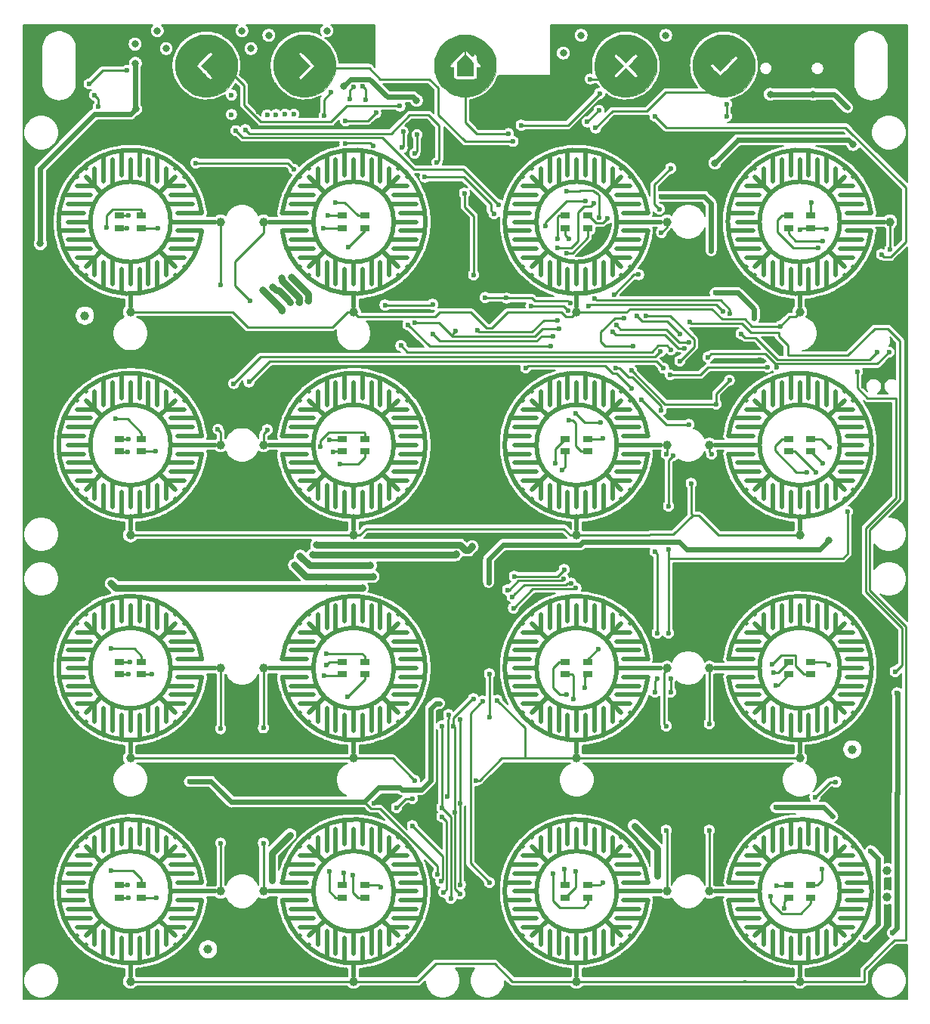
<source format=gbr>
G04 #@! TF.GenerationSoftware,KiCad,Pcbnew,(5.1.5)-3*
G04 #@! TF.CreationDate,2020-06-01T09:55:04+02:00*
G04 #@! TF.ProjectId,cz-badge-hardware,637a2d62-6164-4676-952d-686172647761,rev?*
G04 #@! TF.SameCoordinates,PX17d7840PY7735940*
G04 #@! TF.FileFunction,Copper,L1,Top*
G04 #@! TF.FilePolarity,Positive*
%FSLAX46Y46*%
G04 Gerber Fmt 4.6, Leading zero omitted, Abs format (unit mm)*
G04 Created by KiCad (PCBNEW (5.1.5)-3) date 2020-06-01 09:55:04*
%MOMM*%
%LPD*%
G04 APERTURE LIST*
%ADD10C,0.010000*%
%ADD11C,0.150000*%
%ADD12C,0.500000*%
%ADD13C,1.000000*%
%ADD14C,1.524000*%
%ADD15R,1.000000X0.800000*%
%ADD16C,0.800000*%
%ADD17C,0.600000*%
%ADD18C,0.250000*%
%ADD19C,0.600000*%
%ADD20C,0.800000*%
%ADD21C,0.200000*%
G04 APERTURE END LIST*
D10*
G36*
X79299392Y108457114D02*
G01*
X79526579Y108442704D01*
X79718462Y108412319D01*
X79911941Y108360749D01*
X80064637Y108310444D01*
X80652534Y108055199D01*
X81165183Y107720827D01*
X81601413Y107308502D01*
X81960051Y106819394D01*
X82239926Y106254676D01*
X82310445Y106064637D01*
X82379554Y105848734D01*
X82423905Y105659732D01*
X82448709Y105460732D01*
X82459175Y105214831D01*
X82460761Y105000000D01*
X82457115Y104700608D01*
X82442705Y104473421D01*
X82412320Y104281538D01*
X82360750Y104088059D01*
X82310445Y103935363D01*
X82055248Y103348738D01*
X81720350Y102835463D01*
X81308893Y102398689D01*
X80824017Y102041567D01*
X80268866Y101767249D01*
X80081147Y101698897D01*
X79699091Y101601177D01*
X79271873Y101541730D01*
X78844824Y101524325D01*
X78463273Y101552735D01*
X78416748Y101560460D01*
X77823793Y101720569D01*
X77278611Y101975369D01*
X76789393Y102317729D01*
X76364328Y102740516D01*
X76011608Y103236597D01*
X75739424Y103798839D01*
X75689556Y103935363D01*
X75620447Y104151265D01*
X75576096Y104340267D01*
X75551292Y104539267D01*
X75540826Y104785168D01*
X75539240Y105000000D01*
X75539285Y105003757D01*
X77470538Y105003757D01*
X77508216Y104932131D01*
X77609203Y104805870D01*
X77755430Y104643133D01*
X77928828Y104462078D01*
X78111328Y104280865D01*
X78284860Y104117651D01*
X78431357Y103990596D01*
X78532748Y103917858D01*
X78561363Y103907526D01*
X78621524Y103944735D01*
X78746662Y104049284D01*
X78925216Y104210555D01*
X79145626Y104417932D01*
X79396334Y104660798D01*
X79586635Y104849199D01*
X79848634Y105114246D01*
X80082646Y105357440D01*
X80278038Y105567197D01*
X80424174Y105731933D01*
X80510418Y105840065D01*
X80529463Y105876124D01*
X80482504Y106002478D01*
X80371031Y106082992D01*
X80314340Y106092473D01*
X80252360Y106055329D01*
X80126428Y105951443D01*
X79949023Y105792132D01*
X79732622Y105588713D01*
X79489704Y105352506D01*
X79397017Y105260477D01*
X78563720Y104428481D01*
X78166060Y104823488D01*
X77991569Y104989133D01*
X77838369Y105120598D01*
X77726752Y105201218D01*
X77685017Y105218494D01*
X77560144Y105171382D01*
X77480022Y105060094D01*
X77470538Y105003757D01*
X75539285Y105003757D01*
X75542886Y105299391D01*
X75557296Y105526578D01*
X75587681Y105718461D01*
X75639251Y105911940D01*
X75689556Y106064637D01*
X75944801Y106652533D01*
X76279173Y107165182D01*
X76691498Y107601412D01*
X77180606Y107960050D01*
X77745324Y108239925D01*
X77935363Y108310444D01*
X78151266Y108379553D01*
X78340268Y108423904D01*
X78539268Y108448708D01*
X78785169Y108459174D01*
X79000000Y108460760D01*
X79299392Y108457114D01*
G37*
X79299392Y108457114D02*
X79526579Y108442704D01*
X79718462Y108412319D01*
X79911941Y108360749D01*
X80064637Y108310444D01*
X80652534Y108055199D01*
X81165183Y107720827D01*
X81601413Y107308502D01*
X81960051Y106819394D01*
X82239926Y106254676D01*
X82310445Y106064637D01*
X82379554Y105848734D01*
X82423905Y105659732D01*
X82448709Y105460732D01*
X82459175Y105214831D01*
X82460761Y105000000D01*
X82457115Y104700608D01*
X82442705Y104473421D01*
X82412320Y104281538D01*
X82360750Y104088059D01*
X82310445Y103935363D01*
X82055248Y103348738D01*
X81720350Y102835463D01*
X81308893Y102398689D01*
X80824017Y102041567D01*
X80268866Y101767249D01*
X80081147Y101698897D01*
X79699091Y101601177D01*
X79271873Y101541730D01*
X78844824Y101524325D01*
X78463273Y101552735D01*
X78416748Y101560460D01*
X77823793Y101720569D01*
X77278611Y101975369D01*
X76789393Y102317729D01*
X76364328Y102740516D01*
X76011608Y103236597D01*
X75739424Y103798839D01*
X75689556Y103935363D01*
X75620447Y104151265D01*
X75576096Y104340267D01*
X75551292Y104539267D01*
X75540826Y104785168D01*
X75539240Y105000000D01*
X75539285Y105003757D01*
X77470538Y105003757D01*
X77508216Y104932131D01*
X77609203Y104805870D01*
X77755430Y104643133D01*
X77928828Y104462078D01*
X78111328Y104280865D01*
X78284860Y104117651D01*
X78431357Y103990596D01*
X78532748Y103917858D01*
X78561363Y103907526D01*
X78621524Y103944735D01*
X78746662Y104049284D01*
X78925216Y104210555D01*
X79145626Y104417932D01*
X79396334Y104660798D01*
X79586635Y104849199D01*
X79848634Y105114246D01*
X80082646Y105357440D01*
X80278038Y105567197D01*
X80424174Y105731933D01*
X80510418Y105840065D01*
X80529463Y105876124D01*
X80482504Y106002478D01*
X80371031Y106082992D01*
X80314340Y106092473D01*
X80252360Y106055329D01*
X80126428Y105951443D01*
X79949023Y105792132D01*
X79732622Y105588713D01*
X79489704Y105352506D01*
X79397017Y105260477D01*
X78563720Y104428481D01*
X78166060Y104823488D01*
X77991569Y104989133D01*
X77838369Y105120598D01*
X77726752Y105201218D01*
X77685017Y105218494D01*
X77560144Y105171382D01*
X77480022Y105060094D01*
X77470538Y105003757D01*
X75539285Y105003757D01*
X75542886Y105299391D01*
X75557296Y105526578D01*
X75587681Y105718461D01*
X75639251Y105911940D01*
X75689556Y106064637D01*
X75944801Y106652533D01*
X76279173Y107165182D01*
X76691498Y107601412D01*
X77180606Y107960050D01*
X77745324Y108239925D01*
X77935363Y108310444D01*
X78151266Y108379553D01*
X78340268Y108423904D01*
X78539268Y108448708D01*
X78785169Y108459174D01*
X79000000Y108460760D01*
X79299392Y108457114D01*
G36*
X68299392Y108457114D02*
G01*
X68526579Y108442704D01*
X68718462Y108412319D01*
X68911941Y108360749D01*
X69064637Y108310444D01*
X69652534Y108055199D01*
X70165183Y107720827D01*
X70601413Y107308502D01*
X70960051Y106819394D01*
X71239926Y106254676D01*
X71310445Y106064637D01*
X71379554Y105848734D01*
X71423905Y105659732D01*
X71448709Y105460732D01*
X71459175Y105214831D01*
X71460761Y105000000D01*
X71457115Y104700608D01*
X71442705Y104473421D01*
X71412320Y104281538D01*
X71360750Y104088059D01*
X71310445Y103935363D01*
X71055248Y103348738D01*
X70720350Y102835463D01*
X70308893Y102398689D01*
X69824017Y102041567D01*
X69268866Y101767249D01*
X69081147Y101698897D01*
X68699091Y101601177D01*
X68271873Y101541730D01*
X67844824Y101524325D01*
X67463273Y101552735D01*
X67416748Y101560460D01*
X66823793Y101720569D01*
X66278611Y101975369D01*
X65789393Y102317729D01*
X65364328Y102740516D01*
X65011608Y103236597D01*
X64739424Y103798839D01*
X64712528Y103872474D01*
X66698840Y103872474D01*
X66718302Y103799195D01*
X66754581Y103754580D01*
X66822420Y103706788D01*
X66900691Y103702937D01*
X67002836Y103751004D01*
X67142295Y103858967D01*
X67332511Y104034803D01*
X67493705Y104193222D01*
X68000000Y104697412D01*
X68506296Y104193222D01*
X68737704Y103967838D01*
X68909418Y103815631D01*
X69034878Y103728624D01*
X69127526Y103698839D01*
X69200805Y103718301D01*
X69245420Y103754580D01*
X69293212Y103822419D01*
X69297063Y103900690D01*
X69248996Y104002835D01*
X69141033Y104142294D01*
X68965197Y104332510D01*
X68806778Y104493704D01*
X68302588Y105000000D01*
X68806778Y105506295D01*
X69032162Y105737703D01*
X69184369Y105909417D01*
X69271376Y106034877D01*
X69301161Y106127526D01*
X69281699Y106200804D01*
X69245420Y106245419D01*
X69177581Y106293211D01*
X69099310Y106297062D01*
X68997165Y106248995D01*
X68857706Y106141032D01*
X68667490Y105965196D01*
X68506296Y105806777D01*
X68000000Y105302587D01*
X67493705Y105806777D01*
X67262297Y106032161D01*
X67090583Y106184368D01*
X66965123Y106271376D01*
X66872474Y106301160D01*
X66799196Y106281698D01*
X66754581Y106245419D01*
X66706789Y106177580D01*
X66702938Y106099309D01*
X66751005Y105997164D01*
X66858968Y105857705D01*
X67034804Y105667489D01*
X67193223Y105506295D01*
X67697413Y105000000D01*
X67193223Y104493704D01*
X66967839Y104262296D01*
X66815632Y104090582D01*
X66728624Y103965122D01*
X66698840Y103872474D01*
X64712528Y103872474D01*
X64689556Y103935363D01*
X64620447Y104151265D01*
X64576096Y104340267D01*
X64551292Y104539267D01*
X64540826Y104785168D01*
X64539240Y105000000D01*
X64542886Y105299391D01*
X64557296Y105526578D01*
X64587681Y105718461D01*
X64639251Y105911940D01*
X64689556Y106064637D01*
X64944801Y106652533D01*
X65279173Y107165182D01*
X65691498Y107601412D01*
X66180606Y107960050D01*
X66745324Y108239925D01*
X66935363Y108310444D01*
X67151266Y108379553D01*
X67340268Y108423904D01*
X67539268Y108448708D01*
X67785169Y108459174D01*
X68000000Y108460760D01*
X68299392Y108457114D01*
G37*
X68299392Y108457114D02*
X68526579Y108442704D01*
X68718462Y108412319D01*
X68911941Y108360749D01*
X69064637Y108310444D01*
X69652534Y108055199D01*
X70165183Y107720827D01*
X70601413Y107308502D01*
X70960051Y106819394D01*
X71239926Y106254676D01*
X71310445Y106064637D01*
X71379554Y105848734D01*
X71423905Y105659732D01*
X71448709Y105460732D01*
X71459175Y105214831D01*
X71460761Y105000000D01*
X71457115Y104700608D01*
X71442705Y104473421D01*
X71412320Y104281538D01*
X71360750Y104088059D01*
X71310445Y103935363D01*
X71055248Y103348738D01*
X70720350Y102835463D01*
X70308893Y102398689D01*
X69824017Y102041567D01*
X69268866Y101767249D01*
X69081147Y101698897D01*
X68699091Y101601177D01*
X68271873Y101541730D01*
X67844824Y101524325D01*
X67463273Y101552735D01*
X67416748Y101560460D01*
X66823793Y101720569D01*
X66278611Y101975369D01*
X65789393Y102317729D01*
X65364328Y102740516D01*
X65011608Y103236597D01*
X64739424Y103798839D01*
X64712528Y103872474D01*
X66698840Y103872474D01*
X66718302Y103799195D01*
X66754581Y103754580D01*
X66822420Y103706788D01*
X66900691Y103702937D01*
X67002836Y103751004D01*
X67142295Y103858967D01*
X67332511Y104034803D01*
X67493705Y104193222D01*
X68000000Y104697412D01*
X68506296Y104193222D01*
X68737704Y103967838D01*
X68909418Y103815631D01*
X69034878Y103728624D01*
X69127526Y103698839D01*
X69200805Y103718301D01*
X69245420Y103754580D01*
X69293212Y103822419D01*
X69297063Y103900690D01*
X69248996Y104002835D01*
X69141033Y104142294D01*
X68965197Y104332510D01*
X68806778Y104493704D01*
X68302588Y105000000D01*
X68806778Y105506295D01*
X69032162Y105737703D01*
X69184369Y105909417D01*
X69271376Y106034877D01*
X69301161Y106127526D01*
X69281699Y106200804D01*
X69245420Y106245419D01*
X69177581Y106293211D01*
X69099310Y106297062D01*
X68997165Y106248995D01*
X68857706Y106141032D01*
X68667490Y105965196D01*
X68506296Y105806777D01*
X68000000Y105302587D01*
X67493705Y105806777D01*
X67262297Y106032161D01*
X67090583Y106184368D01*
X66965123Y106271376D01*
X66872474Y106301160D01*
X66799196Y106281698D01*
X66754581Y106245419D01*
X66706789Y106177580D01*
X66702938Y106099309D01*
X66751005Y105997164D01*
X66858968Y105857705D01*
X67034804Y105667489D01*
X67193223Y105506295D01*
X67697413Y105000000D01*
X67193223Y104493704D01*
X66967839Y104262296D01*
X66815632Y104090582D01*
X66728624Y103965122D01*
X66698840Y103872474D01*
X64712528Y103872474D01*
X64689556Y103935363D01*
X64620447Y104151265D01*
X64576096Y104340267D01*
X64551292Y104539267D01*
X64540826Y104785168D01*
X64539240Y105000000D01*
X64542886Y105299391D01*
X64557296Y105526578D01*
X64587681Y105718461D01*
X64639251Y105911940D01*
X64689556Y106064637D01*
X64944801Y106652533D01*
X65279173Y107165182D01*
X65691498Y107601412D01*
X66180606Y107960050D01*
X66745324Y108239925D01*
X66935363Y108310444D01*
X67151266Y108379553D01*
X67340268Y108423904D01*
X67539268Y108448708D01*
X67785169Y108459174D01*
X68000000Y108460760D01*
X68299392Y108457114D01*
G36*
X32299392Y108457114D02*
G01*
X32526579Y108442704D01*
X32718462Y108412319D01*
X32911941Y108360749D01*
X33064637Y108310444D01*
X33652534Y108055199D01*
X34165183Y107720827D01*
X34601413Y107308502D01*
X34960051Y106819394D01*
X35239926Y106254676D01*
X35310445Y106064637D01*
X35379554Y105848734D01*
X35423905Y105659732D01*
X35448709Y105460732D01*
X35459175Y105214831D01*
X35460761Y105000000D01*
X35457115Y104700608D01*
X35442705Y104473421D01*
X35412320Y104281538D01*
X35360750Y104088059D01*
X35310445Y103935363D01*
X35055248Y103348738D01*
X34720350Y102835463D01*
X34308893Y102398689D01*
X33824017Y102041567D01*
X33268866Y101767249D01*
X33081147Y101698897D01*
X32699091Y101601177D01*
X32271873Y101541730D01*
X31844824Y101524325D01*
X31463273Y101552735D01*
X31416748Y101560460D01*
X30823793Y101720569D01*
X30278611Y101975369D01*
X29789393Y102317729D01*
X29364328Y102740516D01*
X29011608Y103236597D01*
X28739424Y103798839D01*
X28689556Y103935363D01*
X28620447Y104151265D01*
X28576096Y104340267D01*
X28551292Y104539267D01*
X28540826Y104785168D01*
X28539240Y105000000D01*
X28542886Y105299391D01*
X28557296Y105526578D01*
X28587681Y105718461D01*
X28639251Y105911940D01*
X28689556Y106064637D01*
X28798061Y106314553D01*
X31344517Y106314553D01*
X31381469Y106248919D01*
X31483496Y106122210D01*
X31637354Y105949519D01*
X31829799Y105745935D01*
X31958142Y105615370D01*
X32571767Y105000000D01*
X31958142Y104384629D01*
X31748917Y104169762D01*
X31570341Y103976742D01*
X31435657Y103820660D01*
X31358110Y103716607D01*
X31344517Y103685446D01*
X31391662Y103560139D01*
X31503189Y103479967D01*
X31559548Y103470537D01*
X31623152Y103507595D01*
X31749469Y103610658D01*
X31924892Y103767559D01*
X32135819Y103966131D01*
X32367978Y104193542D01*
X32596424Y104425717D01*
X32795282Y104635846D01*
X32952367Y104810389D01*
X33055493Y104935808D01*
X33092474Y104998508D01*
X33054828Y105064838D01*
X32951877Y105190288D01*
X32798595Y105359889D01*
X32609958Y105558667D01*
X32400944Y105771653D01*
X32186528Y105983874D01*
X31981685Y106180360D01*
X31801392Y106346138D01*
X31660626Y106466238D01*
X31574362Y106525688D01*
X31561039Y106529462D01*
X31434643Y106482586D01*
X31354047Y106371304D01*
X31344517Y106314553D01*
X28798061Y106314553D01*
X28944801Y106652533D01*
X29279173Y107165182D01*
X29691498Y107601412D01*
X30180606Y107960050D01*
X30745324Y108239925D01*
X30935363Y108310444D01*
X31151266Y108379553D01*
X31340268Y108423904D01*
X31539268Y108448708D01*
X31785169Y108459174D01*
X32000000Y108460760D01*
X32299392Y108457114D01*
G37*
X32299392Y108457114D02*
X32526579Y108442704D01*
X32718462Y108412319D01*
X32911941Y108360749D01*
X33064637Y108310444D01*
X33652534Y108055199D01*
X34165183Y107720827D01*
X34601413Y107308502D01*
X34960051Y106819394D01*
X35239926Y106254676D01*
X35310445Y106064637D01*
X35379554Y105848734D01*
X35423905Y105659732D01*
X35448709Y105460732D01*
X35459175Y105214831D01*
X35460761Y105000000D01*
X35457115Y104700608D01*
X35442705Y104473421D01*
X35412320Y104281538D01*
X35360750Y104088059D01*
X35310445Y103935363D01*
X35055248Y103348738D01*
X34720350Y102835463D01*
X34308893Y102398689D01*
X33824017Y102041567D01*
X33268866Y101767249D01*
X33081147Y101698897D01*
X32699091Y101601177D01*
X32271873Y101541730D01*
X31844824Y101524325D01*
X31463273Y101552735D01*
X31416748Y101560460D01*
X30823793Y101720569D01*
X30278611Y101975369D01*
X29789393Y102317729D01*
X29364328Y102740516D01*
X29011608Y103236597D01*
X28739424Y103798839D01*
X28689556Y103935363D01*
X28620447Y104151265D01*
X28576096Y104340267D01*
X28551292Y104539267D01*
X28540826Y104785168D01*
X28539240Y105000000D01*
X28542886Y105299391D01*
X28557296Y105526578D01*
X28587681Y105718461D01*
X28639251Y105911940D01*
X28689556Y106064637D01*
X28798061Y106314553D01*
X31344517Y106314553D01*
X31381469Y106248919D01*
X31483496Y106122210D01*
X31637354Y105949519D01*
X31829799Y105745935D01*
X31958142Y105615370D01*
X32571767Y105000000D01*
X31958142Y104384629D01*
X31748917Y104169762D01*
X31570341Y103976742D01*
X31435657Y103820660D01*
X31358110Y103716607D01*
X31344517Y103685446D01*
X31391662Y103560139D01*
X31503189Y103479967D01*
X31559548Y103470537D01*
X31623152Y103507595D01*
X31749469Y103610658D01*
X31924892Y103767559D01*
X32135819Y103966131D01*
X32367978Y104193542D01*
X32596424Y104425717D01*
X32795282Y104635846D01*
X32952367Y104810389D01*
X33055493Y104935808D01*
X33092474Y104998508D01*
X33054828Y105064838D01*
X32951877Y105190288D01*
X32798595Y105359889D01*
X32609958Y105558667D01*
X32400944Y105771653D01*
X32186528Y105983874D01*
X31981685Y106180360D01*
X31801392Y106346138D01*
X31660626Y106466238D01*
X31574362Y106525688D01*
X31561039Y106529462D01*
X31434643Y106482586D01*
X31354047Y106371304D01*
X31344517Y106314553D01*
X28798061Y106314553D01*
X28944801Y106652533D01*
X29279173Y107165182D01*
X29691498Y107601412D01*
X30180606Y107960050D01*
X30745324Y108239925D01*
X30935363Y108310444D01*
X31151266Y108379553D01*
X31340268Y108423904D01*
X31539268Y108448708D01*
X31785169Y108459174D01*
X32000000Y108460760D01*
X32299392Y108457114D01*
G36*
X21299392Y108457114D02*
G01*
X21526579Y108442704D01*
X21718462Y108412319D01*
X21911941Y108360749D01*
X22064637Y108310444D01*
X22652534Y108055199D01*
X23165183Y107720827D01*
X23601413Y107308502D01*
X23960051Y106819394D01*
X24239926Y106254676D01*
X24310445Y106064637D01*
X24379554Y105848734D01*
X24423905Y105659732D01*
X24448709Y105460732D01*
X24459175Y105214831D01*
X24460761Y105000000D01*
X24457115Y104700608D01*
X24442705Y104473421D01*
X24412320Y104281538D01*
X24360750Y104088059D01*
X24310445Y103935363D01*
X24055248Y103348738D01*
X23720350Y102835463D01*
X23308893Y102398689D01*
X22824017Y102041567D01*
X22268866Y101767249D01*
X22081147Y101698897D01*
X21699091Y101601177D01*
X21271873Y101541730D01*
X20844824Y101524325D01*
X20463273Y101552735D01*
X20416748Y101560460D01*
X19823793Y101720569D01*
X19278611Y101975369D01*
X18789393Y102317729D01*
X18364328Y102740516D01*
X18011608Y103236597D01*
X17739424Y103798839D01*
X17689556Y103935363D01*
X17620447Y104151265D01*
X17576096Y104340267D01*
X17551292Y104539267D01*
X17540826Y104785168D01*
X17539240Y105000000D01*
X19907527Y105000000D01*
X19945176Y104933979D01*
X20048137Y104808835D01*
X20201430Y104639526D01*
X20390077Y104441013D01*
X20599099Y104228255D01*
X20813517Y104016211D01*
X21018353Y103819842D01*
X21198626Y103654106D01*
X21339358Y103533964D01*
X21425570Y103474376D01*
X21438962Y103470537D01*
X21551723Y103506878D01*
X21589936Y103536086D01*
X21648532Y103641042D01*
X21655484Y103685446D01*
X21618532Y103751080D01*
X21516505Y103877789D01*
X21362647Y104050480D01*
X21170202Y104254064D01*
X21041859Y104384629D01*
X20428234Y105000000D01*
X21041859Y105615370D01*
X21251084Y105830238D01*
X21429660Y106023257D01*
X21564344Y106179339D01*
X21641891Y106283392D01*
X21655484Y106314553D01*
X21608257Y106440007D01*
X21496139Y106520002D01*
X21438962Y106529462D01*
X21372857Y106491862D01*
X21247551Y106389034D01*
X21078024Y106235938D01*
X20879255Y106047533D01*
X20666222Y105838780D01*
X20453905Y105624639D01*
X20257282Y105420067D01*
X20091333Y105240026D01*
X19971036Y105099475D01*
X19911371Y105013374D01*
X19907527Y105000000D01*
X17539240Y105000000D01*
X17542886Y105299391D01*
X17557296Y105526578D01*
X17587681Y105718461D01*
X17639251Y105911940D01*
X17689556Y106064637D01*
X17944801Y106652533D01*
X18279173Y107165182D01*
X18691498Y107601412D01*
X19180606Y107960050D01*
X19745324Y108239925D01*
X19935363Y108310444D01*
X20151266Y108379553D01*
X20340268Y108423904D01*
X20539268Y108448708D01*
X20785169Y108459174D01*
X21000000Y108460760D01*
X21299392Y108457114D01*
G37*
X21299392Y108457114D02*
X21526579Y108442704D01*
X21718462Y108412319D01*
X21911941Y108360749D01*
X22064637Y108310444D01*
X22652534Y108055199D01*
X23165183Y107720827D01*
X23601413Y107308502D01*
X23960051Y106819394D01*
X24239926Y106254676D01*
X24310445Y106064637D01*
X24379554Y105848734D01*
X24423905Y105659732D01*
X24448709Y105460732D01*
X24459175Y105214831D01*
X24460761Y105000000D01*
X24457115Y104700608D01*
X24442705Y104473421D01*
X24412320Y104281538D01*
X24360750Y104088059D01*
X24310445Y103935363D01*
X24055248Y103348738D01*
X23720350Y102835463D01*
X23308893Y102398689D01*
X22824017Y102041567D01*
X22268866Y101767249D01*
X22081147Y101698897D01*
X21699091Y101601177D01*
X21271873Y101541730D01*
X20844824Y101524325D01*
X20463273Y101552735D01*
X20416748Y101560460D01*
X19823793Y101720569D01*
X19278611Y101975369D01*
X18789393Y102317729D01*
X18364328Y102740516D01*
X18011608Y103236597D01*
X17739424Y103798839D01*
X17689556Y103935363D01*
X17620447Y104151265D01*
X17576096Y104340267D01*
X17551292Y104539267D01*
X17540826Y104785168D01*
X17539240Y105000000D01*
X19907527Y105000000D01*
X19945176Y104933979D01*
X20048137Y104808835D01*
X20201430Y104639526D01*
X20390077Y104441013D01*
X20599099Y104228255D01*
X20813517Y104016211D01*
X21018353Y103819842D01*
X21198626Y103654106D01*
X21339358Y103533964D01*
X21425570Y103474376D01*
X21438962Y103470537D01*
X21551723Y103506878D01*
X21589936Y103536086D01*
X21648532Y103641042D01*
X21655484Y103685446D01*
X21618532Y103751080D01*
X21516505Y103877789D01*
X21362647Y104050480D01*
X21170202Y104254064D01*
X21041859Y104384629D01*
X20428234Y105000000D01*
X21041859Y105615370D01*
X21251084Y105830238D01*
X21429660Y106023257D01*
X21564344Y106179339D01*
X21641891Y106283392D01*
X21655484Y106314553D01*
X21608257Y106440007D01*
X21496139Y106520002D01*
X21438962Y106529462D01*
X21372857Y106491862D01*
X21247551Y106389034D01*
X21078024Y106235938D01*
X20879255Y106047533D01*
X20666222Y105838780D01*
X20453905Y105624639D01*
X20257282Y105420067D01*
X20091333Y105240026D01*
X19971036Y105099475D01*
X19911371Y105013374D01*
X19907527Y105000000D01*
X17539240Y105000000D01*
X17542886Y105299391D01*
X17557296Y105526578D01*
X17587681Y105718461D01*
X17639251Y105911940D01*
X17689556Y106064637D01*
X17944801Y106652533D01*
X18279173Y107165182D01*
X18691498Y107601412D01*
X19180606Y107960050D01*
X19745324Y108239925D01*
X19935363Y108310444D01*
X20151266Y108379553D01*
X20340268Y108423904D01*
X20539268Y108448708D01*
X20785169Y108459174D01*
X21000000Y108460760D01*
X21299392Y108457114D01*
D11*
X50000000Y105500000D02*
X50000000Y107000000D01*
D10*
G36*
X50436990Y105792043D02*
G01*
X50873979Y105357616D01*
X50873979Y103907526D01*
X49126022Y103907526D01*
X49126022Y105357616D01*
X49563011Y105792043D01*
X50000000Y106226469D01*
X50436990Y105792043D01*
G37*
X50436990Y105792043D02*
X50873979Y105357616D01*
X50873979Y103907526D01*
X49126022Y103907526D01*
X49126022Y105357616D01*
X49563011Y105792043D01*
X50000000Y106226469D01*
X50436990Y105792043D01*
G36*
X50299392Y108457114D02*
G01*
X50526579Y108442704D01*
X50718462Y108412319D01*
X50911941Y108360749D01*
X51064637Y108310444D01*
X51652534Y108055199D01*
X52165183Y107720827D01*
X52601413Y107308502D01*
X52960051Y106819394D01*
X53239926Y106254676D01*
X53310445Y106064637D01*
X53379554Y105848734D01*
X53423905Y105659732D01*
X53448709Y105460732D01*
X53459175Y105214831D01*
X53460761Y105000000D01*
X53457115Y104700608D01*
X53442705Y104473421D01*
X53412320Y104281538D01*
X53360750Y104088059D01*
X53310445Y103935363D01*
X53055248Y103348738D01*
X52720350Y102835463D01*
X52308893Y102398689D01*
X51824017Y102041567D01*
X51268866Y101767249D01*
X51081147Y101698897D01*
X50699091Y101601177D01*
X50271873Y101541730D01*
X49844824Y101524325D01*
X49463273Y101552735D01*
X49416748Y101560460D01*
X48823793Y101720569D01*
X48278611Y101975369D01*
X47789393Y102317729D01*
X47364328Y102740516D01*
X47011608Y103236597D01*
X46739424Y103798839D01*
X46689556Y103935363D01*
X46620447Y104151265D01*
X46576096Y104340267D01*
X46551292Y104539267D01*
X46540826Y104785168D01*
X46539405Y104977734D01*
X48260201Y104977734D01*
X48260241Y104972434D01*
X48329652Y104845168D01*
X48450859Y104791145D01*
X48579597Y104823334D01*
X48625976Y104848080D01*
X48656965Y104842589D01*
X48675663Y104790519D01*
X48685172Y104675526D01*
X48688594Y104481269D01*
X48689033Y104246656D01*
X48695153Y103907605D01*
X48713472Y103675644D01*
X48743930Y103551425D01*
X48754581Y103536086D01*
X48831120Y103513114D01*
X48997013Y103494724D01*
X49232466Y103480916D01*
X49517681Y103471690D01*
X49832864Y103467045D01*
X50158217Y103466982D01*
X50473945Y103471500D01*
X50760252Y103480601D01*
X50997341Y103494282D01*
X51165416Y103512546D01*
X51244682Y103535391D01*
X51245420Y103536086D01*
X51279253Y103630140D01*
X51300964Y103832121D01*
X51310492Y104141373D01*
X51310968Y104246656D01*
X51311684Y104519573D01*
X51315899Y104699587D01*
X51326715Y104803040D01*
X51347232Y104846275D01*
X51380553Y104845634D01*
X51420404Y104823334D01*
X51540281Y104783687D01*
X51625243Y104815070D01*
X51720955Y104913711D01*
X51722421Y105036512D01*
X51627966Y105192584D01*
X51537323Y105293050D01*
X51414624Y105427059D01*
X51346208Y105539870D01*
X51313896Y105675547D01*
X51299959Y105868298D01*
X51281003Y106083211D01*
X51244676Y106212639D01*
X51188065Y106277697D01*
X51062431Y106302844D01*
X50948005Y106238150D01*
X50875685Y106101230D01*
X50875221Y106099315D01*
X50855117Y106051992D01*
X50816537Y106047521D01*
X50744990Y106095268D01*
X50625982Y106204597D01*
X50465767Y106363947D01*
X50295281Y106527684D01*
X50145636Y106656649D01*
X50037552Y106733727D01*
X50000805Y106747957D01*
X49930758Y106710163D01*
X49802201Y106606049D01*
X49628757Y106449512D01*
X49424051Y106254450D01*
X49201707Y106034761D01*
X48975349Y105804342D01*
X48758602Y105577092D01*
X48565089Y105366908D01*
X48408435Y105187689D01*
X48302265Y105053332D01*
X48260201Y104977734D01*
X46539405Y104977734D01*
X46539240Y105000000D01*
X46542886Y105299391D01*
X46557296Y105526578D01*
X46587681Y105718461D01*
X46639251Y105911940D01*
X46689556Y106064637D01*
X46944801Y106652533D01*
X47279173Y107165182D01*
X47691498Y107601412D01*
X48180606Y107960050D01*
X48745324Y108239925D01*
X48935363Y108310444D01*
X49151266Y108379553D01*
X49340268Y108423904D01*
X49539268Y108448708D01*
X49785169Y108459174D01*
X50000000Y108460760D01*
X50299392Y108457114D01*
G37*
X50299392Y108457114D02*
X50526579Y108442704D01*
X50718462Y108412319D01*
X50911941Y108360749D01*
X51064637Y108310444D01*
X51652534Y108055199D01*
X52165183Y107720827D01*
X52601413Y107308502D01*
X52960051Y106819394D01*
X53239926Y106254676D01*
X53310445Y106064637D01*
X53379554Y105848734D01*
X53423905Y105659732D01*
X53448709Y105460732D01*
X53459175Y105214831D01*
X53460761Y105000000D01*
X53457115Y104700608D01*
X53442705Y104473421D01*
X53412320Y104281538D01*
X53360750Y104088059D01*
X53310445Y103935363D01*
X53055248Y103348738D01*
X52720350Y102835463D01*
X52308893Y102398689D01*
X51824017Y102041567D01*
X51268866Y101767249D01*
X51081147Y101698897D01*
X50699091Y101601177D01*
X50271873Y101541730D01*
X49844824Y101524325D01*
X49463273Y101552735D01*
X49416748Y101560460D01*
X48823793Y101720569D01*
X48278611Y101975369D01*
X47789393Y102317729D01*
X47364328Y102740516D01*
X47011608Y103236597D01*
X46739424Y103798839D01*
X46689556Y103935363D01*
X46620447Y104151265D01*
X46576096Y104340267D01*
X46551292Y104539267D01*
X46540826Y104785168D01*
X46539405Y104977734D01*
X48260201Y104977734D01*
X48260241Y104972434D01*
X48329652Y104845168D01*
X48450859Y104791145D01*
X48579597Y104823334D01*
X48625976Y104848080D01*
X48656965Y104842589D01*
X48675663Y104790519D01*
X48685172Y104675526D01*
X48688594Y104481269D01*
X48689033Y104246656D01*
X48695153Y103907605D01*
X48713472Y103675644D01*
X48743930Y103551425D01*
X48754581Y103536086D01*
X48831120Y103513114D01*
X48997013Y103494724D01*
X49232466Y103480916D01*
X49517681Y103471690D01*
X49832864Y103467045D01*
X50158217Y103466982D01*
X50473945Y103471500D01*
X50760252Y103480601D01*
X50997341Y103494282D01*
X51165416Y103512546D01*
X51244682Y103535391D01*
X51245420Y103536086D01*
X51279253Y103630140D01*
X51300964Y103832121D01*
X51310492Y104141373D01*
X51310968Y104246656D01*
X51311684Y104519573D01*
X51315899Y104699587D01*
X51326715Y104803040D01*
X51347232Y104846275D01*
X51380553Y104845634D01*
X51420404Y104823334D01*
X51540281Y104783687D01*
X51625243Y104815070D01*
X51720955Y104913711D01*
X51722421Y105036512D01*
X51627966Y105192584D01*
X51537323Y105293050D01*
X51414624Y105427059D01*
X51346208Y105539870D01*
X51313896Y105675547D01*
X51299959Y105868298D01*
X51281003Y106083211D01*
X51244676Y106212639D01*
X51188065Y106277697D01*
X51062431Y106302844D01*
X50948005Y106238150D01*
X50875685Y106101230D01*
X50875221Y106099315D01*
X50855117Y106051992D01*
X50816537Y106047521D01*
X50744990Y106095268D01*
X50625982Y106204597D01*
X50465767Y106363947D01*
X50295281Y106527684D01*
X50145636Y106656649D01*
X50037552Y106733727D01*
X50000805Y106747957D01*
X49930758Y106710163D01*
X49802201Y106606049D01*
X49628757Y106449512D01*
X49424051Y106254450D01*
X49201707Y106034761D01*
X48975349Y105804342D01*
X48758602Y105577092D01*
X48565089Y105366908D01*
X48408435Y105187689D01*
X48302265Y105053332D01*
X48260201Y104977734D01*
X46539405Y104977734D01*
X46539240Y105000000D01*
X46542886Y105299391D01*
X46557296Y105526578D01*
X46587681Y105718461D01*
X46639251Y105911940D01*
X46689556Y106064637D01*
X46944801Y106652533D01*
X47279173Y107165182D01*
X47691498Y107601412D01*
X48180606Y107960050D01*
X48745324Y108239925D01*
X48935363Y108310444D01*
X49151266Y108379553D01*
X49340268Y108423904D01*
X49539268Y108448708D01*
X49785169Y108459174D01*
X50000000Y108460760D01*
X50299392Y108457114D01*
D12*
X62500000Y29500000D02*
X62500000Y28000000D01*
X65750000Y40750000D02*
X67500000Y42500000D01*
X57500000Y32500000D02*
X59250000Y34250000D01*
X59250000Y40750000D02*
X57500000Y42500000D01*
X67500000Y32500000D02*
X65750000Y34250000D01*
X58000000Y37500000D02*
X55500000Y37500000D01*
X57250000Y38500000D02*
X54500000Y38500000D01*
X58250000Y39500000D02*
X55500000Y39500000D01*
X58000000Y40500000D02*
X55000000Y40500000D01*
X58500000Y41500000D02*
X56500000Y41500000D01*
X56500000Y42500000D02*
X56500000Y42500000D01*
X57250000Y36500000D02*
X54500000Y36500000D01*
X58250000Y35500000D02*
X55500000Y35500000D01*
X58000000Y34500000D02*
X55000000Y34500000D01*
X58500000Y33500000D02*
X56500000Y33500000D01*
X56500000Y32500000D02*
X56500000Y32500000D01*
X60500000Y44500000D02*
X60500000Y41750000D01*
X59500000Y45000000D02*
X59500000Y42000000D01*
X58500000Y43500000D02*
X58500000Y41500000D01*
X57500000Y43500000D02*
X57500000Y43500000D01*
X61500000Y45500000D02*
X61500000Y42750000D01*
X62500000Y44500000D02*
X62500000Y42250000D01*
X63500000Y45500000D02*
X63500000Y42750000D01*
X64500000Y44500000D02*
X64500000Y41750000D01*
X65500000Y45000000D02*
X65500000Y42000000D01*
X66500000Y43500000D02*
X66500000Y41500000D01*
X67500000Y43500000D02*
X67500000Y43500000D01*
X60500000Y33250000D02*
X60500000Y30500000D01*
X59500000Y33000000D02*
X59500000Y30000000D01*
X61500000Y32250000D02*
X61500000Y29500000D01*
X62500000Y33000000D02*
X62500000Y30500000D01*
X63500000Y32250000D02*
X63500000Y29500000D01*
X64500000Y33250000D02*
X64500000Y30500000D01*
X65500000Y33000000D02*
X65500000Y30000000D01*
X66500000Y33500000D02*
X66500000Y31500000D01*
X67500000Y31500000D02*
X67500000Y31500000D01*
X69500000Y35500000D02*
X66750000Y35500000D01*
X58500000Y33500000D02*
X58500000Y31500000D01*
X57500000Y31500000D02*
X57500000Y31500000D01*
X70000000Y34500000D02*
X67000000Y34500000D01*
X68500000Y33500000D02*
X66500000Y33500000D01*
X68500000Y32500000D02*
X68500000Y32500000D01*
X70499124Y36493023D02*
X67750000Y36500000D01*
X72000000Y37500000D02*
X67250000Y37500000D01*
X70500000Y38500000D02*
X67750000Y38500000D01*
X69500000Y39500000D02*
X66750000Y39500000D01*
X70000000Y40500000D02*
X67000000Y40500000D01*
X68500000Y41500000D02*
X66500000Y41500000D01*
X68500000Y42500000D02*
X68500000Y42500000D01*
X67000000Y37500000D02*
G75*
G03X67000000Y37500000I-4500000J0D01*
G01*
X70499124Y36493023D02*
G75*
G02X70499999Y38499999I-7999124J1006977D01*
G01*
X87500000Y79500000D02*
X87500000Y78000000D01*
X90750000Y90750000D02*
X92500000Y92500000D01*
X82500000Y82500000D02*
X84250000Y84250000D01*
X84250000Y90750000D02*
X82500000Y92500000D01*
X92500000Y82500000D02*
X90750000Y84250000D01*
X83000000Y87500000D02*
X80500000Y87500000D01*
X82250000Y88500000D02*
X79500000Y88500000D01*
X83250000Y89500000D02*
X80500000Y89500000D01*
X83000000Y90500000D02*
X80000000Y90500000D01*
X83500000Y91500000D02*
X81500000Y91500000D01*
X81500000Y92500000D02*
X81500000Y92500000D01*
X82250000Y86500000D02*
X79500000Y86500000D01*
X83250000Y85500000D02*
X80500000Y85500000D01*
X83000000Y84500000D02*
X80000000Y84500000D01*
X83500000Y83500000D02*
X81500000Y83500000D01*
X81500000Y82500000D02*
X81500000Y82500000D01*
X85500000Y94500000D02*
X85500000Y91750000D01*
X84500000Y95000000D02*
X84500000Y92000000D01*
X83500000Y93500000D02*
X83500000Y91500000D01*
X82500000Y93500000D02*
X82500000Y93500000D01*
X86500000Y95500000D02*
X86500000Y92750000D01*
X87500000Y94500000D02*
X87500000Y92250000D01*
X88500000Y95500000D02*
X88500000Y92750000D01*
X89500000Y94500000D02*
X89500000Y91750000D01*
X90500000Y95000000D02*
X90500000Y92000000D01*
X91500000Y93500000D02*
X91500000Y91500000D01*
X92500000Y93500000D02*
X92500000Y93500000D01*
X85500000Y83250000D02*
X85500000Y80500000D01*
X84500000Y83000000D02*
X84500000Y80000000D01*
X86500000Y82250000D02*
X86500000Y79500000D01*
X87500000Y83000000D02*
X87500000Y80500000D01*
X88500000Y82250000D02*
X88500000Y79500000D01*
X89500000Y83250000D02*
X89500000Y80500000D01*
X90500000Y83000000D02*
X90500000Y80000000D01*
X91500000Y83500000D02*
X91500000Y81500000D01*
X92500000Y81500000D02*
X92500000Y81500000D01*
X94500000Y85500000D02*
X91750000Y85500000D01*
X83500000Y83500000D02*
X83500000Y81500000D01*
X82500000Y81500000D02*
X82500000Y81500000D01*
X95000000Y84500000D02*
X92000000Y84500000D01*
X93500000Y83500000D02*
X91500000Y83500000D01*
X93500000Y82500000D02*
X93500000Y82500000D01*
X95499124Y86493023D02*
X92750000Y86500000D01*
X97000000Y87500000D02*
X92250000Y87500000D01*
X95500000Y88500000D02*
X92750000Y88500000D01*
X94500000Y89500000D02*
X91750000Y89500000D01*
X95000000Y90500000D02*
X92000000Y90500000D01*
X93500000Y91500000D02*
X91500000Y91500000D01*
X93500000Y92500000D02*
X93500000Y92500000D01*
X92000000Y87500000D02*
G75*
G03X92000000Y87500000I-4500000J0D01*
G01*
X95499124Y86493023D02*
G75*
G02X95499999Y88499999I-7999124J1006977D01*
G01*
X62500000Y79500000D02*
X62500000Y78000000D01*
X65750000Y90750000D02*
X67500000Y92500000D01*
X57500000Y82500000D02*
X59250000Y84250000D01*
X59250000Y90750000D02*
X57500000Y92500000D01*
X67500000Y82500000D02*
X65750000Y84250000D01*
X58000000Y87500000D02*
X55500000Y87500000D01*
X57250000Y88500000D02*
X54500000Y88500000D01*
X58250000Y89500000D02*
X55500000Y89500000D01*
X58000000Y90500000D02*
X55000000Y90500000D01*
X58500000Y91500000D02*
X56500000Y91500000D01*
X56500000Y92500000D02*
X56500000Y92500000D01*
X57250000Y86500000D02*
X54500000Y86500000D01*
X58250000Y85500000D02*
X55500000Y85500000D01*
X58000000Y84500000D02*
X55000000Y84500000D01*
X58500000Y83500000D02*
X56500000Y83500000D01*
X56500000Y82500000D02*
X56500000Y82500000D01*
X60500000Y94500000D02*
X60500000Y91750000D01*
X59500000Y95000000D02*
X59500000Y92000000D01*
X58500000Y93500000D02*
X58500000Y91500000D01*
X57500000Y93500000D02*
X57500000Y93500000D01*
X61500000Y95500000D02*
X61500000Y92750000D01*
X62500000Y94500000D02*
X62500000Y92250000D01*
X63500000Y95500000D02*
X63500000Y92750000D01*
X64500000Y94500000D02*
X64500000Y91750000D01*
X65500000Y95000000D02*
X65500000Y92000000D01*
X66500000Y93500000D02*
X66500000Y91500000D01*
X67500000Y93500000D02*
X67500000Y93500000D01*
X60500000Y83250000D02*
X60500000Y80500000D01*
X59500000Y83000000D02*
X59500000Y80000000D01*
X61500000Y82250000D02*
X61500000Y79500000D01*
X62500000Y83000000D02*
X62500000Y80500000D01*
X63500000Y82250000D02*
X63500000Y79500000D01*
X64500000Y83250000D02*
X64500000Y80500000D01*
X65500000Y83000000D02*
X65500000Y80000000D01*
X66500000Y83500000D02*
X66500000Y81500000D01*
X67500000Y81500000D02*
X67500000Y81500000D01*
X69500000Y85500000D02*
X66750000Y85500000D01*
X58500000Y83500000D02*
X58500000Y81500000D01*
X57500000Y81500000D02*
X57500000Y81500000D01*
X70000000Y84500000D02*
X67000000Y84500000D01*
X68500000Y83500000D02*
X66500000Y83500000D01*
X68500000Y82500000D02*
X68500000Y82500000D01*
X70499124Y86493023D02*
X67750000Y86500000D01*
X72000000Y87500000D02*
X67250000Y87500000D01*
X70500000Y88500000D02*
X67750000Y88500000D01*
X69500000Y89500000D02*
X66750000Y89500000D01*
X70000000Y90500000D02*
X67000000Y90500000D01*
X68500000Y91500000D02*
X66500000Y91500000D01*
X68500000Y92500000D02*
X68500000Y92500000D01*
X67000000Y87500000D02*
G75*
G03X67000000Y87500000I-4500000J0D01*
G01*
X70499124Y86493023D02*
G75*
G02X70499999Y88499999I-7999124J1006977D01*
G01*
X37500000Y54500000D02*
X37500000Y53000000D01*
X34250000Y65750000D02*
X32500000Y67500000D01*
X42500000Y57500000D02*
X40750000Y59250000D01*
X40750000Y65750000D02*
X42500000Y67500000D01*
X32500000Y57500000D02*
X34250000Y59250000D01*
X42000000Y62500000D02*
X44500000Y62500000D01*
X42750000Y63500000D02*
X45500000Y63500000D01*
X41750000Y64500000D02*
X44500000Y64500000D01*
X42000000Y65500000D02*
X45000000Y65500000D01*
X41500000Y66500000D02*
X43500000Y66500000D01*
X43500000Y67500000D02*
X43500000Y67500000D01*
X42750000Y61500000D02*
X45500000Y61500000D01*
X41750000Y60500000D02*
X44500000Y60500000D01*
X42000000Y59500000D02*
X45000000Y59500000D01*
X41500000Y58500000D02*
X43500000Y58500000D01*
X43500000Y57500000D02*
X43500000Y57500000D01*
X39500000Y69500000D02*
X39500000Y66750000D01*
X40500000Y70000000D02*
X40500000Y67000000D01*
X41500000Y68500000D02*
X41500000Y66500000D01*
X42500000Y68500000D02*
X42500000Y68500000D01*
X38500000Y70500000D02*
X38500000Y67750000D01*
X37500000Y69500000D02*
X37500000Y67250000D01*
X36500000Y70500000D02*
X36500000Y67750000D01*
X35500000Y69500000D02*
X35500000Y66750000D01*
X34500000Y70000000D02*
X34500000Y67000000D01*
X33500000Y68500000D02*
X33500000Y66500000D01*
X32500000Y68500000D02*
X32500000Y68500000D01*
X39500000Y58250000D02*
X39500000Y55500000D01*
X40500000Y58000000D02*
X40500000Y55000000D01*
X38500000Y57250000D02*
X38500000Y54500000D01*
X37500000Y58000000D02*
X37500000Y55500000D01*
X36500000Y57250000D02*
X36500000Y54500000D01*
X35500000Y58250000D02*
X35500000Y55500000D01*
X34500000Y58000000D02*
X34500000Y55000000D01*
X33500000Y58500000D02*
X33500000Y56500000D01*
X32500000Y56500000D02*
X32500000Y56500000D01*
X30500000Y60500000D02*
X33250000Y60500000D01*
X41500000Y58500000D02*
X41500000Y56500000D01*
X42500000Y56500000D02*
X42500000Y56500000D01*
X30000000Y59500000D02*
X33000000Y59500000D01*
X31500000Y58500000D02*
X33500000Y58500000D01*
X31500000Y57500000D02*
X31500000Y57500000D01*
X29500876Y61493023D02*
X32250000Y61500000D01*
X28000000Y62500000D02*
X32750000Y62500000D01*
X29500000Y63500000D02*
X32250000Y63500000D01*
X30500000Y64500000D02*
X33250000Y64500000D01*
X30000000Y65500000D02*
X33000000Y65500000D01*
X31500000Y66500000D02*
X33500000Y66500000D01*
X31500000Y67500000D02*
X31500000Y67500000D01*
X42000000Y62500000D02*
G75*
G03X42000000Y62500000I-4500000J0D01*
G01*
X29500876Y61493023D02*
G75*
G03X29500001Y63499999I7999124J1006977D01*
G01*
X87500000Y4500000D02*
X87500000Y3000000D01*
X84250000Y15750000D02*
X82500000Y17500000D01*
X92500000Y7500000D02*
X90750000Y9250000D01*
X90750000Y15750000D02*
X92500000Y17500000D01*
X82500000Y7500000D02*
X84250000Y9250000D01*
X92000000Y12500000D02*
X94500000Y12500000D01*
X92750000Y13500000D02*
X95500000Y13500000D01*
X91750000Y14500000D02*
X94500000Y14500000D01*
X92000000Y15500000D02*
X95000000Y15500000D01*
X91500000Y16500000D02*
X93500000Y16500000D01*
X93500000Y17500000D02*
X93500000Y17500000D01*
X92750000Y11500000D02*
X95500000Y11500000D01*
X91750000Y10500000D02*
X94500000Y10500000D01*
X92000000Y9500000D02*
X95000000Y9500000D01*
X91500000Y8500000D02*
X93500000Y8500000D01*
X93500000Y7500000D02*
X93500000Y7500000D01*
X89500000Y19500000D02*
X89500000Y16750000D01*
X90500000Y20000000D02*
X90500000Y17000000D01*
X91500000Y18500000D02*
X91500000Y16500000D01*
X92500000Y18500000D02*
X92500000Y18500000D01*
X88500000Y20500000D02*
X88500000Y17750000D01*
X87500000Y19500000D02*
X87500000Y17250000D01*
X86500000Y20500000D02*
X86500000Y17750000D01*
X85500000Y19500000D02*
X85500000Y16750000D01*
X84500000Y20000000D02*
X84500000Y17000000D01*
X83500000Y18500000D02*
X83500000Y16500000D01*
X82500000Y18500000D02*
X82500000Y18500000D01*
X89500000Y8250000D02*
X89500000Y5500000D01*
X90500000Y8000000D02*
X90500000Y5000000D01*
X88500000Y7250000D02*
X88500000Y4500000D01*
X87500000Y8000000D02*
X87500000Y5500000D01*
X86500000Y7250000D02*
X86500000Y4500000D01*
X85500000Y8250000D02*
X85500000Y5500000D01*
X84500000Y8000000D02*
X84500000Y5000000D01*
X83500000Y8500000D02*
X83500000Y6500000D01*
X82500000Y6500000D02*
X82500000Y6500000D01*
X80500000Y10500000D02*
X83250000Y10500000D01*
X91500000Y8500000D02*
X91500000Y6500000D01*
X92500000Y6500000D02*
X92500000Y6500000D01*
X80000000Y9500000D02*
X83000000Y9500000D01*
X81500000Y8500000D02*
X83500000Y8500000D01*
X81500000Y7500000D02*
X81500000Y7500000D01*
X79500876Y11493023D02*
X82250000Y11500000D01*
X78000000Y12500000D02*
X82750000Y12500000D01*
X79500000Y13500000D02*
X82250000Y13500000D01*
X80500000Y14500000D02*
X83250000Y14500000D01*
X80000000Y15500000D02*
X83000000Y15500000D01*
X81500000Y16500000D02*
X83500000Y16500000D01*
X81500000Y17500000D02*
X81500000Y17500000D01*
X92000000Y12500000D02*
G75*
G03X92000000Y12500000I-4500000J0D01*
G01*
X79500876Y11493023D02*
G75*
G03X79500001Y13499999I7999124J1006977D01*
G01*
X37500000Y4500000D02*
X37500000Y3000000D01*
X34250000Y15750000D02*
X32500000Y17500000D01*
X42500000Y7500000D02*
X40750000Y9250000D01*
X40750000Y15750000D02*
X42500000Y17500000D01*
X32500000Y7500000D02*
X34250000Y9250000D01*
X42000000Y12500000D02*
X44500000Y12500000D01*
X42750000Y13500000D02*
X45500000Y13500000D01*
X41750000Y14500000D02*
X44500000Y14500000D01*
X42000000Y15500000D02*
X45000000Y15500000D01*
X41500000Y16500000D02*
X43500000Y16500000D01*
X43500000Y17500000D02*
X43500000Y17500000D01*
X42750000Y11500000D02*
X45500000Y11500000D01*
X41750000Y10500000D02*
X44500000Y10500000D01*
X42000000Y9500000D02*
X45000000Y9500000D01*
X41500000Y8500000D02*
X43500000Y8500000D01*
X43500000Y7500000D02*
X43500000Y7500000D01*
X39500000Y19500000D02*
X39500000Y16750000D01*
X40500000Y20000000D02*
X40500000Y17000000D01*
X41500000Y18500000D02*
X41500000Y16500000D01*
X42500000Y18500000D02*
X42500000Y18500000D01*
X38500000Y20500000D02*
X38500000Y17750000D01*
X37500000Y19500000D02*
X37500000Y17250000D01*
X36500000Y20500000D02*
X36500000Y17750000D01*
X35500000Y19500000D02*
X35500000Y16750000D01*
X34500000Y20000000D02*
X34500000Y17000000D01*
X33500000Y18500000D02*
X33500000Y16500000D01*
X32500000Y18500000D02*
X32500000Y18500000D01*
X39500000Y8250000D02*
X39500000Y5500000D01*
X40500000Y8000000D02*
X40500000Y5000000D01*
X38500000Y7250000D02*
X38500000Y4500000D01*
X37500000Y8000000D02*
X37500000Y5500000D01*
X36500000Y7250000D02*
X36500000Y4500000D01*
X35500000Y8250000D02*
X35500000Y5500000D01*
X34500000Y8000000D02*
X34500000Y5000000D01*
X33500000Y8500000D02*
X33500000Y6500000D01*
X32500000Y6500000D02*
X32500000Y6500000D01*
X30500000Y10500000D02*
X33250000Y10500000D01*
X41500000Y8500000D02*
X41500000Y6500000D01*
X42500000Y6500000D02*
X42500000Y6500000D01*
X30000000Y9500000D02*
X33000000Y9500000D01*
X31500000Y8500000D02*
X33500000Y8500000D01*
X31500000Y7500000D02*
X31500000Y7500000D01*
X29500876Y11493023D02*
X32250000Y11500000D01*
X28000000Y12500000D02*
X32750000Y12500000D01*
X29500000Y13500000D02*
X32250000Y13500000D01*
X30500000Y14500000D02*
X33250000Y14500000D01*
X30000000Y15500000D02*
X33000000Y15500000D01*
X31500000Y16500000D02*
X33500000Y16500000D01*
X31500000Y17500000D02*
X31500000Y17500000D01*
X42000000Y12500000D02*
G75*
G03X42000000Y12500000I-4500000J0D01*
G01*
X29500876Y11493023D02*
G75*
G03X29500001Y13499999I7999124J1006977D01*
G01*
X87500000Y29500000D02*
X87500000Y28000000D01*
X84250000Y40750000D02*
X82500000Y42500000D01*
X92500000Y32500000D02*
X90750000Y34250000D01*
X90750000Y40750000D02*
X92500000Y42500000D01*
X82500000Y32500000D02*
X84250000Y34250000D01*
X92000000Y37500000D02*
X94500000Y37500000D01*
X92750000Y38500000D02*
X95500000Y38500000D01*
X91750000Y39500000D02*
X94500000Y39500000D01*
X92000000Y40500000D02*
X95000000Y40500000D01*
X91500000Y41500000D02*
X93500000Y41500000D01*
X93500000Y42500000D02*
X93500000Y42500000D01*
X92750000Y36500000D02*
X95500000Y36500000D01*
X91750000Y35500000D02*
X94500000Y35500000D01*
X92000000Y34500000D02*
X95000000Y34500000D01*
X91500000Y33500000D02*
X93500000Y33500000D01*
X93500000Y32500000D02*
X93500000Y32500000D01*
X89500000Y44500000D02*
X89500000Y41750000D01*
X90500000Y45000000D02*
X90500000Y42000000D01*
X91500000Y43500000D02*
X91500000Y41500000D01*
X92500000Y43500000D02*
X92500000Y43500000D01*
X88500000Y45500000D02*
X88500000Y42750000D01*
X87500000Y44500000D02*
X87500000Y42250000D01*
X86500000Y45500000D02*
X86500000Y42750000D01*
X85500000Y44500000D02*
X85500000Y41750000D01*
X84500000Y45000000D02*
X84500000Y42000000D01*
X83500000Y43500000D02*
X83500000Y41500000D01*
X82500000Y43500000D02*
X82500000Y43500000D01*
X89500000Y33250000D02*
X89500000Y30500000D01*
X90500000Y33000000D02*
X90500000Y30000000D01*
X88500000Y32250000D02*
X88500000Y29500000D01*
X87500000Y33000000D02*
X87500000Y30500000D01*
X86500000Y32250000D02*
X86500000Y29500000D01*
X85500000Y33250000D02*
X85500000Y30500000D01*
X84500000Y33000000D02*
X84500000Y30000000D01*
X83500000Y33500000D02*
X83500000Y31500000D01*
X82500000Y31500000D02*
X82500000Y31500000D01*
X80500000Y35500000D02*
X83250000Y35500000D01*
X91500000Y33500000D02*
X91500000Y31500000D01*
X92500000Y31500000D02*
X92500000Y31500000D01*
X80000000Y34500000D02*
X83000000Y34500000D01*
X81500000Y33500000D02*
X83500000Y33500000D01*
X81500000Y32500000D02*
X81500000Y32500000D01*
X79500876Y36493023D02*
X82250000Y36500000D01*
X78000000Y37500000D02*
X82750000Y37500000D01*
X79500000Y38500000D02*
X82250000Y38500000D01*
X80500000Y39500000D02*
X83250000Y39500000D01*
X80000000Y40500000D02*
X83000000Y40500000D01*
X81500000Y41500000D02*
X83500000Y41500000D01*
X81500000Y42500000D02*
X81500000Y42500000D01*
X92000000Y37500000D02*
G75*
G03X92000000Y37500000I-4500000J0D01*
G01*
X79500876Y36493023D02*
G75*
G03X79500001Y38499999I7999124J1006977D01*
G01*
X37500000Y29500000D02*
X37500000Y28000000D01*
X34250000Y40750000D02*
X32500000Y42500000D01*
X42500000Y32500000D02*
X40750000Y34250000D01*
X40750000Y40750000D02*
X42500000Y42500000D01*
X32500000Y32500000D02*
X34250000Y34250000D01*
X42000000Y37500000D02*
X44500000Y37500000D01*
X42750000Y38500000D02*
X45500000Y38500000D01*
X41750000Y39500000D02*
X44500000Y39500000D01*
X42000000Y40500000D02*
X45000000Y40500000D01*
X41500000Y41500000D02*
X43500000Y41500000D01*
X43500000Y42500000D02*
X43500000Y42500000D01*
X42750000Y36500000D02*
X45500000Y36500000D01*
X41750000Y35500000D02*
X44500000Y35500000D01*
X42000000Y34500000D02*
X45000000Y34500000D01*
X41500000Y33500000D02*
X43500000Y33500000D01*
X43500000Y32500000D02*
X43500000Y32500000D01*
X39500000Y44500000D02*
X39500000Y41750000D01*
X40500000Y45000000D02*
X40500000Y42000000D01*
X41500000Y43500000D02*
X41500000Y41500000D01*
X42500000Y43500000D02*
X42500000Y43500000D01*
X38500000Y45500000D02*
X38500000Y42750000D01*
X37500000Y44500000D02*
X37500000Y42250000D01*
X36500000Y45500000D02*
X36500000Y42750000D01*
X35500000Y44500000D02*
X35500000Y41750000D01*
X34500000Y45000000D02*
X34500000Y42000000D01*
X33500000Y43500000D02*
X33500000Y41500000D01*
X32500000Y43500000D02*
X32500000Y43500000D01*
X39500000Y33250000D02*
X39500000Y30500000D01*
X40500000Y33000000D02*
X40500000Y30000000D01*
X38500000Y32250000D02*
X38500000Y29500000D01*
X37500000Y33000000D02*
X37500000Y30500000D01*
X36500000Y32250000D02*
X36500000Y29500000D01*
X35500000Y33250000D02*
X35500000Y30500000D01*
X34500000Y33000000D02*
X34500000Y30000000D01*
X33500000Y33500000D02*
X33500000Y31500000D01*
X32500000Y31500000D02*
X32500000Y31500000D01*
X30500000Y35500000D02*
X33250000Y35500000D01*
X41500000Y33500000D02*
X41500000Y31500000D01*
X42500000Y31500000D02*
X42500000Y31500000D01*
X30000000Y34500000D02*
X33000000Y34500000D01*
X31500000Y33500000D02*
X33500000Y33500000D01*
X31500000Y32500000D02*
X31500000Y32500000D01*
X29500876Y36493023D02*
X32250000Y36500000D01*
X28000000Y37500000D02*
X32750000Y37500000D01*
X29500000Y38500000D02*
X32250000Y38500000D01*
X30500000Y39500000D02*
X33250000Y39500000D01*
X30000000Y40500000D02*
X33000000Y40500000D01*
X31500000Y41500000D02*
X33500000Y41500000D01*
X31500000Y42500000D02*
X31500000Y42500000D01*
X42000000Y37500000D02*
G75*
G03X42000000Y37500000I-4500000J0D01*
G01*
X29500876Y36493023D02*
G75*
G03X29500001Y38499999I7999124J1006977D01*
G01*
X87500000Y54500000D02*
X87500000Y53000000D01*
X84250000Y65750000D02*
X82500000Y67500000D01*
X92500000Y57500000D02*
X90750000Y59250000D01*
X90750000Y65750000D02*
X92500000Y67500000D01*
X82500000Y57500000D02*
X84250000Y59250000D01*
X92000000Y62500000D02*
X94500000Y62500000D01*
X92750000Y63500000D02*
X95500000Y63500000D01*
X91750000Y64500000D02*
X94500000Y64500000D01*
X92000000Y65500000D02*
X95000000Y65500000D01*
X91500000Y66500000D02*
X93500000Y66500000D01*
X93500000Y67500000D02*
X93500000Y67500000D01*
X92750000Y61500000D02*
X95500000Y61500000D01*
X91750000Y60500000D02*
X94500000Y60500000D01*
X92000000Y59500000D02*
X95000000Y59500000D01*
X91500000Y58500000D02*
X93500000Y58500000D01*
X93500000Y57500000D02*
X93500000Y57500000D01*
X89500000Y69500000D02*
X89500000Y66750000D01*
X90500000Y70000000D02*
X90500000Y67000000D01*
X91500000Y68500000D02*
X91500000Y66500000D01*
X92500000Y68500000D02*
X92500000Y68500000D01*
X88500000Y70500000D02*
X88500000Y67750000D01*
X87500000Y69500000D02*
X87500000Y67250000D01*
X86500000Y70500000D02*
X86500000Y67750000D01*
X85500000Y69500000D02*
X85500000Y66750000D01*
X84500000Y70000000D02*
X84500000Y67000000D01*
X83500000Y68500000D02*
X83500000Y66500000D01*
X82500000Y68500000D02*
X82500000Y68500000D01*
X89500000Y58250000D02*
X89500000Y55500000D01*
X90500000Y58000000D02*
X90500000Y55000000D01*
X88500000Y57250000D02*
X88500000Y54500000D01*
X87500000Y58000000D02*
X87500000Y55500000D01*
X86500000Y57250000D02*
X86500000Y54500000D01*
X85500000Y58250000D02*
X85500000Y55500000D01*
X84500000Y58000000D02*
X84500000Y55000000D01*
X83500000Y58500000D02*
X83500000Y56500000D01*
X82500000Y56500000D02*
X82500000Y56500000D01*
X80500000Y60500000D02*
X83250000Y60500000D01*
X91500000Y58500000D02*
X91500000Y56500000D01*
X92500000Y56500000D02*
X92500000Y56500000D01*
X80000000Y59500000D02*
X83000000Y59500000D01*
X81500000Y58500000D02*
X83500000Y58500000D01*
X81500000Y57500000D02*
X81500000Y57500000D01*
X79500876Y61493023D02*
X82250000Y61500000D01*
X78000000Y62500000D02*
X82750000Y62500000D01*
X79500000Y63500000D02*
X82250000Y63500000D01*
X80500000Y64500000D02*
X83250000Y64500000D01*
X80000000Y65500000D02*
X83000000Y65500000D01*
X81500000Y66500000D02*
X83500000Y66500000D01*
X81500000Y67500000D02*
X81500000Y67500000D01*
X92000000Y62500000D02*
G75*
G03X92000000Y62500000I-4500000J0D01*
G01*
X79500876Y61493023D02*
G75*
G03X79500001Y63499999I7999124J1006977D01*
G01*
X37500000Y79500000D02*
X37500000Y78000000D01*
X34250000Y90750000D02*
X32500000Y92500000D01*
X42500000Y82500000D02*
X40750000Y84250000D01*
X40750000Y90750000D02*
X42500000Y92500000D01*
X32500000Y82500000D02*
X34250000Y84250000D01*
X42000000Y87500000D02*
X44500000Y87500000D01*
X42750000Y88500000D02*
X45500000Y88500000D01*
X41750000Y89500000D02*
X44500000Y89500000D01*
X42000000Y90500000D02*
X45000000Y90500000D01*
X41500000Y91500000D02*
X43500000Y91500000D01*
X43500000Y92500000D02*
X43500000Y92500000D01*
X42750000Y86500000D02*
X45500000Y86500000D01*
X41750000Y85500000D02*
X44500000Y85500000D01*
X42000000Y84500000D02*
X45000000Y84500000D01*
X41500000Y83500000D02*
X43500000Y83500000D01*
X43500000Y82500000D02*
X43500000Y82500000D01*
X39500000Y94500000D02*
X39500000Y91750000D01*
X40500000Y95000000D02*
X40500000Y92000000D01*
X41500000Y93500000D02*
X41500000Y91500000D01*
X42500000Y93500000D02*
X42500000Y93500000D01*
X38500000Y95500000D02*
X38500000Y92750000D01*
X37500000Y94500000D02*
X37500000Y92250000D01*
X36500000Y95500000D02*
X36500000Y92750000D01*
X35500000Y94500000D02*
X35500000Y91750000D01*
X34500000Y95000000D02*
X34500000Y92000000D01*
X33500000Y93500000D02*
X33500000Y91500000D01*
X32500000Y93500000D02*
X32500000Y93500000D01*
X39500000Y83250000D02*
X39500000Y80500000D01*
X40500000Y83000000D02*
X40500000Y80000000D01*
X38500000Y82250000D02*
X38500000Y79500000D01*
X37500000Y83000000D02*
X37500000Y80500000D01*
X36500000Y82250000D02*
X36500000Y79500000D01*
X35500000Y83250000D02*
X35500000Y80500000D01*
X34500000Y83000000D02*
X34500000Y80000000D01*
X33500000Y83500000D02*
X33500000Y81500000D01*
X32500000Y81500000D02*
X32500000Y81500000D01*
X30500000Y85500000D02*
X33250000Y85500000D01*
X41500000Y83500000D02*
X41500000Y81500000D01*
X42500000Y81500000D02*
X42500000Y81500000D01*
X30000000Y84500000D02*
X33000000Y84500000D01*
X31500000Y83500000D02*
X33500000Y83500000D01*
X31500000Y82500000D02*
X31500000Y82500000D01*
X29500876Y86493023D02*
X32250000Y86500000D01*
X28000000Y87500000D02*
X32750000Y87500000D01*
X29500000Y88500000D02*
X32250000Y88500000D01*
X30500000Y89500000D02*
X33250000Y89500000D01*
X30000000Y90500000D02*
X33000000Y90500000D01*
X31500000Y91500000D02*
X33500000Y91500000D01*
X31500000Y92500000D02*
X31500000Y92500000D01*
X42000000Y87500000D02*
G75*
G03X42000000Y87500000I-4500000J0D01*
G01*
X29500876Y86493023D02*
G75*
G03X29500001Y88499999I7999124J1006977D01*
G01*
X62500000Y4500000D02*
X62500000Y3000000D01*
X65750000Y15750000D02*
X67500000Y17500000D01*
X57500000Y7500000D02*
X59250000Y9250000D01*
X59250000Y15750000D02*
X57500000Y17500000D01*
X67500000Y7500000D02*
X65750000Y9250000D01*
X58000000Y12500000D02*
X55500000Y12500000D01*
X57250000Y13500000D02*
X54500000Y13500000D01*
X58250000Y14500000D02*
X55500000Y14500000D01*
X58000000Y15500000D02*
X55000000Y15500000D01*
X58500000Y16500000D02*
X56500000Y16500000D01*
X56500000Y17500000D02*
X56500000Y17500000D01*
X57250000Y11500000D02*
X54500000Y11500000D01*
X58250000Y10500000D02*
X55500000Y10500000D01*
X58000000Y9500000D02*
X55000000Y9500000D01*
X58500000Y8500000D02*
X56500000Y8500000D01*
X56500000Y7500000D02*
X56500000Y7500000D01*
X60500000Y19500000D02*
X60500000Y16750000D01*
X59500000Y20000000D02*
X59500000Y17000000D01*
X58500000Y18500000D02*
X58500000Y16500000D01*
X57500000Y18500000D02*
X57500000Y18500000D01*
X61500000Y20500000D02*
X61500000Y17750000D01*
X62500000Y19500000D02*
X62500000Y17250000D01*
X63500000Y20500000D02*
X63500000Y17750000D01*
X64500000Y19500000D02*
X64500000Y16750000D01*
X65500000Y20000000D02*
X65500000Y17000000D01*
X66500000Y18500000D02*
X66500000Y16500000D01*
X67500000Y18500000D02*
X67500000Y18500000D01*
X60500000Y8250000D02*
X60500000Y5500000D01*
X59500000Y8000000D02*
X59500000Y5000000D01*
X61500000Y7250000D02*
X61500000Y4500000D01*
X62500000Y8000000D02*
X62500000Y5500000D01*
X63500000Y7250000D02*
X63500000Y4500000D01*
X64500000Y8250000D02*
X64500000Y5500000D01*
X65500000Y8000000D02*
X65500000Y5000000D01*
X66500000Y8500000D02*
X66500000Y6500000D01*
X67500000Y6500000D02*
X67500000Y6500000D01*
X69500000Y10500000D02*
X66750000Y10500000D01*
X58500000Y8500000D02*
X58500000Y6500000D01*
X57500000Y6500000D02*
X57500000Y6500000D01*
X70000000Y9500000D02*
X67000000Y9500000D01*
X68500000Y8500000D02*
X66500000Y8500000D01*
X68500000Y7500000D02*
X68500000Y7500000D01*
X70499124Y11493023D02*
X67750000Y11500000D01*
X72000000Y12500000D02*
X67250000Y12500000D01*
X70500000Y13500000D02*
X67750000Y13500000D01*
X69500000Y14500000D02*
X66750000Y14500000D01*
X70000000Y15500000D02*
X67000000Y15500000D01*
X68500000Y16500000D02*
X66500000Y16500000D01*
X68500000Y17500000D02*
X68500000Y17500000D01*
X67000000Y12500000D02*
G75*
G03X67000000Y12500000I-4500000J0D01*
G01*
X70499124Y11493023D02*
G75*
G02X70499999Y13499999I-7999124J1006977D01*
G01*
X12500000Y4500000D02*
X12500000Y3000000D01*
X15750000Y15750000D02*
X17500000Y17500000D01*
X7500000Y7500000D02*
X9250000Y9250000D01*
X9250000Y15750000D02*
X7500000Y17500000D01*
X17500000Y7500000D02*
X15750000Y9250000D01*
X8000000Y12500000D02*
X5500000Y12500000D01*
X7250000Y13500000D02*
X4500000Y13500000D01*
X8250000Y14500000D02*
X5500000Y14500000D01*
X8000000Y15500000D02*
X5000000Y15500000D01*
X8500000Y16500000D02*
X6500000Y16500000D01*
X6500000Y17500000D02*
X6500000Y17500000D01*
X7250000Y11500000D02*
X4500000Y11500000D01*
X8250000Y10500000D02*
X5500000Y10500000D01*
X8000000Y9500000D02*
X5000000Y9500000D01*
X8500000Y8500000D02*
X6500000Y8500000D01*
X6500000Y7500000D02*
X6500000Y7500000D01*
X10500000Y19500000D02*
X10500000Y16750000D01*
X9500000Y20000000D02*
X9500000Y17000000D01*
X8500000Y18500000D02*
X8500000Y16500000D01*
X7500000Y18500000D02*
X7500000Y18500000D01*
X11500000Y20500000D02*
X11500000Y17750000D01*
X12500000Y19500000D02*
X12500000Y17250000D01*
X13500000Y20500000D02*
X13500000Y17750000D01*
X14500000Y19500000D02*
X14500000Y16750000D01*
X15500000Y20000000D02*
X15500000Y17000000D01*
X16500000Y18500000D02*
X16500000Y16500000D01*
X17500000Y18500000D02*
X17500000Y18500000D01*
X10500000Y8250000D02*
X10500000Y5500000D01*
X9500000Y8000000D02*
X9500000Y5000000D01*
X11500000Y7250000D02*
X11500000Y4500000D01*
X12500000Y8000000D02*
X12500000Y5500000D01*
X13500000Y7250000D02*
X13500000Y4500000D01*
X14500000Y8250000D02*
X14500000Y5500000D01*
X15500000Y8000000D02*
X15500000Y5000000D01*
X16500000Y8500000D02*
X16500000Y6500000D01*
X17500000Y6500000D02*
X17500000Y6500000D01*
X19500000Y10500000D02*
X16750000Y10500000D01*
X8500000Y8500000D02*
X8500000Y6500000D01*
X7500000Y6500000D02*
X7500000Y6500000D01*
X20000000Y9500000D02*
X17000000Y9500000D01*
X18500000Y8500000D02*
X16500000Y8500000D01*
X18500000Y7500000D02*
X18500000Y7500000D01*
X20499124Y11493023D02*
X17750000Y11500000D01*
X22000000Y12500000D02*
X17250000Y12500000D01*
X20500000Y13500000D02*
X17750000Y13500000D01*
X19500000Y14500000D02*
X16750000Y14500000D01*
X20000000Y15500000D02*
X17000000Y15500000D01*
X18500000Y16500000D02*
X16500000Y16500000D01*
X18500000Y17500000D02*
X18500000Y17500000D01*
X17000000Y12500000D02*
G75*
G03X17000000Y12500000I-4500000J0D01*
G01*
X20499124Y11493023D02*
G75*
G02X20499999Y13499999I-7999124J1006977D01*
G01*
X12500000Y29500000D02*
X12500000Y28000000D01*
X15750000Y40750000D02*
X17500000Y42500000D01*
X7500000Y32500000D02*
X9250000Y34250000D01*
X9250000Y40750000D02*
X7500000Y42500000D01*
X17500000Y32500000D02*
X15750000Y34250000D01*
X8000000Y37500000D02*
X5500000Y37500000D01*
X7250000Y38500000D02*
X4500000Y38500000D01*
X8250000Y39500000D02*
X5500000Y39500000D01*
X8000000Y40500000D02*
X5000000Y40500000D01*
X8500000Y41500000D02*
X6500000Y41500000D01*
X6500000Y42500000D02*
X6500000Y42500000D01*
X7250000Y36500000D02*
X4500000Y36500000D01*
X8250000Y35500000D02*
X5500000Y35500000D01*
X8000000Y34500000D02*
X5000000Y34500000D01*
X8500000Y33500000D02*
X6500000Y33500000D01*
X6500000Y32500000D02*
X6500000Y32500000D01*
X10500000Y44500000D02*
X10500000Y41750000D01*
X9500000Y45000000D02*
X9500000Y42000000D01*
X8500000Y43500000D02*
X8500000Y41500000D01*
X7500000Y43500000D02*
X7500000Y43500000D01*
X11500000Y45500000D02*
X11500000Y42750000D01*
X12500000Y44500000D02*
X12500000Y42250000D01*
X13500000Y45500000D02*
X13500000Y42750000D01*
X14500000Y44500000D02*
X14500000Y41750000D01*
X15500000Y45000000D02*
X15500000Y42000000D01*
X16500000Y43500000D02*
X16500000Y41500000D01*
X17500000Y43500000D02*
X17500000Y43500000D01*
X10500000Y33250000D02*
X10500000Y30500000D01*
X9500000Y33000000D02*
X9500000Y30000000D01*
X11500000Y32250000D02*
X11500000Y29500000D01*
X12500000Y33000000D02*
X12500000Y30500000D01*
X13500000Y32250000D02*
X13500000Y29500000D01*
X14500000Y33250000D02*
X14500000Y30500000D01*
X15500000Y33000000D02*
X15500000Y30000000D01*
X16500000Y33500000D02*
X16500000Y31500000D01*
X17500000Y31500000D02*
X17500000Y31500000D01*
X19500000Y35500000D02*
X16750000Y35500000D01*
X8500000Y33500000D02*
X8500000Y31500000D01*
X7500000Y31500000D02*
X7500000Y31500000D01*
X20000000Y34500000D02*
X17000000Y34500000D01*
X18500000Y33500000D02*
X16500000Y33500000D01*
X18500000Y32500000D02*
X18500000Y32500000D01*
X20499124Y36493023D02*
X17750000Y36500000D01*
X22000000Y37500000D02*
X17250000Y37500000D01*
X20500000Y38500000D02*
X17750000Y38500000D01*
X19500000Y39500000D02*
X16750000Y39500000D01*
X20000000Y40500000D02*
X17000000Y40500000D01*
X18500000Y41500000D02*
X16500000Y41500000D01*
X18500000Y42500000D02*
X18500000Y42500000D01*
X17000000Y37500000D02*
G75*
G03X17000000Y37500000I-4500000J0D01*
G01*
X20499124Y36493023D02*
G75*
G02X20499999Y38499999I-7999124J1006977D01*
G01*
X62500000Y54500000D02*
X62500000Y53000000D01*
X65750000Y65750000D02*
X67500000Y67500000D01*
X57500000Y57500000D02*
X59250000Y59250000D01*
X59250000Y65750000D02*
X57500000Y67500000D01*
X67500000Y57500000D02*
X65750000Y59250000D01*
X58000000Y62500000D02*
X55500000Y62500000D01*
X57250000Y63500000D02*
X54500000Y63500000D01*
X58250000Y64500000D02*
X55500000Y64500000D01*
X58000000Y65500000D02*
X55000000Y65500000D01*
X58500000Y66500000D02*
X56500000Y66500000D01*
X56500000Y67500000D02*
X56500000Y67500000D01*
X57250000Y61500000D02*
X54500000Y61500000D01*
X58250000Y60500000D02*
X55500000Y60500000D01*
X58000000Y59500000D02*
X55000000Y59500000D01*
X58500000Y58500000D02*
X56500000Y58500000D01*
X56500000Y57500000D02*
X56500000Y57500000D01*
X60500000Y69500000D02*
X60500000Y66750000D01*
X59500000Y70000000D02*
X59500000Y67000000D01*
X58500000Y68500000D02*
X58500000Y66500000D01*
X57500000Y68500000D02*
X57500000Y68500000D01*
X61500000Y70500000D02*
X61500000Y67750000D01*
X62500000Y69500000D02*
X62500000Y67250000D01*
X63500000Y70500000D02*
X63500000Y67750000D01*
X64500000Y69500000D02*
X64500000Y66750000D01*
X65500000Y70000000D02*
X65500000Y67000000D01*
X66500000Y68500000D02*
X66500000Y66500000D01*
X67500000Y68500000D02*
X67500000Y68500000D01*
X60500000Y58250000D02*
X60500000Y55500000D01*
X59500000Y58000000D02*
X59500000Y55000000D01*
X61500000Y57250000D02*
X61500000Y54500000D01*
X62500000Y58000000D02*
X62500000Y55500000D01*
X63500000Y57250000D02*
X63500000Y54500000D01*
X64500000Y58250000D02*
X64500000Y55500000D01*
X65500000Y58000000D02*
X65500000Y55000000D01*
X66500000Y58500000D02*
X66500000Y56500000D01*
X67500000Y56500000D02*
X67500000Y56500000D01*
X69500000Y60500000D02*
X66750000Y60500000D01*
X58500000Y58500000D02*
X58500000Y56500000D01*
X57500000Y56500000D02*
X57500000Y56500000D01*
X70000000Y59500000D02*
X67000000Y59500000D01*
X68500000Y58500000D02*
X66500000Y58500000D01*
X68500000Y57500000D02*
X68500000Y57500000D01*
X70499124Y61493023D02*
X67750000Y61500000D01*
X72000000Y62500000D02*
X67250000Y62500000D01*
X70500000Y63500000D02*
X67750000Y63500000D01*
X69500000Y64500000D02*
X66750000Y64500000D01*
X70000000Y65500000D02*
X67000000Y65500000D01*
X68500000Y66500000D02*
X66500000Y66500000D01*
X68500000Y67500000D02*
X68500000Y67500000D01*
X67000000Y62500000D02*
G75*
G03X67000000Y62500000I-4500000J0D01*
G01*
X70499124Y61493023D02*
G75*
G02X70499999Y63499999I-7999124J1006977D01*
G01*
X12500000Y54500000D02*
X12500000Y53000000D01*
X15750000Y65750000D02*
X17500000Y67500000D01*
X7500000Y57500000D02*
X9250000Y59250000D01*
X9250000Y65750000D02*
X7500000Y67500000D01*
X17500000Y57500000D02*
X15750000Y59250000D01*
X8000000Y62500000D02*
X5500000Y62500000D01*
X7250000Y63500000D02*
X4500000Y63500000D01*
X8250000Y64500000D02*
X5500000Y64500000D01*
X8000000Y65500000D02*
X5000000Y65500000D01*
X8500000Y66500000D02*
X6500000Y66500000D01*
X6500000Y67500000D02*
X6500000Y67500000D01*
X7250000Y61500000D02*
X4500000Y61500000D01*
X8250000Y60500000D02*
X5500000Y60500000D01*
X8000000Y59500000D02*
X5000000Y59500000D01*
X8500000Y58500000D02*
X6500000Y58500000D01*
X6500000Y57500000D02*
X6500000Y57500000D01*
X10500000Y69500000D02*
X10500000Y66750000D01*
X9500000Y70000000D02*
X9500000Y67000000D01*
X8500000Y68500000D02*
X8500000Y66500000D01*
X7500000Y68500000D02*
X7500000Y68500000D01*
X11500000Y70500000D02*
X11500000Y67750000D01*
X12500000Y69500000D02*
X12500000Y67250000D01*
X13500000Y70500000D02*
X13500000Y67750000D01*
X14500000Y69500000D02*
X14500000Y66750000D01*
X15500000Y70000000D02*
X15500000Y67000000D01*
X16500000Y68500000D02*
X16500000Y66500000D01*
X17500000Y68500000D02*
X17500000Y68500000D01*
X10500000Y58250000D02*
X10500000Y55500000D01*
X9500000Y58000000D02*
X9500000Y55000000D01*
X11500000Y57250000D02*
X11500000Y54500000D01*
X12500000Y58000000D02*
X12500000Y55500000D01*
X13500000Y57250000D02*
X13500000Y54500000D01*
X14500000Y58250000D02*
X14500000Y55500000D01*
X15500000Y58000000D02*
X15500000Y55000000D01*
X16500000Y58500000D02*
X16500000Y56500000D01*
X17500000Y56500000D02*
X17500000Y56500000D01*
X19500000Y60500000D02*
X16750000Y60500000D01*
X8500000Y58500000D02*
X8500000Y56500000D01*
X7500000Y56500000D02*
X7500000Y56500000D01*
X20000000Y59500000D02*
X17000000Y59500000D01*
X18500000Y58500000D02*
X16500000Y58500000D01*
X18500000Y57500000D02*
X18500000Y57500000D01*
X20499124Y61493023D02*
X17750000Y61500000D01*
X22000000Y62500000D02*
X17250000Y62500000D01*
X20500000Y63500000D02*
X17750000Y63500000D01*
X19500000Y64500000D02*
X16750000Y64500000D01*
X20000000Y65500000D02*
X17000000Y65500000D01*
X18500000Y66500000D02*
X16500000Y66500000D01*
X18500000Y67500000D02*
X18500000Y67500000D01*
X17000000Y62500000D02*
G75*
G03X17000000Y62500000I-4500000J0D01*
G01*
X20499124Y61493023D02*
G75*
G02X20499999Y63499999I-7999124J1006977D01*
G01*
X12500000Y79500000D02*
X12500000Y78000000D01*
X15750000Y90750000D02*
X17500000Y92500000D01*
X7500000Y82500000D02*
X9250000Y84250000D01*
X9250000Y90750000D02*
X7500000Y92500000D01*
X17500000Y82500000D02*
X15750000Y84250000D01*
X8000000Y87500000D02*
X5500000Y87500000D01*
X7250000Y88500000D02*
X4500000Y88500000D01*
X8250000Y89500000D02*
X5500000Y89500000D01*
X8000000Y90500000D02*
X5000000Y90500000D01*
X8500000Y91500000D02*
X6500000Y91500000D01*
X6500000Y92500000D02*
X6500000Y92500000D01*
X7250000Y86500000D02*
X4500000Y86500000D01*
X8250000Y85500000D02*
X5500000Y85500000D01*
X8000000Y84500000D02*
X5000000Y84500000D01*
X8500000Y83500000D02*
X6500000Y83500000D01*
X6500000Y82500000D02*
X6500000Y82500000D01*
X10500000Y94500000D02*
X10500000Y91750000D01*
X9500000Y95000000D02*
X9500000Y92000000D01*
X8500000Y93500000D02*
X8500000Y91500000D01*
X7500000Y93500000D02*
X7500000Y93500000D01*
X11500000Y95500000D02*
X11500000Y92750000D01*
X12500000Y94500000D02*
X12500000Y92250000D01*
X13500000Y95500000D02*
X13500000Y92750000D01*
X14500000Y94500000D02*
X14500000Y91750000D01*
X15500000Y95000000D02*
X15500000Y92000000D01*
X16500000Y93500000D02*
X16500000Y91500000D01*
X17500000Y93500000D02*
X17500000Y93500000D01*
X10500000Y83250000D02*
X10500000Y80500000D01*
X9500000Y83000000D02*
X9500000Y80000000D01*
X11500000Y82250000D02*
X11500000Y79500000D01*
X12500000Y83000000D02*
X12500000Y80500000D01*
X13500000Y82250000D02*
X13500000Y79500000D01*
X14500000Y83250000D02*
X14500000Y80500000D01*
X15500000Y83000000D02*
X15500000Y80000000D01*
X16500000Y83500000D02*
X16500000Y81500000D01*
X17500000Y81500000D02*
X17500000Y81500000D01*
X19500000Y85500000D02*
X16750000Y85500000D01*
X8500000Y83500000D02*
X8500000Y81500000D01*
X7500000Y81500000D02*
X7500000Y81500000D01*
X20000000Y84500000D02*
X17000000Y84500000D01*
X18500000Y83500000D02*
X16500000Y83500000D01*
X18500000Y82500000D02*
X18500000Y82500000D01*
X20499124Y86493023D02*
X17750000Y86500000D01*
X22000000Y87500000D02*
X17250000Y87500000D01*
X20500000Y88500000D02*
X17750000Y88500000D01*
X19500000Y89500000D02*
X16750000Y89500000D01*
X20000000Y90500000D02*
X17000000Y90500000D01*
X18500000Y91500000D02*
X16500000Y91500000D01*
X18500000Y92500000D02*
X18500000Y92500000D01*
X17000000Y87500000D02*
G75*
G03X17000000Y87500000I-4500000J0D01*
G01*
X20499124Y86493023D02*
G75*
G02X20499999Y88499999I-7999124J1006977D01*
G01*
D13*
X93400000Y28400000D03*
X21200000Y6000000D03*
X7400000Y77000000D03*
D14*
X81000000Y104000000D03*
X70000000Y105000000D03*
X34000000Y104000000D03*
X23000000Y105000000D03*
X52500000Y104000000D03*
D13*
X72600000Y37500000D03*
X62500000Y27400000D03*
X97300000Y11850000D03*
X97300000Y14850000D03*
X97600000Y87500000D03*
X87500000Y77400000D03*
X72600000Y87500000D03*
X62500000Y77400000D03*
X27400000Y62500000D03*
X37500000Y52400000D03*
X77400000Y12500000D03*
X87500000Y2400000D03*
X27400000Y12500000D03*
X37500000Y2400000D03*
X77400000Y37500000D03*
X87500000Y27400000D03*
X27400000Y37500000D03*
X37500000Y27400000D03*
X77400000Y62500000D03*
X87500000Y52400000D03*
X27400000Y87500000D03*
X37500000Y77400000D03*
D15*
X86250000Y11800000D03*
X88750000Y11800000D03*
X88750000Y13200000D03*
X86250000Y13200000D03*
X86250000Y36800000D03*
X88750000Y36800000D03*
X88750000Y38200000D03*
X86250000Y38200000D03*
X86250000Y61800000D03*
X88750000Y61800000D03*
X88750000Y63200000D03*
X86250000Y63200000D03*
X86250000Y86800000D03*
X88750000Y86800000D03*
X88750000Y88200000D03*
X86250000Y88200000D03*
X61250000Y11800000D03*
X63750000Y11800000D03*
X63750000Y13200000D03*
X61250000Y13200000D03*
X61250000Y36800000D03*
X63750000Y36800000D03*
X63750000Y38200000D03*
X61250000Y38200000D03*
X61250000Y61800000D03*
X63750000Y61800000D03*
X63750000Y63200000D03*
X61250000Y63200000D03*
X61250000Y86800000D03*
X63750000Y86800000D03*
X63750000Y88200000D03*
X61250000Y88200000D03*
X36250000Y11800000D03*
X38750000Y11800000D03*
X38750000Y13200000D03*
X36250000Y13200000D03*
X36250000Y36800000D03*
X38750000Y36800000D03*
X38750000Y38200000D03*
X36250000Y38200000D03*
X36250000Y61800000D03*
X38750000Y61800000D03*
X38750000Y63200000D03*
X36250000Y63200000D03*
X36250000Y86800000D03*
X38750000Y86800000D03*
X38750000Y88200000D03*
X36250000Y88200000D03*
X11250000Y11800000D03*
X13750000Y11800000D03*
X13750000Y13200000D03*
X11250000Y13200000D03*
X11250000Y36800000D03*
X13750000Y36800000D03*
X13750000Y38200000D03*
X11250000Y38200000D03*
X11250000Y61800000D03*
X13750000Y61800000D03*
X13750000Y63200000D03*
X11250000Y63200000D03*
X11250000Y86800000D03*
X13750000Y86800000D03*
X13750000Y88200000D03*
X11250000Y88200000D03*
D13*
X72600000Y12500000D03*
X62500000Y2400000D03*
X22600000Y12500000D03*
X12500000Y2400000D03*
X22600000Y37500000D03*
X12500000Y27400000D03*
X72600000Y62500000D03*
X62500000Y52400000D03*
X22600000Y62500000D03*
X12500000Y52400000D03*
X22600000Y87500000D03*
X12500000Y77400000D03*
D16*
X72500000Y108400000D03*
X63000000Y108400000D03*
X61000000Y106400000D03*
X34500000Y108900000D03*
X28000000Y108400000D03*
X26000000Y106900000D03*
X25000000Y108900000D03*
X13000000Y107400000D03*
X15500000Y108900000D03*
X16500000Y106900000D03*
D17*
X22600000Y80400000D03*
X25875000Y78650000D03*
X72000000Y86300000D03*
X97600000Y84400000D03*
X22300000Y64260000D03*
X27830000Y64200000D03*
X72536000Y61500000D03*
X77616000Y61500000D03*
X22600000Y30700000D03*
X27400000Y30800000D03*
X72536000Y31020000D03*
X77362000Y31274000D03*
X22600000Y17900000D03*
X27400000Y17900000D03*
X72536000Y19336000D03*
X77362000Y19336000D03*
X26810000Y99860000D03*
X26820000Y101790000D03*
X97450000Y71600000D03*
X40800000Y52200000D03*
X51400000Y49800000D03*
X39200000Y52200000D03*
X29356000Y20098000D03*
X69234000Y22384000D03*
X45000000Y68600000D03*
D16*
X45500000Y43400000D03*
D17*
X50100000Y52000000D03*
X48000000Y61100000D03*
X84700000Y74100000D03*
X61900000Y97500000D03*
D16*
X61800000Y103300000D03*
D17*
X83050000Y72050000D03*
X78250000Y63750000D03*
X80000000Y68049991D03*
X80600000Y69750001D03*
X84220000Y77330000D03*
X72887500Y79387500D03*
X72400000Y71950000D03*
X81925000Y71975000D03*
X80825000Y71975000D03*
X80925000Y73450000D03*
X82175000Y69750000D03*
D16*
X52000000Y40000000D03*
X74000000Y66000000D03*
X24000000Y58000000D03*
X69000000Y30000000D03*
X70000000Y4000000D03*
X78000000Y4000000D03*
X21500000Y3500000D03*
X29000000Y3500000D03*
X25000000Y33000000D03*
X29000000Y28500000D03*
X69500000Y54000000D03*
X72500000Y54000000D03*
X75000000Y108400000D03*
X73000000Y106200000D03*
X74000000Y103500000D03*
X84200000Y107600000D03*
X86000000Y107600000D03*
X88000000Y107600000D03*
D17*
X76600000Y97100000D03*
X74600000Y96900000D03*
X82100000Y101000000D03*
X55750000Y81325000D03*
X55750000Y80425000D03*
X70000000Y93000000D03*
X80750000Y81500000D03*
X82750000Y79750000D03*
X23000000Y91400000D03*
X15700000Y101100000D03*
X17950000Y101050000D03*
X19950000Y101100000D03*
X47650000Y86350000D03*
X49350000Y84400000D03*
X47300000Y82600000D03*
X49200000Y80850000D03*
X52250000Y98750000D03*
X45500000Y98050000D03*
X48150000Y90900000D03*
X10200000Y72150000D03*
X13400000Y72050000D03*
X9900000Y75950000D03*
X15600000Y95800000D03*
X16800000Y96800000D03*
X17800000Y96000000D03*
X1300000Y83300000D03*
X2500000Y82050000D03*
X1250000Y80650000D03*
X2500000Y75400000D03*
X5800000Y75350000D03*
X4400000Y73750000D03*
X83600000Y26200000D03*
X83600000Y24350000D03*
X83600000Y22500000D03*
X83650000Y20850000D03*
X83700000Y28500000D03*
X84750000Y28650000D03*
X95950000Y18100000D03*
X94150000Y21000000D03*
X97350000Y13350000D03*
X94050000Y5950000D03*
X22200000Y100200000D03*
X40400000Y46400000D03*
X75330000Y20860000D03*
X63646000Y84360000D03*
X65932000Y86646000D03*
X16402000Y72930000D03*
X16402000Y75724000D03*
X52724000Y23654000D03*
X39770000Y22384000D03*
X53232000Y14256000D03*
X46120000Y34830000D03*
X55772000Y25940000D03*
X58820000Y25940000D03*
X55772000Y23146000D03*
X59074000Y23146000D03*
X51708000Y36100000D03*
X50946000Y35338000D03*
X48914000Y33306000D03*
X87522000Y99092000D03*
X90824000Y99092000D03*
X94380000Y99092000D03*
X98698000Y94520000D03*
X97936000Y91218000D03*
X98952000Y81566000D03*
X96920000Y78518000D03*
X94634000Y69120000D03*
X95904000Y66834000D03*
X94888000Y55150000D03*
X96920000Y56928000D03*
X93110000Y47784000D03*
X75076000Y47530000D03*
X80664000Y47530000D03*
X53740000Y102902000D03*
X55264000Y102902000D03*
X68980000Y99092000D03*
X70250000Y97822000D03*
X74568000Y92996000D03*
X72790000Y91726000D03*
X72790000Y88678000D03*
X70758000Y83598000D03*
X72536000Y83344000D03*
X73806000Y85122000D03*
X76346000Y81312000D03*
X46628000Y69374000D03*
X47898000Y69120000D03*
X46120000Y70898000D03*
X50438000Y70644000D03*
X55264000Y70644000D03*
X51200000Y69120000D03*
X54502000Y68866000D03*
X77616000Y73499511D03*
X48914000Y89948000D03*
X49930000Y87408000D03*
X48406000Y87662000D03*
X80156000Y75470000D03*
X22400000Y96000000D03*
X26700000Y15100000D03*
X19100000Y29700000D03*
X20600000Y22700000D03*
X40700000Y22400000D03*
X43400000Y21400000D03*
X34900000Y25200000D03*
X34700000Y28700000D03*
X30800000Y29400000D03*
X30100000Y25000000D03*
X80300000Y5900000D03*
X73600000Y5900000D03*
X44800000Y6100000D03*
X47800000Y6100000D03*
X51100000Y6100000D03*
X47700000Y9300000D03*
X49300000Y9400000D03*
X96800000Y68450000D03*
X95000000Y76300000D03*
X95000000Y78550000D03*
X96450000Y81900000D03*
X25230000Y95490000D03*
X23640000Y95500000D03*
X39320000Y107680000D03*
X51400000Y75318443D03*
X66925000Y75950000D03*
X50946000Y81565994D03*
X49930000Y90710000D03*
X60344000Y76486000D03*
X75055123Y74012431D03*
X23820000Y101720000D03*
D16*
X44550000Y101100000D03*
D17*
X68650000Y70850000D03*
X79625000Y69750001D03*
X41025000Y78175000D03*
X71950000Y90325000D03*
X82400000Y76675000D03*
X78025000Y79550000D03*
X77575000Y84275000D03*
D16*
X13050000Y105250000D03*
X13100000Y100150000D03*
X2400000Y85050000D03*
D17*
X44350000Y95150000D03*
X44615000Y97259871D03*
X78124000Y67088000D03*
X46359998Y78250000D03*
D16*
X36399998Y102700000D03*
D17*
X47136000Y33560000D03*
X44342000Y23908000D03*
X42700000Y24100000D03*
X19100000Y24800000D03*
X46885000Y14400000D03*
X23820000Y99520000D03*
X66572429Y75161806D03*
X48925000Y75250000D03*
X44342000Y76232000D03*
X60516248Y75516908D03*
X74625618Y73349374D03*
X73073100Y73173101D03*
X42800000Y73625000D03*
X38850000Y101200000D03*
X38550000Y102700000D03*
X43050002Y97600000D03*
X42950000Y95800000D03*
X37100000Y101300000D03*
X37500000Y102650000D03*
X46374000Y74962000D03*
X59836000Y74708000D03*
X71900000Y73000000D03*
X24070000Y69380000D03*
X72236686Y71102813D03*
X25780000Y69560000D03*
X71266000Y34830000D03*
X71520000Y36354000D03*
X71520000Y41434000D03*
X73309923Y61297403D03*
X72790000Y55658000D03*
X67775000Y76725000D03*
X66675000Y79350000D03*
X69450000Y81575000D03*
X66875000Y71115010D03*
X71266000Y50578000D03*
X68800000Y73545010D03*
X71980011Y66373989D03*
X73044000Y34830000D03*
X73044000Y36354000D03*
X72790000Y41434000D03*
X92875000Y55025000D03*
X72789990Y50832000D03*
X83900000Y71215371D03*
X85300000Y75800000D03*
X72974712Y70343058D03*
X75330000Y58198000D03*
X53600000Y33900000D03*
X51200000Y24924000D03*
X44342008Y24924000D03*
X68672129Y68812129D03*
X56788000Y71152000D03*
X75175000Y76275000D03*
X34200000Y99400000D03*
X35000000Y102000000D03*
X7850000Y102950000D03*
X12100000Y104450000D03*
X8909871Y100390129D03*
X8490129Y101709871D03*
D16*
X50800000Y51125000D03*
X33350000Y51300000D03*
X30575000Y81300000D03*
X32425010Y78625369D03*
D17*
X30820000Y99550000D03*
D16*
X29500000Y81200000D03*
X49000000Y50275000D03*
X31425000Y78450000D03*
X32900000Y50200000D03*
D17*
X29820000Y99550000D03*
D16*
X28475000Y80200000D03*
X30425000Y78500000D03*
X39399998Y49000000D03*
X31525000Y50070000D03*
D17*
X28820000Y99510000D03*
D16*
X27375000Y79800000D03*
X29425000Y77525000D03*
X30880000Y49054000D03*
X39700000Y47784000D03*
D17*
X27820000Y99490000D03*
X39678402Y96028127D03*
X36528141Y96248441D03*
X42685704Y100475240D03*
X45500000Y92500000D03*
X53232000Y88423964D03*
X55385000Y96500000D03*
X57375000Y78050000D03*
X61523344Y77562074D03*
X63825000Y78050000D03*
X46850000Y94150000D03*
X78886000Y77502000D03*
X25380000Y97830000D03*
X61759990Y78365246D03*
X52250000Y79025000D03*
X54625000Y78950000D03*
X64549996Y78879010D03*
X79676009Y77249845D03*
X53740004Y89440000D03*
X24310000Y97720000D03*
D16*
X84200000Y101800000D03*
X89000000Y101800000D03*
D17*
X79300000Y100700000D03*
X79300000Y99300000D03*
X92850000Y100300000D03*
X91200000Y20900000D03*
X84800000Y21900000D03*
X95450000Y17050000D03*
X94850000Y7350000D03*
X65050001Y88000000D03*
X70250000Y76994000D03*
X61360000Y90964000D03*
X74060000Y71914000D03*
X69234000Y76994000D03*
X74051566Y74953566D03*
X80918000Y74962000D03*
X96150000Y72900000D03*
X77200000Y72325002D03*
X97500002Y72900000D03*
X84910000Y71230000D03*
D16*
X90750000Y51800000D03*
X78000004Y94100000D03*
X93500000Y96150000D03*
D17*
X52635000Y47111000D03*
X9798000Y86900000D03*
X10337243Y14795243D03*
X10337243Y39687243D03*
X10814000Y65429202D03*
X35452000Y89694000D03*
X33745909Y62298313D03*
X34436000Y39148000D03*
D16*
X38500000Y46514000D03*
X34436000Y46514000D03*
X10337243Y46990757D03*
D17*
X65932000Y87916000D03*
X73044000Y93504000D03*
X65424000Y63278000D03*
X64887999Y51622001D03*
X68980000Y19844000D03*
X71520000Y14256000D03*
X65424000Y13494000D03*
X64916000Y39656000D03*
X30372000Y18828000D03*
X28340000Y13748000D03*
X40532000Y12986000D03*
X88792000Y89694000D03*
X90463999Y96699999D03*
X90750000Y37804000D03*
X88538000Y50832000D03*
X90824000Y62262000D03*
X90022000Y14978000D03*
X56788000Y51340000D03*
X71774000Y88932000D03*
X80665008Y96699999D03*
X30800000Y93400000D03*
X40000000Y99700000D03*
X36600000Y98800000D03*
X19800000Y94100000D03*
X98400000Y34750000D03*
X98400000Y23350000D03*
X97900000Y7850000D03*
X98190000Y37116000D03*
X71266000Y99346000D03*
X96666000Y83852000D03*
X93950000Y70700000D03*
X89200000Y23050000D03*
X91550000Y24750000D03*
X54863010Y97384991D03*
X64000000Y103500000D03*
X65000000Y100000000D03*
X63691385Y98691385D03*
X59000000Y87000000D03*
X63500000Y89815121D03*
X64615000Y98000000D03*
X64430689Y89580878D03*
X60344000Y84614000D03*
X56280000Y98330000D03*
X65073996Y101886000D03*
X61614000Y85630000D03*
X61360000Y83999000D03*
X60344000Y85630000D03*
X90062000Y85376000D03*
X90500000Y86700000D03*
X87522000Y86646000D03*
X89554000Y84614000D03*
X34100000Y86800000D03*
X36900000Y84700000D03*
X34600000Y88200000D03*
X12300000Y11800000D03*
X15400000Y11800000D03*
X12200000Y13200000D03*
X60852000Y59722000D03*
X61614000Y65310000D03*
X60090000Y60484000D03*
X89300000Y59468000D03*
X90062000Y60484000D03*
X88284000Y59468000D03*
X35198000Y61754000D03*
X36000000Y60400000D03*
X34800000Y63100000D03*
X12300000Y36800000D03*
X14900000Y36800000D03*
X12400000Y38200000D03*
X62122000Y34068000D03*
X63392000Y35338000D03*
X61360000Y34576000D03*
X84800000Y35600000D03*
X84400000Y37900000D03*
X84600000Y37000000D03*
X34200000Y36700000D03*
X36800000Y34300000D03*
X34436000Y37878000D03*
X12200000Y61700000D03*
X15290000Y61790000D03*
X12300000Y63200000D03*
X62376000Y14764000D03*
X59836000Y14510000D03*
X61106000Y15018000D03*
X85800000Y10600000D03*
X84200000Y11900000D03*
X84900000Y13100000D03*
X34800000Y14700000D03*
X37400000Y14300000D03*
X36400000Y14600000D03*
X12100000Y86800000D03*
X15560000Y86800000D03*
X12300000Y88200000D03*
X44088000Y19844000D03*
X47300000Y13600000D03*
X44088000Y22892000D03*
X42310000Y21876000D03*
X47390000Y20860000D03*
X47600000Y12400000D03*
X47390000Y31020000D03*
X47390000Y21876000D03*
X61029825Y47530000D03*
X54756000Y46260000D03*
X48400000Y11700000D03*
X49422000Y12224000D03*
X48807000Y21368000D03*
X48660000Y31020000D03*
X62426616Y46463384D03*
X50946000Y34068000D03*
X55411000Y44228000D03*
X49422000Y22384000D03*
X49422000Y31782000D03*
X49461021Y13240000D03*
X61868000Y47022000D03*
X52724000Y32036000D03*
X52724000Y36862000D03*
X55264000Y45498000D03*
X48152000Y32290000D03*
X48005000Y23146000D03*
X52724000Y13494000D03*
X51962000Y33814000D03*
X61106000Y48546000D03*
X55518000Y47784000D03*
X75076000Y64802000D03*
X43580000Y75978000D03*
X69742000Y67596000D03*
X65170000Y65056000D03*
X62376000Y66072000D03*
X59582000Y73545000D03*
D18*
X22600000Y87500000D02*
X22600000Y80400000D01*
X24199998Y80325002D02*
X25875000Y78650000D01*
X27400000Y87500000D02*
X27400000Y86298004D01*
X27400000Y86298004D02*
X24199998Y83098002D01*
X24199998Y83098002D02*
X24199998Y80325002D01*
X72600000Y87500000D02*
X72600000Y87900000D01*
X72600000Y87500000D02*
X72600000Y86900000D01*
X72600000Y86900000D02*
X72000000Y86300000D01*
X97600000Y87500000D02*
X97600000Y84400000D01*
X22600000Y63960000D02*
X22300000Y64260000D01*
X22600000Y62500000D02*
X22600000Y63960000D01*
X27400000Y63770000D02*
X27830000Y64200000D01*
X27400000Y62500000D02*
X27400000Y63770000D01*
X72600000Y62500000D02*
X72600000Y61564000D01*
X72600000Y61564000D02*
X72536000Y61500000D01*
X77400000Y62500000D02*
X77400000Y61716000D01*
X77400000Y61716000D02*
X77616000Y61500000D01*
X22600000Y37500000D02*
X22600000Y30700000D01*
X27400000Y37500000D02*
X27400000Y30800000D01*
X72600000Y37286814D02*
X72282000Y36968814D01*
X72600000Y37500000D02*
X72600000Y37286814D01*
X72282000Y36968814D02*
X72282000Y31274000D01*
X72282000Y31274000D02*
X72536000Y31020000D01*
X77400000Y37500000D02*
X77400000Y31312000D01*
X77400000Y31312000D02*
X77362000Y31274000D01*
X22600000Y12500000D02*
X22600000Y17900000D01*
X27400000Y12500000D02*
X27400000Y17900000D01*
X72600000Y12500000D02*
X72600000Y19272000D01*
X72600000Y19272000D02*
X72536000Y19336000D01*
X77400000Y18790000D02*
X77400000Y12500000D01*
X77362000Y19336000D02*
X77400000Y18790000D01*
X80600000Y68649991D02*
X80000000Y68049991D01*
X80600000Y69750001D02*
X80600000Y68649991D01*
X72887500Y79811764D02*
X72650000Y80049264D01*
X72887500Y79387500D02*
X72887500Y79811764D01*
X72400000Y71950000D02*
X73200000Y71950000D01*
X76857931Y73143901D02*
X76875916Y73125916D01*
X76857931Y73199512D02*
X76857931Y73143901D01*
X77616000Y73499511D02*
X76857931Y73199512D01*
X50946000Y88170000D02*
X49930000Y89186000D01*
X49930000Y89186000D02*
X49930000Y90710000D01*
X50946000Y81565994D02*
X50946000Y86646000D01*
X50946000Y86646000D02*
X50946000Y88170000D01*
X51400000Y75318443D02*
X51540999Y75177444D01*
X58820000Y76486000D02*
X57511444Y75177444D01*
X60344000Y76486000D02*
X58820000Y76486000D01*
X51540999Y75177444D02*
X57511444Y75177444D01*
X73993569Y74012431D02*
X75055123Y74012431D01*
X67405000Y75470000D02*
X72536000Y75470000D01*
X72536000Y75470000D02*
X73993569Y74012431D01*
X66925000Y75950000D02*
X67405000Y75470000D01*
D19*
X71950000Y90325000D02*
X76800000Y90325000D01*
X80559002Y79550000D02*
X78025000Y79550000D01*
X82400000Y76675000D02*
X82400000Y77709002D01*
X82400000Y77709002D02*
X80559002Y79550000D01*
X77575000Y89550000D02*
X76800000Y90325000D01*
X77575000Y84275000D02*
X77575000Y89550000D01*
X13050000Y100200000D02*
X13100000Y100150000D01*
X13050000Y105250000D02*
X13050000Y100200000D01*
X12550128Y99600128D02*
X8500128Y99600128D01*
X13100000Y100150000D02*
X12550128Y99600128D01*
X2400000Y93500000D02*
X2400000Y85050000D01*
X8500128Y99600128D02*
X2400000Y93500000D01*
D18*
X44550000Y95350000D02*
X44350000Y95150000D01*
X44615000Y95415000D02*
X44350000Y95150000D01*
X44615000Y97259871D02*
X44615000Y95415000D01*
X78124000Y68249001D02*
X78124000Y67088000D01*
X79625000Y69750001D02*
X78124000Y68249001D01*
X68650000Y70850000D02*
X72412000Y67088000D01*
X72412000Y67088000D02*
X78124000Y67088000D01*
X41025000Y78175000D02*
X46284998Y78175000D01*
X46284998Y78175000D02*
X46359998Y78250000D01*
D19*
X41300001Y101499999D02*
X39300001Y103499999D01*
X44550000Y101100000D02*
X44150001Y101499999D01*
X36799997Y103099999D02*
X36399998Y102700000D01*
X44150001Y101499999D02*
X41300001Y101499999D01*
X39300001Y103499999D02*
X37199997Y103499999D01*
X37199997Y103499999D02*
X36799997Y103099999D01*
X46711736Y33560000D02*
X46120000Y32968264D01*
X47136000Y33560000D02*
X46711736Y33560000D01*
X46120000Y32968264D02*
X46120000Y24924000D01*
X45104000Y23908000D02*
X44342000Y23908000D01*
X46120000Y24924000D02*
X45104000Y23908000D01*
X42892000Y23908000D02*
X42700000Y24100000D01*
X44342000Y23908000D02*
X42892000Y23908000D01*
X40316798Y24100000D02*
X38716798Y22500000D01*
X42700000Y24100000D02*
X40316798Y24100000D01*
X38716798Y22500000D02*
X23800000Y22500000D01*
X21500000Y24800000D02*
X19100000Y24800000D01*
X23800000Y22500000D02*
X21500000Y24800000D01*
D18*
X40433506Y21768999D02*
X39447799Y21768999D01*
X39447799Y21768999D02*
X38716798Y22500000D01*
X46885000Y15317505D02*
X40433506Y21768999D01*
X46885000Y14400000D02*
X46885000Y15317505D01*
X48593443Y74918443D02*
X48593443Y74693443D01*
X48925000Y75250000D02*
X48593443Y74918443D01*
X47054886Y76232000D02*
X44766264Y76232000D01*
X44766264Y76232000D02*
X44342000Y76232000D01*
X48593443Y74693443D02*
X47054886Y76232000D01*
X58642022Y75516908D02*
X57818557Y74693443D01*
X60516248Y75516908D02*
X58642022Y75516908D01*
X48593443Y74693443D02*
X57818557Y74693443D01*
X72382193Y74861807D02*
X73894626Y73349374D01*
X73894626Y73349374D02*
X74625618Y73349374D01*
X66572429Y75161806D02*
X66872428Y74861807D01*
X66872428Y74861807D02*
X72382193Y74861807D01*
X38850000Y102400000D02*
X38550000Y102700000D01*
X38850000Y101200000D02*
X38850000Y102400000D01*
X43050002Y95900002D02*
X42950000Y95800000D01*
X43050002Y97600000D02*
X43050002Y95900002D01*
X43495000Y72930000D02*
X42800000Y73625000D01*
X70904998Y72930000D02*
X43495000Y72930000D01*
X71599999Y73625001D02*
X70904998Y72930000D01*
X72621200Y73625001D02*
X71599999Y73625001D01*
X73073100Y73173101D02*
X72621200Y73625001D01*
X37100000Y102250000D02*
X37500000Y102650000D01*
X37100000Y101300000D02*
X37100000Y102250000D01*
X58566000Y74708000D02*
X59836000Y74708000D01*
X47181999Y74154001D02*
X58012001Y74154001D01*
X58012001Y74154001D02*
X58566000Y74708000D01*
X46374000Y74962000D02*
X47181999Y74154001D01*
X71900000Y73000000D02*
X71300000Y72400000D01*
X71300000Y72400000D02*
X27090000Y72400000D01*
X27090000Y72400000D02*
X24070000Y69380000D01*
X72236686Y71102813D02*
X71429499Y71910000D01*
X71429499Y71910000D02*
X28130000Y71910000D01*
X28130000Y71910000D02*
X25780000Y69560000D01*
X71266000Y34830000D02*
X71266000Y36100000D01*
X71266000Y36100000D02*
X71520000Y36354000D01*
X72790000Y55658000D02*
X72790000Y60777480D01*
X72790000Y60777480D02*
X73309923Y61297403D01*
X66675000Y79350000D02*
X68900000Y81575000D01*
X68900000Y81575000D02*
X69450000Y81575000D01*
X71520000Y41434000D02*
X71520000Y50324000D01*
X71520000Y50324000D02*
X71266000Y50578000D01*
X65199999Y74074999D02*
X65729988Y73545010D01*
X65199999Y75150001D02*
X65199999Y74074999D01*
X66774998Y76725000D02*
X65199999Y75150001D01*
X67775000Y76725000D02*
X66774998Y76725000D01*
X65729988Y73545010D02*
X68800000Y73545010D01*
X71980011Y66373989D02*
X71980011Y66897721D01*
X67299264Y71115010D02*
X66875000Y71115010D01*
X68278274Y70136000D02*
X67299264Y71115010D01*
X68741732Y70136000D02*
X68278274Y70136000D01*
X71980011Y66897721D02*
X68741732Y70136000D01*
X73044000Y34830000D02*
X73044000Y36354000D01*
X72790000Y41434000D02*
X72790000Y49816000D01*
X92875000Y50343000D02*
X92875000Y55025000D01*
X92348000Y49816000D02*
X92875000Y50343000D01*
X72790000Y49816000D02*
X92348000Y49816000D01*
X72790000Y49816000D02*
X72789990Y49816010D01*
X72789990Y49816010D02*
X72789990Y50407736D01*
X72789990Y50407736D02*
X72789990Y50832000D01*
X87713186Y77400000D02*
X87500000Y77400000D01*
X87000001Y76900001D02*
X86373003Y76900001D01*
X87500000Y77400000D02*
X87000001Y76900001D01*
X86373003Y76900001D02*
X85300000Y75800000D01*
X25624998Y75699998D02*
X35092892Y75699998D01*
X12500000Y77400000D02*
X23924996Y77400000D01*
X23924996Y77400000D02*
X25624998Y75699998D01*
X36792894Y77400000D02*
X37500000Y77400000D01*
X35092892Y75699998D02*
X36792894Y77400000D01*
X81332879Y76579121D02*
X82112000Y75800000D01*
X78792879Y76579121D02*
X81332879Y76579121D01*
X77616000Y77756000D02*
X78792879Y76579121D01*
X68456002Y77756000D02*
X77616000Y77756000D01*
X68075001Y77374999D02*
X68456002Y77756000D01*
X63232107Y77374999D02*
X68075001Y77374999D01*
X82112000Y75800000D02*
X85300000Y75800000D01*
X63207106Y77400000D02*
X63232107Y77374999D01*
X62500000Y77400000D02*
X63207106Y77400000D01*
X62000001Y76900001D02*
X62500000Y77400000D01*
X54772841Y77400000D02*
X60791807Y77400000D01*
X37500000Y77400000D02*
X37999999Y76900001D01*
X46625205Y76900001D02*
X47125204Y77400000D01*
X47125204Y77400000D02*
X50617347Y77400000D01*
X52990296Y75617455D02*
X54772841Y77400000D01*
X60791807Y77400000D02*
X61291806Y76900001D01*
X52399892Y75617455D02*
X52990296Y75617455D01*
X37999999Y76900001D02*
X46625205Y76900001D01*
X61291806Y76900001D02*
X62000001Y76900001D01*
X50617347Y77400000D02*
X52399892Y75617455D01*
X76368058Y70343058D02*
X72974712Y70343058D01*
X83900000Y71215371D02*
X77240371Y71215371D01*
X77240371Y71215371D02*
X76368058Y70343058D01*
X12500000Y52400000D02*
X37500000Y52400000D01*
X38207106Y52400000D02*
X38932107Y53125001D01*
X38932107Y53125001D02*
X61067893Y53125001D01*
X37500000Y52400000D02*
X38207106Y52400000D01*
X61792894Y52400000D02*
X62500000Y52400000D01*
X61067893Y53125001D02*
X61792894Y52400000D01*
X76186001Y54605001D02*
X78391002Y52400000D01*
X75489999Y54605001D02*
X76186001Y54605001D01*
X78391002Y52400000D02*
X87500000Y52400000D01*
X70716798Y52463002D02*
X73348000Y52463002D01*
X70653796Y52400000D02*
X70716798Y52463002D01*
X62500000Y52400000D02*
X70653796Y52400000D01*
X73348000Y52463002D02*
X75489999Y54605001D01*
X75330000Y57773736D02*
X75330000Y58198000D01*
X75330000Y54765000D02*
X75330000Y57773736D01*
X75489999Y54605001D02*
X75330000Y54765000D01*
X56700000Y30800000D02*
X56700000Y27400000D01*
X53600000Y33900000D02*
X56700000Y30800000D01*
X56700000Y27400000D02*
X87500000Y27400000D01*
X54100264Y27400000D02*
X56700000Y27400000D01*
X51624264Y24924000D02*
X54100264Y27400000D01*
X51200000Y24924000D02*
X51624264Y24924000D01*
X41866008Y27400000D02*
X44042009Y25223999D01*
X44042009Y25223999D02*
X44342008Y24924000D01*
X12500000Y27400000D02*
X41866008Y27400000D01*
X65673808Y71406000D02*
X57042000Y71406000D01*
X66579799Y70500009D02*
X65673808Y71406000D01*
X57042000Y71406000D02*
X56788000Y71152000D01*
X66984249Y70500009D02*
X66579799Y70500009D01*
X68672129Y68812129D02*
X66984249Y70500009D01*
X46716697Y4385186D02*
X53314814Y4385186D01*
X12500000Y2400000D02*
X44731511Y2400000D01*
X44731511Y2400000D02*
X46716697Y4385186D01*
X55300000Y2400000D02*
X62500000Y2400000D01*
X53314814Y4385186D02*
X55300000Y2400000D01*
X81413186Y2450000D02*
X81200000Y2450000D01*
X62500000Y2400000D02*
X87713186Y2400000D01*
X94731511Y2400000D02*
X87500000Y2400000D01*
X94731511Y3681511D02*
X94731511Y2400000D01*
X95350000Y46200000D02*
X99389493Y42160507D01*
X75175000Y76275000D02*
X75310889Y76139111D01*
X75310889Y76139111D02*
X81010889Y76139111D01*
X82025011Y75124989D02*
X85175011Y75124989D01*
X98107982Y7057982D02*
X94731511Y3681511D01*
X95350000Y53018489D02*
X95350000Y46200000D01*
X85175011Y75124989D02*
X85175011Y74658520D01*
X99389493Y7057982D02*
X98107982Y7057982D01*
X98750000Y56418489D02*
X95350000Y53018489D01*
X86150000Y73683531D02*
X86150000Y72525000D01*
X97400000Y75500000D02*
X98750000Y74150000D01*
X86150000Y72525000D02*
X92914796Y72525000D01*
X95889796Y75500000D02*
X97400000Y75500000D01*
X99389493Y42160507D02*
X99389493Y7057982D01*
X81010889Y76139111D02*
X82025011Y75124989D01*
X85175011Y74658520D02*
X86150000Y73683531D01*
X92914796Y72525000D02*
X95889796Y75500000D01*
X98750000Y74150000D02*
X98750000Y56418489D01*
X34200000Y101200000D02*
X35000000Y102000000D01*
X34200000Y99400000D02*
X34200000Y101200000D01*
X9350000Y104450000D02*
X12100000Y104450000D01*
X7850000Y102950000D02*
X9350000Y104450000D01*
X8909871Y101290129D02*
X8490129Y101709871D01*
X8909871Y100390129D02*
X8909871Y101290129D01*
D20*
X49455002Y51300000D02*
X33350000Y51300000D01*
X50030001Y50725001D02*
X49455002Y51300000D01*
X50800000Y51125000D02*
X50400001Y50725001D01*
X50400001Y50725001D02*
X50030001Y50725001D01*
X30575000Y81300000D02*
X32425010Y79449990D01*
X32425010Y79449990D02*
X32425010Y78625369D01*
X29500000Y80940685D02*
X31425000Y79015685D01*
X29500000Y81200000D02*
X29500000Y80940685D01*
X31425000Y79015685D02*
X31425000Y78450000D01*
X33465685Y50200000D02*
X32900000Y50200000D01*
X48925000Y50200000D02*
X33465685Y50200000D01*
X49000000Y50275000D02*
X48925000Y50200000D01*
X30025001Y78914228D02*
X30025001Y78899999D01*
X30025001Y78899999D02*
X30425000Y78500000D01*
X29139228Y79800001D02*
X30025001Y78914228D01*
X28874999Y79800001D02*
X29139228Y79800001D01*
X28475000Y80200000D02*
X28874999Y79800001D01*
X39399998Y49000000D02*
X32595000Y49000000D01*
X32595000Y49000000D02*
X31525000Y50070000D01*
X27375000Y79800000D02*
X29425000Y77750000D01*
X29425000Y77750000D02*
X29425000Y77525000D01*
X39134315Y47784000D02*
X39700000Y47784000D01*
X30880000Y49054000D02*
X32150000Y47784000D01*
X32150000Y47784000D02*
X39134315Y47784000D01*
D18*
X36607826Y96328126D02*
X36528141Y96248441D01*
X39378403Y96328126D02*
X36607826Y96328126D01*
X39678402Y96028127D02*
X39378403Y96328126D01*
X45500000Y92500000D02*
X46500000Y92500000D01*
X52870985Y88784979D02*
X53232000Y88423964D01*
X52870985Y89463279D02*
X52870985Y88784979D01*
X49834264Y92500000D02*
X52870985Y89463279D01*
X45500000Y92500000D02*
X49834264Y92500000D01*
X42685704Y100475240D02*
X36775240Y100475240D01*
X36775240Y100475240D02*
X35000000Y98700000D01*
X35000000Y98700000D02*
X27100000Y98700000D01*
X27100000Y98700000D02*
X25200000Y100600000D01*
X25200000Y102800000D02*
X23000000Y105000000D01*
X25200000Y100600000D02*
X25200000Y102800000D01*
X55385000Y96500000D02*
X50000000Y96500000D01*
X47000000Y99500000D02*
X47000000Y102500000D01*
X50000000Y96500000D02*
X47000000Y99500000D01*
X47000000Y102500000D02*
X46000000Y103500000D01*
X34761999Y104761999D02*
X39238001Y104761999D01*
X34000000Y104000000D02*
X34761999Y104761999D01*
X39238001Y104761999D02*
X40500000Y103500000D01*
X46000000Y103500000D02*
X40500000Y103500000D01*
X61035418Y78050000D02*
X61523344Y77562074D01*
X57375000Y78050000D02*
X61035418Y78050000D01*
X63825000Y78050000D02*
X64039000Y78264000D01*
X64039000Y78264000D02*
X78124000Y78264000D01*
X78124000Y78264000D02*
X78886000Y77502000D01*
X45900000Y99500000D02*
X43800000Y99500000D01*
X47100000Y98300000D02*
X45900000Y99500000D01*
X47100000Y94400000D02*
X47100000Y98300000D01*
X43800000Y99500000D02*
X41700000Y97400000D01*
X46850000Y94150000D02*
X47100000Y94400000D01*
X25810000Y97400000D02*
X25380000Y97830000D01*
X26550000Y97400000D02*
X25810000Y97400000D01*
X41700000Y97400000D02*
X26550000Y97400000D01*
X52250000Y79025000D02*
X54550000Y79025000D01*
X54550000Y79025000D02*
X54625000Y78950000D01*
X57505492Y78950000D02*
X54625000Y78950000D01*
X57790247Y78665245D02*
X57505492Y78950000D01*
X61459991Y78665245D02*
X57790247Y78665245D01*
X61759990Y78365246D02*
X61459991Y78665245D01*
X78646107Y78704011D02*
X79676009Y77674109D01*
X64724995Y78704011D02*
X78646107Y78704011D01*
X64549996Y78879010D02*
X64724995Y78704011D01*
X79676009Y77674109D02*
X79676009Y77249845D01*
X44250000Y93400000D02*
X40690011Y96959989D01*
X49780004Y93400000D02*
X44250000Y93400000D01*
X53740004Y89440000D02*
X49780004Y93400000D01*
X25070011Y96959989D02*
X24310000Y97720000D01*
X25519989Y96959989D02*
X25070011Y96959989D01*
X40690011Y96959989D02*
X25519989Y96959989D01*
D19*
X84200000Y101800000D02*
X89000000Y101800000D01*
X89000000Y101800000D02*
X91350000Y101800000D01*
D18*
X79300000Y100700000D02*
X79300000Y99300000D01*
D19*
X91350000Y101800000D02*
X92850000Y100300000D01*
X90200000Y21900000D02*
X84800000Y21900000D01*
X91200000Y20900000D02*
X90200000Y21900000D01*
X96302297Y8802297D02*
X94850000Y7350000D01*
X96302297Y16197703D02*
X96302297Y8802297D01*
X95450000Y17050000D02*
X96302297Y16197703D01*
D18*
X65050001Y88000000D02*
X65050001Y88449999D01*
X64298011Y91000000D02*
X62884990Y91000000D01*
X64707398Y90757461D02*
X64609422Y90821746D01*
X64509602Y90883070D02*
X64407988Y90941401D01*
X64609422Y90821746D02*
X64509602Y90883070D01*
X64803413Y90690289D02*
X64707398Y90757461D01*
X64828102Y90671898D02*
X64803413Y90690289D01*
X64407988Y90941401D02*
X64304663Y90996691D01*
X65050001Y90449999D02*
X64828102Y90671898D01*
X64304663Y90996691D02*
X64298011Y91000000D01*
X65050001Y88000000D02*
X65050001Y90449999D01*
X62848990Y90964000D02*
X62884990Y91000000D01*
X61360000Y90964000D02*
X62848990Y90964000D01*
X75670125Y74307633D02*
X75670125Y73524125D01*
X75670125Y73524125D02*
X74060000Y71914000D01*
X70250000Y76994000D02*
X72983758Y76994000D01*
X72983758Y76994000D02*
X75670125Y74307633D01*
X72626133Y76378999D02*
X74051566Y74953566D01*
X69849001Y76378999D02*
X72626133Y76378999D01*
X69234000Y76994000D02*
X69849001Y76378999D01*
X95300001Y72050001D02*
X96150000Y72900000D01*
X81380011Y74499989D02*
X82550011Y74499989D01*
X80918000Y74962000D02*
X81380011Y74499989D01*
X82550011Y74499989D02*
X84999999Y72050001D01*
X84999999Y72050001D02*
X95300001Y72050001D01*
X84733471Y71591529D02*
X96191531Y71591529D01*
X96191531Y71591529D02*
X97500002Y72900000D01*
X77200000Y72325002D02*
X77574997Y72699999D01*
X77574997Y72699999D02*
X83625001Y72699999D01*
X83625001Y72699999D02*
X84733471Y71591529D01*
X84733471Y71406529D02*
X84733471Y71591529D01*
X84910000Y71230000D02*
X84733471Y71406529D01*
X63750000Y88200000D02*
X63850000Y88200000D01*
X63750000Y63200000D02*
X63850000Y63200000D01*
D19*
X78000004Y94100000D02*
X80600003Y96699999D01*
X92950001Y96699999D02*
X93500000Y96150000D01*
X90750000Y51800000D02*
X89782000Y50832000D01*
X89782000Y50832000D02*
X88538000Y50832000D01*
X63187203Y51622001D02*
X62905202Y51340000D01*
X74822000Y50832000D02*
X74031999Y51622001D01*
X62905202Y51340000D02*
X56788000Y51340000D01*
X52635000Y49727000D02*
X52635000Y47111000D01*
X54248000Y51340000D02*
X52635000Y49727000D01*
D18*
X9798000Y88215002D02*
X9798000Y86900000D01*
X10497999Y88915001D02*
X9798000Y88215002D01*
X13684999Y88915001D02*
X10497999Y88915001D01*
X13750000Y88850000D02*
X13684999Y88915001D01*
X13750000Y88200000D02*
X13750000Y88850000D01*
X12804757Y14795243D02*
X10337243Y14795243D01*
X13750000Y13850000D02*
X12804757Y14795243D01*
X13750000Y13200000D02*
X13750000Y13850000D01*
X12912757Y39687243D02*
X10337243Y39687243D01*
X13750000Y38850000D02*
X12912757Y39687243D01*
X13750000Y38200000D02*
X13750000Y38850000D01*
X12170798Y65429202D02*
X10814000Y65429202D01*
X13750000Y63850000D02*
X12170798Y65429202D01*
X13750000Y63200000D02*
X13750000Y63850000D01*
X36506000Y89694000D02*
X35452000Y89694000D01*
X38000000Y88200000D02*
X36506000Y89694000D01*
X38750000Y88200000D02*
X38000000Y88200000D01*
X33745909Y62956111D02*
X33745909Y62298313D01*
X34704799Y63915001D02*
X33745909Y62956111D01*
X38684999Y63915001D02*
X34704799Y63915001D01*
X38750000Y63850000D02*
X38684999Y63915001D01*
X38750000Y63200000D02*
X38750000Y63850000D01*
X38750000Y38850000D02*
X38750000Y38200000D01*
X38452000Y39148000D02*
X38750000Y38850000D01*
X34436000Y39148000D02*
X38452000Y39148000D01*
D20*
X38500000Y46514000D02*
X34436000Y46514000D01*
X10814000Y46514000D02*
X10337243Y46990757D01*
X34436000Y46514000D02*
X10814000Y46514000D01*
D18*
X65400999Y87384999D02*
X65932000Y87916000D01*
X64665001Y87384999D02*
X65400999Y87384999D01*
X63850000Y88200000D02*
X64665001Y87384999D01*
X65346000Y63200000D02*
X65424000Y63278000D01*
X63750000Y63200000D02*
X65346000Y63200000D01*
D19*
X64887999Y51622001D02*
X63187203Y51622001D01*
X74031999Y51622001D02*
X64887999Y51622001D01*
D20*
X71520000Y17304000D02*
X71520000Y14256000D01*
X68980000Y19844000D02*
X71520000Y17304000D01*
D18*
X65130000Y13200000D02*
X65424000Y13494000D01*
X63750000Y13200000D02*
X65130000Y13200000D01*
X63750000Y38490000D02*
X64916000Y39656000D01*
X63750000Y38200000D02*
X63750000Y38490000D01*
D20*
X28340000Y16796000D02*
X28340000Y13748000D01*
X30372000Y18828000D02*
X28340000Y16796000D01*
D18*
X40318000Y13200000D02*
X40532000Y12986000D01*
X38750000Y13200000D02*
X40318000Y13200000D01*
X88750000Y89652000D02*
X88792000Y89694000D01*
X88750000Y88200000D02*
X88750000Y89652000D01*
D19*
X80600003Y96699999D02*
X90463999Y96699999D01*
X90463999Y96699999D02*
X92950001Y96699999D01*
D18*
X90354000Y38200000D02*
X90750000Y37804000D01*
X88750000Y38200000D02*
X90354000Y38200000D01*
D19*
X88538000Y50832000D02*
X74822000Y50832000D01*
D18*
X89886000Y63200000D02*
X90824000Y62262000D01*
X88750000Y63200000D02*
X89886000Y63200000D01*
X89500000Y13200000D02*
X88750000Y13200000D01*
X90022000Y13722000D02*
X89500000Y13200000D01*
X90022000Y14978000D02*
X90022000Y13722000D01*
D19*
X56788000Y51340000D02*
X54248000Y51340000D01*
D18*
X71220001Y89485999D02*
X71474001Y89231999D01*
X71220001Y91680001D02*
X71220001Y89485999D01*
X73044000Y93504000D02*
X71220001Y91680001D01*
X71474001Y89231999D02*
X71774000Y88932000D01*
X39100000Y98800000D02*
X36600000Y98800000D01*
X40000000Y99700000D02*
X39100000Y98800000D01*
X30800000Y93400000D02*
X30100000Y94100000D01*
X30100000Y94100000D02*
X19800000Y94100000D01*
D19*
X98465010Y34684990D02*
X98400000Y34750000D01*
X98465010Y23415010D02*
X98465010Y34684990D01*
X98465010Y23415010D02*
X98400000Y23350000D01*
X98400000Y8350000D02*
X98400000Y23350000D01*
X97900000Y7850000D02*
X98400000Y8350000D01*
D18*
X98190000Y37116000D02*
X98949483Y37875483D01*
X94909990Y46017742D02*
X94909991Y53200748D01*
X98949483Y41978249D02*
X94909990Y46017742D01*
X98949483Y37875483D02*
X98949483Y41978249D01*
X94909991Y53200748D02*
X98291501Y56582258D01*
X98291501Y56582258D02*
X98291501Y67748499D01*
X92632202Y98076000D02*
X74060000Y98076000D01*
X96666000Y83852000D02*
X96965999Y83552001D01*
X99378912Y85268710D02*
X99378912Y91329290D01*
X96965999Y83552001D02*
X97662203Y83552001D01*
X97662203Y83552001D02*
X99378912Y85268710D01*
X99378912Y91329290D02*
X92632202Y98076000D01*
X74060000Y98076000D02*
X72536000Y98076000D01*
X72536000Y98076000D02*
X71266000Y99346000D01*
X93950000Y68893798D02*
X93950000Y70700000D01*
X95095299Y67748499D02*
X93950000Y68893798D01*
X98291501Y67748499D02*
X95095299Y67748499D01*
X90900000Y24750000D02*
X91550000Y24750000D01*
X89200000Y23050000D02*
X90900000Y24750000D01*
X50025000Y98646573D02*
X51286582Y97384991D01*
X50025000Y101525000D02*
X50025000Y98646573D01*
X51286582Y97384991D02*
X54863010Y97384991D01*
X52500000Y104000000D02*
X50025000Y101525000D01*
X65000000Y100000000D02*
X63691385Y98691385D01*
X61390857Y89815121D02*
X63500000Y89815121D01*
X59000000Y87424264D02*
X61390857Y89815121D01*
X59000000Y87000000D02*
X59000000Y87424264D01*
X70000000Y103500000D02*
X70000000Y105000000D01*
X64000000Y103500000D02*
X70000000Y103500000D01*
X66500000Y99885000D02*
X64615000Y98000000D01*
X64130690Y89280879D02*
X64430689Y89580878D01*
X63283118Y89200120D02*
X64049931Y89200120D01*
X64049931Y89200120D02*
X64130690Y89280879D01*
X62630000Y88547002D02*
X63283118Y89200120D01*
X62630000Y85376000D02*
X62630000Y88547002D01*
X61868000Y84614000D02*
X62630000Y85376000D01*
X60344000Y84614000D02*
X61868000Y84614000D01*
X66500000Y99885000D02*
X70385000Y99885000D01*
X70385000Y99885000D02*
X72500000Y102000000D01*
X79000000Y102000000D02*
X81000000Y104000000D01*
X72500000Y102000000D02*
X79000000Y102000000D01*
X61517996Y98330000D02*
X65073996Y101886000D01*
X56280000Y98330000D02*
X61517996Y98330000D01*
X61250000Y85994000D02*
X61614000Y85630000D01*
X61250000Y86800000D02*
X61250000Y85994000D01*
X62015000Y83999000D02*
X61360000Y83999000D01*
X63750000Y85734000D02*
X62015000Y83999000D01*
X63750000Y86800000D02*
X63750000Y85734000D01*
X60344000Y88044000D02*
X60344000Y85630000D01*
X60500000Y88200000D02*
X60344000Y88044000D01*
X61250000Y88200000D02*
X60500000Y88200000D01*
X86250000Y86150000D02*
X86250000Y86800000D01*
X87024000Y85376000D02*
X86250000Y86150000D01*
X90062000Y85376000D02*
X87024000Y85376000D01*
X90400000Y86800000D02*
X90500000Y86700000D01*
X88750000Y86800000D02*
X90400000Y86800000D01*
X87676000Y86800000D02*
X87522000Y86646000D01*
X88750000Y86800000D02*
X87676000Y86800000D01*
X85500000Y88200000D02*
X86250000Y88200000D01*
X84982000Y87682000D02*
X85500000Y88200000D01*
X84982000Y86392000D02*
X84982000Y87682000D01*
X86760000Y84614000D02*
X84982000Y86392000D01*
X89554000Y84614000D02*
X86760000Y84614000D01*
X36250000Y86800000D02*
X34100000Y86800000D01*
X38750000Y86550000D02*
X38750000Y86800000D01*
X36900000Y84700000D02*
X38750000Y86550000D01*
X34600000Y88200000D02*
X36250000Y88200000D01*
X11250000Y11800000D02*
X12300000Y11800000D01*
X13750000Y11800000D02*
X15400000Y11800000D01*
X12200000Y13200000D02*
X11250000Y13200000D01*
X61250000Y60120000D02*
X60852000Y59722000D01*
X61250000Y61800000D02*
X61250000Y60120000D01*
X62038264Y65310000D02*
X62376000Y64972264D01*
X61614000Y65310000D02*
X62038264Y65310000D01*
X63000000Y61800000D02*
X63750000Y61800000D01*
X62376000Y62424000D02*
X63000000Y61800000D01*
X62376000Y64972264D02*
X62376000Y62424000D01*
X60090000Y62040000D02*
X61250000Y63200000D01*
X60090000Y60484000D02*
X60090000Y62040000D01*
X86968000Y61800000D02*
X86250000Y61800000D01*
X89300000Y59468000D02*
X86968000Y61800000D01*
X88750000Y61796000D02*
X90062000Y60484000D01*
X88750000Y61800000D02*
X88750000Y61796000D01*
X87114998Y59468000D02*
X84728000Y61854998D01*
X88284000Y59468000D02*
X87114998Y59468000D01*
X85500000Y63200000D02*
X86250000Y63200000D01*
X84728000Y62428000D02*
X85500000Y63200000D01*
X84728000Y61854998D02*
X84728000Y62428000D01*
X36250000Y61800000D02*
X35244000Y61800000D01*
X35244000Y61800000D02*
X35198000Y61754000D01*
X38000000Y60400000D02*
X38750000Y61150000D01*
X38750000Y61150000D02*
X38750000Y61800000D01*
X36000000Y60400000D02*
X38000000Y60400000D01*
X36150000Y63100000D02*
X36250000Y63200000D01*
X34800000Y63100000D02*
X36150000Y63100000D01*
X11250000Y36800000D02*
X12300000Y36800000D01*
X13750000Y36800000D02*
X14900000Y36800000D01*
X11250000Y38200000D02*
X12400000Y38200000D01*
X62122000Y36678000D02*
X62122000Y34068000D01*
X62000000Y36800000D02*
X62122000Y36678000D01*
X61250000Y36800000D02*
X62000000Y36800000D01*
X63392000Y36442000D02*
X63750000Y36800000D01*
X63392000Y35338000D02*
X63392000Y36442000D01*
X61360000Y34576000D02*
X60598000Y34576000D01*
X60598000Y34576000D02*
X59836000Y35338000D01*
X60500000Y38200000D02*
X61250000Y38200000D01*
X59836000Y37536000D02*
X60500000Y38200000D01*
X59836000Y35338000D02*
X59836000Y37536000D01*
X85050000Y35600000D02*
X86250000Y36800000D01*
X84800000Y35600000D02*
X85050000Y35600000D01*
X85415001Y38915001D02*
X84400000Y37900000D01*
X87002001Y38915001D02*
X85415001Y38915001D01*
X87065001Y38852001D02*
X87002001Y38915001D01*
X87065001Y37734999D02*
X87065001Y38852001D01*
X88000000Y36800000D02*
X87065001Y37734999D01*
X88750000Y36800000D02*
X88000000Y36800000D01*
X85050000Y37000000D02*
X86250000Y38200000D01*
X84600000Y37000000D02*
X85050000Y37000000D01*
X36150000Y36700000D02*
X36250000Y36800000D01*
X34200000Y36700000D02*
X36150000Y36700000D01*
X38750000Y36250000D02*
X38750000Y36800000D01*
X36800000Y34300000D02*
X38750000Y36250000D01*
X36250000Y38200000D02*
X35490000Y38200000D01*
X34758000Y38200000D02*
X34436000Y37878000D01*
X35490000Y38200000D02*
X34758000Y38200000D01*
X11350000Y61700000D02*
X11250000Y61800000D01*
X12200000Y61700000D02*
X11350000Y61700000D01*
X15280000Y61800000D02*
X15290000Y61790000D01*
X13750000Y61800000D02*
X15280000Y61800000D01*
X11250000Y63200000D02*
X12300000Y63200000D01*
X62376000Y12926000D02*
X61250000Y11800000D01*
X62376000Y14764000D02*
X62376000Y12926000D01*
X63750000Y11150000D02*
X63750000Y11800000D01*
X63300000Y10700000D02*
X63750000Y11150000D01*
X60598000Y10700000D02*
X63300000Y10700000D01*
X59836000Y11462000D02*
X60598000Y10700000D01*
X59836000Y14510000D02*
X59836000Y11462000D01*
X61106000Y13344000D02*
X61250000Y13200000D01*
X61106000Y15018000D02*
X61106000Y13344000D01*
X85800000Y11350000D02*
X86250000Y11800000D01*
X85800000Y10600000D02*
X85800000Y11350000D01*
X84200000Y11289798D02*
X84200000Y11900000D01*
X85504799Y9984999D02*
X84200000Y11289798D01*
X87584999Y9984999D02*
X85504799Y9984999D01*
X88750000Y11150000D02*
X87584999Y9984999D01*
X88750000Y11800000D02*
X88750000Y11150000D01*
X86150000Y13100000D02*
X86250000Y13200000D01*
X84900000Y13100000D02*
X86150000Y13100000D01*
X34800000Y12500000D02*
X34800000Y14700000D01*
X35500000Y11800000D02*
X34800000Y12500000D01*
X36250000Y11800000D02*
X35500000Y11800000D01*
X38000000Y11800000D02*
X38750000Y11800000D01*
X37400000Y12400000D02*
X38000000Y11800000D01*
X37400000Y14300000D02*
X37400000Y12400000D01*
X36400000Y13350000D02*
X36250000Y13200000D01*
X36400000Y14600000D02*
X36400000Y13350000D01*
X12100000Y86800000D02*
X11250000Y86800000D01*
X13750000Y86800000D02*
X15560000Y86800000D01*
X11250000Y88200000D02*
X12300000Y88200000D01*
X47500000Y13800000D02*
X47300000Y13600000D01*
X47500000Y16432000D02*
X47500000Y13800000D01*
X44088000Y19844000D02*
X47500000Y16432000D01*
X43326000Y22892000D02*
X42310000Y21876000D01*
X44088000Y22892000D02*
X43326000Y22892000D01*
X47943999Y12743999D02*
X47600000Y12400000D01*
X47943999Y20306001D02*
X47943999Y12743999D01*
X47390000Y20860000D02*
X47943999Y20306001D01*
X47390000Y31020000D02*
X47390000Y21876000D01*
X54904202Y46260000D02*
X54756000Y46260000D01*
X55988192Y47343990D02*
X54904202Y46260000D01*
X60843815Y47343990D02*
X55988192Y47343990D01*
X61029825Y47530000D02*
X60843815Y47343990D01*
X48400000Y20866000D02*
X48400000Y11700000D01*
X47390000Y21876000D02*
X48400000Y20866000D01*
X48807000Y30873000D02*
X48660000Y31020000D01*
X48807000Y21368000D02*
X48807000Y30873000D01*
X49422000Y12224000D02*
X48846011Y12799989D01*
X48846011Y12799989D02*
X48846011Y21328989D01*
X48846011Y21328989D02*
X48807000Y21368000D01*
X50797798Y34068000D02*
X50946000Y34068000D01*
X48660000Y31930202D02*
X50797798Y34068000D01*
X48660000Y31020000D02*
X48660000Y31930202D01*
X57589999Y46406999D02*
X62370231Y46406999D01*
X62370231Y46406999D02*
X62426616Y46463384D01*
X55411000Y44228000D02*
X57589999Y46406999D01*
X49422000Y22384000D02*
X49422000Y31782000D01*
X49422000Y13279021D02*
X49461021Y13240000D01*
X49422000Y22384000D02*
X49422000Y13279021D01*
X52724000Y32036000D02*
X52724000Y36862000D01*
X55563999Y45797999D02*
X55264000Y45498000D01*
X56613009Y46847009D02*
X55563999Y45797999D01*
X61268745Y46847009D02*
X56613009Y46847009D01*
X61443736Y47022000D02*
X61268745Y46847009D01*
X61868000Y47022000D02*
X61443736Y47022000D01*
X48044999Y23185999D02*
X48005000Y23146000D01*
X48044999Y31758735D02*
X48044999Y23185999D01*
X48152000Y31865736D02*
X48044999Y31758735D01*
X48152000Y32290000D02*
X48152000Y31865736D01*
X50584999Y15633001D02*
X50584999Y32436999D01*
X52724000Y13494000D02*
X50584999Y15633001D01*
X50584999Y32436999D02*
X51662001Y33514001D01*
X51662001Y33514001D02*
X51962000Y33814000D01*
X61106000Y48546000D02*
X60344000Y47784000D01*
X60344000Y47784000D02*
X55518000Y47784000D01*
X72536000Y64802000D02*
X69742000Y67596000D01*
X75076000Y64802000D02*
X72536000Y64802000D01*
X63392000Y65056000D02*
X62376000Y66072000D01*
X65170000Y65056000D02*
X63392000Y65056000D01*
X46013000Y73545000D02*
X43580000Y75978000D01*
X59582000Y73545000D02*
X46013000Y73545000D01*
D21*
G36*
X14990030Y109521401D02*
G01*
X14878599Y109409970D01*
X14791049Y109278942D01*
X14730743Y109133351D01*
X14700000Y108978793D01*
X14700000Y108821207D01*
X14730743Y108666649D01*
X14791049Y108521058D01*
X14878599Y108390030D01*
X14990030Y108278599D01*
X15121058Y108191049D01*
X15266649Y108130743D01*
X15421207Y108100000D01*
X15578793Y108100000D01*
X15733351Y108130743D01*
X15878942Y108191049D01*
X16009970Y108278599D01*
X16121401Y108390030D01*
X16208951Y108521058D01*
X16269257Y108666649D01*
X16300000Y108821207D01*
X16300000Y108978793D01*
X16269257Y109133351D01*
X16208951Y109278942D01*
X16121401Y109409970D01*
X16009970Y109521401D01*
X15982135Y109540000D01*
X24517865Y109540000D01*
X24490030Y109521401D01*
X24378599Y109409970D01*
X24291049Y109278942D01*
X24230743Y109133351D01*
X24200000Y108978793D01*
X24200000Y108821207D01*
X24230743Y108666649D01*
X24291049Y108521058D01*
X24378599Y108390030D01*
X24490030Y108278599D01*
X24621058Y108191049D01*
X24766649Y108130743D01*
X24921207Y108100000D01*
X25078793Y108100000D01*
X25233351Y108130743D01*
X25378942Y108191049D01*
X25509970Y108278599D01*
X25621401Y108390030D01*
X25680710Y108478793D01*
X27200000Y108478793D01*
X27200000Y108321207D01*
X27230743Y108166649D01*
X27291049Y108021058D01*
X27378599Y107890030D01*
X27490030Y107778599D01*
X27621058Y107691049D01*
X27766649Y107630743D01*
X27921207Y107600000D01*
X28078793Y107600000D01*
X28233351Y107630743D01*
X28378942Y107691049D01*
X28509970Y107778599D01*
X28621401Y107890030D01*
X28708951Y108021058D01*
X28769257Y108166649D01*
X28800000Y108321207D01*
X28800000Y108478793D01*
X28769257Y108633351D01*
X28708951Y108778942D01*
X28621401Y108909970D01*
X28509970Y109021401D01*
X28378942Y109108951D01*
X28233351Y109169257D01*
X28078793Y109200000D01*
X27921207Y109200000D01*
X27766649Y109169257D01*
X27621058Y109108951D01*
X27490030Y109021401D01*
X27378599Y108909970D01*
X27291049Y108778942D01*
X27230743Y108633351D01*
X27200000Y108478793D01*
X25680710Y108478793D01*
X25708951Y108521058D01*
X25769257Y108666649D01*
X25800000Y108821207D01*
X25800000Y108978793D01*
X25769257Y109133351D01*
X25708951Y109278942D01*
X25621401Y109409970D01*
X25509970Y109521401D01*
X25482135Y109540000D01*
X34017865Y109540000D01*
X33990030Y109521401D01*
X33878599Y109409970D01*
X33791049Y109278942D01*
X33730743Y109133351D01*
X33700000Y108978793D01*
X33700000Y108821207D01*
X33730743Y108666649D01*
X33791049Y108521058D01*
X33877115Y108392250D01*
X33873789Y108394420D01*
X33846094Y108408846D01*
X33818997Y108424408D01*
X33813826Y108426696D01*
X33225928Y108681941D01*
X33210997Y108686755D01*
X33196721Y108693301D01*
X33191363Y108695107D01*
X33038666Y108745412D01*
X33029990Y108747357D01*
X33021703Y108750592D01*
X33016248Y108752086D01*
X32822769Y108803656D01*
X32804880Y108806594D01*
X32787385Y108811412D01*
X32781805Y108812335D01*
X32589922Y108842720D01*
X32573783Y108843678D01*
X32557857Y108846495D01*
X32552216Y108846892D01*
X32325029Y108861302D01*
X32317477Y108861042D01*
X32309978Y108861976D01*
X32304324Y108862084D01*
X32004932Y108865730D01*
X32003801Y108865633D01*
X32002665Y108865752D01*
X31997010Y108865749D01*
X31782179Y108864163D01*
X31777897Y108863711D01*
X31773599Y108864009D01*
X31767947Y108863808D01*
X31522046Y108853342D01*
X31508486Y108851427D01*
X31494792Y108851259D01*
X31489175Y108850598D01*
X31290175Y108825794D01*
X31271886Y108821671D01*
X31253259Y108819448D01*
X31247744Y108818194D01*
X31058742Y108773843D01*
X31046194Y108769570D01*
X31033197Y108766961D01*
X31027799Y108765274D01*
X30811896Y108696165D01*
X30806012Y108693625D01*
X30799780Y108692076D01*
X30794465Y108690145D01*
X30604426Y108619626D01*
X30587871Y108611566D01*
X30570565Y108605280D01*
X30565481Y108602804D01*
X30000763Y108322929D01*
X29973556Y108305953D01*
X29945705Y108289970D01*
X29941122Y108286657D01*
X29452014Y107928019D01*
X29426873Y107905500D01*
X29401082Y107883695D01*
X29397169Y107879612D01*
X28984844Y107443382D01*
X28964352Y107416951D01*
X28943074Y107391152D01*
X28939952Y107386437D01*
X28605580Y106873788D01*
X28591152Y106846089D01*
X28575592Y106818996D01*
X28573304Y106813825D01*
X28426564Y106475845D01*
X28426564Y106475844D01*
X28318059Y106225928D01*
X28313244Y106210994D01*
X28306699Y106196721D01*
X28304893Y106191362D01*
X28254588Y106038665D01*
X28252643Y106029990D01*
X28249408Y106021702D01*
X28247914Y106016247D01*
X28196344Y105822768D01*
X28193406Y105804879D01*
X28188588Y105787384D01*
X28187665Y105781804D01*
X28157280Y105589921D01*
X28156322Y105573782D01*
X28153505Y105557856D01*
X28153108Y105552215D01*
X28138698Y105325028D01*
X28138958Y105317476D01*
X28138024Y105309977D01*
X28137916Y105304323D01*
X28134270Y105004932D01*
X28134367Y105003801D01*
X28134248Y105002665D01*
X28134251Y104997010D01*
X28135837Y104782178D01*
X28136289Y104777896D01*
X28135991Y104773598D01*
X28136192Y104767946D01*
X28146658Y104522045D01*
X28148573Y104508485D01*
X28148741Y104494791D01*
X28149402Y104489174D01*
X28174206Y104290174D01*
X28178329Y104271885D01*
X28180552Y104253258D01*
X28181806Y104247743D01*
X28226157Y104058741D01*
X28230430Y104046193D01*
X28233039Y104033196D01*
X28234726Y104027798D01*
X28303835Y103811896D01*
X28305965Y103806962D01*
X28307236Y103801734D01*
X28309140Y103796409D01*
X28359008Y103659884D01*
X28366617Y103644049D01*
X28372464Y103627475D01*
X28374893Y103622368D01*
X28647077Y103060126D01*
X28663248Y103033667D01*
X28678291Y103006543D01*
X28681536Y103001911D01*
X29034256Y102505831D01*
X29054958Y102482028D01*
X29074738Y102457385D01*
X29078720Y102453369D01*
X29503785Y102030582D01*
X29528560Y102010343D01*
X29552572Y101989185D01*
X29557183Y101985911D01*
X30046401Y101643550D01*
X30074509Y101627722D01*
X30102025Y101610893D01*
X30107131Y101608463D01*
X30652313Y101353663D01*
X30682743Y101342917D01*
X30712767Y101331084D01*
X30718216Y101329572D01*
X31311172Y101169463D01*
X31328213Y101166608D01*
X31344838Y101161895D01*
X31350410Y101160930D01*
X31396935Y101153205D01*
X31412362Y101152173D01*
X31427564Y101149312D01*
X31433200Y101148853D01*
X31814751Y101120443D01*
X31835230Y101120923D01*
X31855665Y101119470D01*
X31861317Y101119661D01*
X32288366Y101137066D01*
X32305142Y101139404D01*
X32322084Y101139854D01*
X32327691Y101140595D01*
X32754908Y101200042D01*
X32774253Y101204694D01*
X32793960Y101207445D01*
X32799449Y101208808D01*
X33181505Y101306528D01*
X33197668Y101312394D01*
X33214388Y101316441D01*
X33219715Y101318340D01*
X33407434Y101386692D01*
X33424938Y101395081D01*
X33443194Y101401688D01*
X33448281Y101404158D01*
X33870162Y101612623D01*
X33847005Y101589466D01*
X33826974Y101573027D01*
X33810535Y101552996D01*
X33761367Y101493085D01*
X33712617Y101401880D01*
X33682597Y101302917D01*
X33672461Y101200000D01*
X33675001Y101174213D01*
X33675000Y99864950D01*
X33656274Y99846224D01*
X33579668Y99731574D01*
X33526901Y99604182D01*
X33500000Y99468944D01*
X33500000Y99331056D01*
X33521096Y99225000D01*
X31443055Y99225000D01*
X31493099Y99345818D01*
X31520000Y99481056D01*
X31520000Y99618944D01*
X31493099Y99754182D01*
X31440332Y99881574D01*
X31363726Y99996224D01*
X31266224Y100093726D01*
X31151574Y100170332D01*
X31024182Y100223099D01*
X30888944Y100250000D01*
X30751056Y100250000D01*
X30615818Y100223099D01*
X30488426Y100170332D01*
X30373776Y100093726D01*
X30320000Y100039950D01*
X30266224Y100093726D01*
X30151574Y100170332D01*
X30024182Y100223099D01*
X29888944Y100250000D01*
X29751056Y100250000D01*
X29615818Y100223099D01*
X29488426Y100170332D01*
X29373776Y100093726D01*
X29300000Y100019950D01*
X29266224Y100053726D01*
X29151574Y100130332D01*
X29024182Y100183099D01*
X28888944Y100210000D01*
X28751056Y100210000D01*
X28615818Y100183099D01*
X28488426Y100130332D01*
X28373776Y100053726D01*
X28310000Y99989950D01*
X28266224Y100033726D01*
X28151574Y100110332D01*
X28024182Y100163099D01*
X27888944Y100190000D01*
X27751056Y100190000D01*
X27615818Y100163099D01*
X27488426Y100110332D01*
X27373776Y100033726D01*
X27276274Y99936224D01*
X27199668Y99821574D01*
X27146901Y99694182D01*
X27120000Y99558944D01*
X27120000Y99422463D01*
X25725000Y100817461D01*
X25725000Y102774220D01*
X25727539Y102800000D01*
X25725000Y102825780D01*
X25725000Y102825788D01*
X25717403Y102902918D01*
X25687383Y103001881D01*
X25638633Y103093086D01*
X25635285Y103097166D01*
X25589466Y103152997D01*
X25589462Y103153001D01*
X25573027Y103173027D01*
X25553001Y103189462D01*
X24753481Y103988981D01*
X24803657Y104177231D01*
X24806595Y104195122D01*
X24811413Y104212616D01*
X24812336Y104218195D01*
X24842721Y104410078D01*
X24843679Y104426217D01*
X24846496Y104442143D01*
X24846893Y104447784D01*
X24861303Y104674972D01*
X24861043Y104682523D01*
X24861977Y104690022D01*
X24862085Y104695676D01*
X24865731Y104995068D01*
X24865634Y104996199D01*
X24865753Y104997335D01*
X24865750Y105002990D01*
X24864164Y105217821D01*
X24863712Y105222103D01*
X24864010Y105226401D01*
X24863809Y105232053D01*
X24853343Y105477954D01*
X24851428Y105491514D01*
X24851260Y105505208D01*
X24850599Y105510825D01*
X24825795Y105709825D01*
X24821672Y105728114D01*
X24819449Y105746741D01*
X24818195Y105752256D01*
X24773844Y105941258D01*
X24769571Y105953806D01*
X24766962Y105966803D01*
X24765275Y105972201D01*
X24696166Y106188104D01*
X24693626Y106193988D01*
X24692077Y106200220D01*
X24690146Y106205535D01*
X24619627Y106395574D01*
X24611567Y106412129D01*
X24605281Y106429435D01*
X24602805Y106434519D01*
X24333063Y106978793D01*
X25200000Y106978793D01*
X25200000Y106821207D01*
X25230743Y106666649D01*
X25291049Y106521058D01*
X25378599Y106390030D01*
X25490030Y106278599D01*
X25621058Y106191049D01*
X25766649Y106130743D01*
X25921207Y106100000D01*
X26078793Y106100000D01*
X26233351Y106130743D01*
X26378942Y106191049D01*
X26509970Y106278599D01*
X26621401Y106390030D01*
X26708951Y106521058D01*
X26769257Y106666649D01*
X26800000Y106821207D01*
X26800000Y106978793D01*
X26769257Y107133351D01*
X26708951Y107278942D01*
X26621401Y107409970D01*
X26509970Y107521401D01*
X26378942Y107608951D01*
X26233351Y107669257D01*
X26078793Y107700000D01*
X25921207Y107700000D01*
X25766649Y107669257D01*
X25621058Y107608951D01*
X25490030Y107521401D01*
X25378599Y107409970D01*
X25291049Y107278942D01*
X25230743Y107133351D01*
X25200000Y106978793D01*
X24333063Y106978793D01*
X24322930Y106999237D01*
X24305954Y107026444D01*
X24289971Y107054295D01*
X24286658Y107058878D01*
X23928020Y107547986D01*
X23905501Y107573127D01*
X23883696Y107598918D01*
X23879613Y107602831D01*
X23443383Y108015156D01*
X23416952Y108035648D01*
X23391153Y108056926D01*
X23386438Y108060048D01*
X22873789Y108394420D01*
X22846094Y108408846D01*
X22818997Y108424408D01*
X22813826Y108426696D01*
X22225928Y108681941D01*
X22210997Y108686755D01*
X22196721Y108693301D01*
X22191363Y108695107D01*
X22038666Y108745412D01*
X22029990Y108747357D01*
X22021703Y108750592D01*
X22016248Y108752086D01*
X21822769Y108803656D01*
X21804880Y108806594D01*
X21787385Y108811412D01*
X21781805Y108812335D01*
X21589922Y108842720D01*
X21573783Y108843678D01*
X21557857Y108846495D01*
X21552216Y108846892D01*
X21325029Y108861302D01*
X21317477Y108861042D01*
X21309978Y108861976D01*
X21304324Y108862084D01*
X21004932Y108865730D01*
X21003801Y108865633D01*
X21002665Y108865752D01*
X20997010Y108865749D01*
X20782179Y108864163D01*
X20777897Y108863711D01*
X20773599Y108864009D01*
X20767947Y108863808D01*
X20522046Y108853342D01*
X20508486Y108851427D01*
X20494792Y108851259D01*
X20489175Y108850598D01*
X20290175Y108825794D01*
X20271886Y108821671D01*
X20253259Y108819448D01*
X20247744Y108818194D01*
X20058742Y108773843D01*
X20046194Y108769570D01*
X20033197Y108766961D01*
X20027799Y108765274D01*
X19811896Y108696165D01*
X19806012Y108693625D01*
X19799780Y108692076D01*
X19794465Y108690145D01*
X19604426Y108619626D01*
X19587871Y108611566D01*
X19570565Y108605280D01*
X19565481Y108602804D01*
X19000763Y108322929D01*
X18973556Y108305953D01*
X18945705Y108289970D01*
X18941122Y108286657D01*
X18452014Y107928019D01*
X18426873Y107905500D01*
X18401082Y107883695D01*
X18397169Y107879612D01*
X17984844Y107443382D01*
X17964352Y107416951D01*
X17943074Y107391152D01*
X17939952Y107386437D01*
X17605580Y106873788D01*
X17591157Y106846100D01*
X17575592Y106818997D01*
X17573304Y106813825D01*
X17318059Y106225929D01*
X17313244Y106210994D01*
X17306699Y106196721D01*
X17304893Y106191362D01*
X17254588Y106038665D01*
X17252643Y106029990D01*
X17249408Y106021702D01*
X17247914Y106016247D01*
X17196344Y105822768D01*
X17193406Y105804879D01*
X17188588Y105787384D01*
X17187665Y105781804D01*
X17157280Y105589921D01*
X17156322Y105573782D01*
X17153505Y105557856D01*
X17153108Y105552215D01*
X17138698Y105325028D01*
X17138958Y105317476D01*
X17138024Y105309977D01*
X17137916Y105304323D01*
X17134270Y105004932D01*
X17134360Y105003878D01*
X17134250Y105002827D01*
X17134257Y105002751D01*
X17134248Y105002665D01*
X17134251Y104997010D01*
X17135837Y104782178D01*
X17136289Y104777896D01*
X17135991Y104773598D01*
X17136192Y104767946D01*
X17146658Y104522045D01*
X17148573Y104508485D01*
X17148741Y104494791D01*
X17149402Y104489174D01*
X17174206Y104290174D01*
X17178329Y104271885D01*
X17180552Y104253258D01*
X17181806Y104247743D01*
X17226157Y104058741D01*
X17230430Y104046193D01*
X17233039Y104033196D01*
X17234726Y104027798D01*
X17303835Y103811896D01*
X17305965Y103806962D01*
X17307236Y103801734D01*
X17309140Y103796409D01*
X17359008Y103659884D01*
X17366617Y103644049D01*
X17372464Y103627475D01*
X17374893Y103622368D01*
X17647077Y103060126D01*
X17663248Y103033667D01*
X17678291Y103006543D01*
X17681536Y103001911D01*
X18034256Y102505831D01*
X18054958Y102482028D01*
X18074738Y102457385D01*
X18078720Y102453369D01*
X18503785Y102030582D01*
X18528560Y102010343D01*
X18552572Y101989185D01*
X18557183Y101985911D01*
X19046401Y101643550D01*
X19074509Y101627722D01*
X19102025Y101610893D01*
X19107131Y101608463D01*
X19652313Y101353663D01*
X19682743Y101342917D01*
X19712767Y101331084D01*
X19718216Y101329572D01*
X20311172Y101169463D01*
X20328213Y101166608D01*
X20344838Y101161895D01*
X20350410Y101160930D01*
X20396935Y101153205D01*
X20412362Y101152173D01*
X20427564Y101149312D01*
X20433200Y101148853D01*
X20814751Y101120443D01*
X20835230Y101120923D01*
X20855665Y101119470D01*
X20861317Y101119661D01*
X21288366Y101137066D01*
X21305142Y101139404D01*
X21322084Y101139854D01*
X21327691Y101140595D01*
X21754908Y101200042D01*
X21774253Y101204694D01*
X21793960Y101207445D01*
X21799449Y101208808D01*
X22181505Y101306528D01*
X22197668Y101312394D01*
X22214388Y101316441D01*
X22219715Y101318340D01*
X22407434Y101386692D01*
X22424938Y101395081D01*
X22443194Y101401688D01*
X22448281Y101404158D01*
X23003432Y101678476D01*
X23031230Y101695775D01*
X23059619Y101712147D01*
X23064195Y101715470D01*
X23120000Y101756572D01*
X23120000Y101651056D01*
X23146901Y101515818D01*
X23199668Y101388426D01*
X23276274Y101273776D01*
X23373776Y101176274D01*
X23488426Y101099668D01*
X23615818Y101046901D01*
X23751056Y101020000D01*
X23888944Y101020000D01*
X24024182Y101046901D01*
X24151574Y101099668D01*
X24266224Y101176274D01*
X24363726Y101273776D01*
X24440332Y101388426D01*
X24493099Y101515818D01*
X24520000Y101651056D01*
X24520000Y101788944D01*
X24493099Y101924182D01*
X24440332Y102051574D01*
X24363726Y102166224D01*
X24266224Y102263726D01*
X24151574Y102340332D01*
X24024182Y102393099D01*
X23888944Y102420000D01*
X23885373Y102420000D01*
X24015144Y102557756D01*
X24035363Y102583924D01*
X24056413Y102609439D01*
X24059536Y102614153D01*
X24290066Y102967471D01*
X24675001Y102582536D01*
X24675000Y100625780D01*
X24672461Y100600000D01*
X24675000Y100574220D01*
X24675000Y100574213D01*
X24682597Y100497083D01*
X24712617Y100398120D01*
X24761367Y100306914D01*
X24826973Y100226973D01*
X24847010Y100210529D01*
X26710538Y98346999D01*
X26726973Y98326973D01*
X26746999Y98310538D01*
X26747003Y98310534D01*
X26776093Y98286661D01*
X26806914Y98261367D01*
X26851748Y98237403D01*
X26898119Y98212617D01*
X26997082Y98182597D01*
X27100000Y98172460D01*
X27125788Y98175000D01*
X34974220Y98175000D01*
X35000000Y98172461D01*
X35025780Y98175000D01*
X35025788Y98175000D01*
X35102918Y98182597D01*
X35201881Y98212617D01*
X35293086Y98261367D01*
X35373027Y98326973D01*
X35389471Y98347010D01*
X35900000Y98857539D01*
X35900000Y98731056D01*
X35926901Y98595818D01*
X35979668Y98468426D01*
X36056274Y98353776D01*
X36153776Y98256274D01*
X36268426Y98179668D01*
X36395818Y98126901D01*
X36531056Y98100000D01*
X36668944Y98100000D01*
X36804182Y98126901D01*
X36931574Y98179668D01*
X37046224Y98256274D01*
X37064950Y98275000D01*
X39074220Y98275000D01*
X39100000Y98272461D01*
X39125780Y98275000D01*
X39125788Y98275000D01*
X39202918Y98282597D01*
X39301881Y98312617D01*
X39393086Y98361367D01*
X39473027Y98426973D01*
X39489471Y98447010D01*
X40042462Y99000000D01*
X40068944Y99000000D01*
X40204182Y99026901D01*
X40331574Y99079668D01*
X40446224Y99156274D01*
X40543726Y99253776D01*
X40620332Y99368426D01*
X40673099Y99495818D01*
X40700000Y99631056D01*
X40700000Y99768944D01*
X40673099Y99904182D01*
X40654021Y99950240D01*
X42220754Y99950240D01*
X42239480Y99931514D01*
X42354130Y99854908D01*
X42481522Y99802141D01*
X42616760Y99775240D01*
X42754648Y99775240D01*
X42889886Y99802141D01*
X43017278Y99854908D01*
X43131928Y99931514D01*
X43229430Y100029016D01*
X43306036Y100143666D01*
X43358803Y100271058D01*
X43385704Y100406296D01*
X43385704Y100544184D01*
X43358803Y100679422D01*
X43308859Y100799999D01*
X43808350Y100799999D01*
X43841049Y100721058D01*
X43928599Y100590030D01*
X44040030Y100478599D01*
X44171058Y100391049D01*
X44316649Y100330743D01*
X44471207Y100300000D01*
X44628793Y100300000D01*
X44783351Y100330743D01*
X44928942Y100391049D01*
X45059970Y100478599D01*
X45171401Y100590030D01*
X45258951Y100721058D01*
X45319257Y100866649D01*
X45350000Y101021207D01*
X45350000Y101178793D01*
X45319257Y101333351D01*
X45258951Y101478942D01*
X45171401Y101609970D01*
X45059970Y101721401D01*
X44928942Y101808951D01*
X44783351Y101869257D01*
X44767549Y101872400D01*
X44669297Y101970652D01*
X44647371Y101997369D01*
X44540782Y102084844D01*
X44419176Y102149844D01*
X44287225Y102189871D01*
X44184391Y102199999D01*
X44184388Y102199999D01*
X44150001Y102203386D01*
X44115614Y102199999D01*
X41589951Y102199999D01*
X40814950Y102975000D01*
X45782539Y102975000D01*
X46475001Y102282537D01*
X46475000Y99667461D01*
X46289471Y99852990D01*
X46273027Y99873027D01*
X46193086Y99938633D01*
X46101881Y99987383D01*
X46002918Y100017403D01*
X45925788Y100025000D01*
X45925780Y100025000D01*
X45900000Y100027539D01*
X45874220Y100025000D01*
X43825779Y100025000D01*
X43799999Y100027539D01*
X43774219Y100025000D01*
X43774212Y100025000D01*
X43697082Y100017403D01*
X43598119Y99987383D01*
X43506914Y99938633D01*
X43426973Y99873027D01*
X43410534Y99852996D01*
X41482539Y97925000D01*
X26074817Y97925000D01*
X26053099Y98034182D01*
X26000332Y98161574D01*
X25923726Y98276224D01*
X25826224Y98373726D01*
X25711574Y98450332D01*
X25584182Y98503099D01*
X25448944Y98530000D01*
X25311056Y98530000D01*
X25175818Y98503099D01*
X25048426Y98450332D01*
X24933776Y98373726D01*
X24836274Y98276224D01*
X24799205Y98220745D01*
X24756224Y98263726D01*
X24641574Y98340332D01*
X24514182Y98393099D01*
X24378944Y98420000D01*
X24241056Y98420000D01*
X24105818Y98393099D01*
X23978426Y98340332D01*
X23863776Y98263726D01*
X23766274Y98166224D01*
X23689668Y98051574D01*
X23636901Y97924182D01*
X23610000Y97788944D01*
X23610000Y97651056D01*
X23636901Y97515818D01*
X23689668Y97388426D01*
X23766274Y97273776D01*
X23863776Y97176274D01*
X23978426Y97099668D01*
X24105818Y97046901D01*
X24241056Y97020000D01*
X24267538Y97020000D01*
X24680549Y96606988D01*
X24696984Y96586962D01*
X24717010Y96570527D01*
X24717014Y96570523D01*
X24753254Y96540782D01*
X24776925Y96521356D01*
X24868130Y96472606D01*
X24967093Y96442586D01*
X25044223Y96434989D01*
X25044231Y96434989D01*
X25070011Y96432450D01*
X25095791Y96434989D01*
X35851534Y96434989D01*
X35828141Y96317385D01*
X35828141Y96179497D01*
X35852901Y96055021D01*
X35812058Y96045685D01*
X34724962Y95756939D01*
X34703497Y95749600D01*
X34681546Y95743770D01*
X34639155Y95727603D01*
X34451306Y95648349D01*
X34372578Y95640595D01*
X34250052Y95603427D01*
X34137132Y95543070D01*
X34068744Y95486945D01*
X33602825Y95290373D01*
X33582581Y95280113D01*
X33561665Y95271289D01*
X33521936Y95249380D01*
X32556542Y94672176D01*
X32537922Y94659199D01*
X32518438Y94647549D01*
X32482145Y94620324D01*
X31606477Y93914380D01*
X31589845Y93898938D01*
X31572171Y93884690D01*
X31540020Y93852679D01*
X31422252Y93726939D01*
X31420332Y93731574D01*
X31343726Y93846224D01*
X31246224Y93943726D01*
X31131574Y94020332D01*
X31004182Y94073099D01*
X30868944Y94100000D01*
X30842462Y94100000D01*
X30489471Y94452990D01*
X30473027Y94473027D01*
X30393086Y94538633D01*
X30301881Y94587383D01*
X30202918Y94617403D01*
X30125788Y94625000D01*
X30125780Y94625000D01*
X30100000Y94627539D01*
X30074220Y94625000D01*
X20264950Y94625000D01*
X20246224Y94643726D01*
X20131574Y94720332D01*
X20004182Y94773099D01*
X19868944Y94800000D01*
X19731056Y94800000D01*
X19595818Y94773099D01*
X19468426Y94720332D01*
X19353776Y94643726D01*
X19256274Y94546224D01*
X19179668Y94431574D01*
X19126901Y94304182D01*
X19100000Y94168944D01*
X19100000Y94031056D01*
X19126901Y93895818D01*
X19179668Y93768426D01*
X19256274Y93653776D01*
X19353776Y93556274D01*
X19468426Y93479668D01*
X19595818Y93426901D01*
X19731056Y93400000D01*
X19868944Y93400000D01*
X20004182Y93426901D01*
X20131574Y93479668D01*
X20246224Y93556274D01*
X20264950Y93575000D01*
X29882539Y93575000D01*
X30100000Y93357538D01*
X30100000Y93331056D01*
X30126901Y93195818D01*
X30179668Y93068426D01*
X30256274Y92953776D01*
X30353776Y92856274D01*
X30468426Y92779668D01*
X30559524Y92741934D01*
X30066739Y92041423D01*
X30055007Y92021994D01*
X30041946Y92003427D01*
X30019864Y91963794D01*
X29507035Y90962716D01*
X29498124Y90941849D01*
X29487771Y90921640D01*
X29472300Y90881596D01*
X29456930Y90862868D01*
X29396573Y90749948D01*
X29359405Y90627422D01*
X29349621Y90528079D01*
X29102905Y89816612D01*
X29096985Y89794709D01*
X29089545Y89773254D01*
X29079243Y89729069D01*
X28868515Y88657454D01*
X28859405Y88627422D01*
X28846855Y88500000D01*
X28859405Y88372578D01*
X28896573Y88250052D01*
X28950052Y88150000D01*
X28022793Y88150000D01*
X27973717Y88199076D01*
X27826310Y88297570D01*
X27662520Y88365414D01*
X27488642Y88400000D01*
X27311358Y88400000D01*
X27137480Y88365414D01*
X26973690Y88297570D01*
X26839572Y88207956D01*
X26746204Y88433366D01*
X26530561Y88756099D01*
X26256099Y89030561D01*
X25933366Y89246204D01*
X25574764Y89394742D01*
X25194074Y89470466D01*
X24805926Y89470466D01*
X24425236Y89394742D01*
X24066634Y89246204D01*
X23743901Y89030561D01*
X23469439Y88756099D01*
X23253796Y88433366D01*
X23160428Y88207956D01*
X23026310Y88297570D01*
X22862520Y88365414D01*
X22688642Y88400000D01*
X22511358Y88400000D01*
X22337480Y88365414D01*
X22173690Y88297570D01*
X22026283Y88199076D01*
X21977207Y88150000D01*
X21049948Y88150000D01*
X21103427Y88250052D01*
X21140595Y88372578D01*
X21153145Y88500000D01*
X21140595Y88627422D01*
X21136694Y88640282D01*
X21110526Y88827070D01*
X21109525Y88831791D01*
X21109118Y88836609D01*
X21100596Y88881172D01*
X20850922Y89977901D01*
X20844354Y89999621D01*
X20839314Y90021761D01*
X20824674Y90064703D01*
X20651063Y90521135D01*
X20640595Y90627422D01*
X20603427Y90749948D01*
X20543070Y90862868D01*
X20502085Y90912809D01*
X20424794Y91116010D01*
X20415266Y91136606D01*
X20407195Y91157826D01*
X20386721Y91198313D01*
X19844420Y92183737D01*
X19832118Y92202808D01*
X19821172Y92222698D01*
X19795262Y92259942D01*
X19121093Y93160301D01*
X19106259Y93177471D01*
X19092650Y93195646D01*
X19061809Y93228922D01*
X18268896Y94026693D01*
X18251820Y94041629D01*
X18235810Y94057737D01*
X18200638Y94086396D01*
X17304413Y94766051D01*
X17285423Y94778466D01*
X17267330Y94792187D01*
X17228512Y94815672D01*
X16246418Y95363984D01*
X16225881Y95373637D01*
X16206057Y95384705D01*
X16164349Y95402559D01*
X15917621Y95498135D01*
X15862867Y95543070D01*
X15749947Y95603427D01*
X15627421Y95640595D01*
X15523417Y95650839D01*
X15115504Y95808853D01*
X15093816Y95815556D01*
X15072651Y95823755D01*
X15028871Y95835629D01*
X15028864Y95835631D01*
X15028861Y95835632D01*
X13933681Y96091999D01*
X13911278Y96095617D01*
X13889172Y96100792D01*
X13844158Y96106458D01*
X13695602Y96119912D01*
X13627421Y96140595D01*
X13500000Y96153145D01*
X13417923Y96145061D01*
X12723954Y96207912D01*
X12701273Y96208377D01*
X12678654Y96210426D01*
X12633289Y96209772D01*
X11509866Y96154336D01*
X11499522Y96153098D01*
X11482072Y96151379D01*
X11464658Y96150520D01*
X11449582Y96148179D01*
X11372578Y96140595D01*
X11318445Y96124174D01*
X10315051Y95932312D01*
X10293117Y95926507D01*
X10270814Y95922242D01*
X10227387Y95909110D01*
X9467053Y95649900D01*
X9372578Y95640595D01*
X9250052Y95603427D01*
X9137132Y95543070D01*
X9121880Y95530553D01*
X9120360Y95530035D01*
X9079183Y95510986D01*
X8075433Y95003406D01*
X8055947Y94991779D01*
X8035684Y94981532D01*
X7997559Y94956938D01*
X7074220Y94314602D01*
X7056533Y94300369D01*
X7037904Y94287409D01*
X7003572Y94257749D01*
X6178614Y93493161D01*
X6163083Y93476608D01*
X6146435Y93461178D01*
X6116566Y93427028D01*
X5406047Y92555068D01*
X5392975Y92536519D01*
X5378632Y92518918D01*
X5353806Y92480943D01*
X4771555Y91518585D01*
X4761187Y91498389D01*
X4749439Y91478972D01*
X4730145Y91437923D01*
X4730139Y91437911D01*
X4730137Y91437904D01*
X4513459Y90931749D01*
X4456930Y90862868D01*
X4396573Y90749948D01*
X4359405Y90627422D01*
X4352300Y90555283D01*
X4287489Y90403886D01*
X4280034Y90382450D01*
X4271100Y90361579D01*
X4257703Y90318232D01*
X3963270Y89232664D01*
X3958872Y89210403D01*
X3952929Y89188490D01*
X3945695Y89143700D01*
X3895811Y88747435D01*
X3859405Y88627422D01*
X3846855Y88500000D01*
X3854671Y88420639D01*
X3805208Y88027718D01*
X3803952Y88005066D01*
X3801115Y87982534D01*
X3800185Y87937174D01*
X3816381Y86812501D01*
X3818290Y86789882D01*
X3818617Y86767188D01*
X3824009Y86722140D01*
X3851374Y86545882D01*
X3846855Y86500000D01*
X3859405Y86372578D01*
X3896573Y86250052D01*
X3897602Y86248127D01*
X3996571Y85610666D01*
X4001607Y85588545D01*
X4005091Y85566104D01*
X4016700Y85522245D01*
X4342271Y84445604D01*
X4350339Y84424394D01*
X4356216Y84404957D01*
X4359405Y84372578D01*
X4396573Y84250052D01*
X4456930Y84137132D01*
X4505217Y84078295D01*
X4846751Y83339993D01*
X4857691Y83320113D01*
X4867224Y83299506D01*
X4890472Y83260545D01*
X5500192Y82315351D01*
X5513798Y82297181D01*
X5526101Y82278108D01*
X5554546Y82242762D01*
X6289878Y81391623D01*
X6305868Y81375535D01*
X6320717Y81358347D01*
X6353804Y81327305D01*
X7200436Y80586787D01*
X7218515Y80573077D01*
X7235606Y80558128D01*
X7272692Y80531992D01*
X8214145Y79916510D01*
X8233952Y79905451D01*
X8252961Y79893024D01*
X8293313Y79872309D01*
X8293324Y79872303D01*
X8293330Y79872301D01*
X9083643Y79500829D01*
X9137133Y79456930D01*
X9250053Y79396573D01*
X9372579Y79359405D01*
X9414657Y79355261D01*
X10470464Y79028939D01*
X10492566Y79023765D01*
X10514251Y79017063D01*
X10558760Y79008270D01*
X11249941Y78896633D01*
X11250053Y78896573D01*
X11372579Y78859405D01*
X11500000Y78846855D01*
X11536111Y78850412D01*
X11669160Y78828922D01*
X11691759Y78826875D01*
X11714173Y78823255D01*
X11759473Y78820743D01*
X11850000Y78818886D01*
X11850001Y78022794D01*
X11800924Y77973717D01*
X11702430Y77826310D01*
X11634586Y77662520D01*
X11600000Y77488642D01*
X11600000Y77311358D01*
X11634586Y77137480D01*
X11702430Y76973690D01*
X11792044Y76839572D01*
X11566634Y76746204D01*
X11243901Y76530561D01*
X10969439Y76256099D01*
X10753796Y75933366D01*
X10605258Y75574764D01*
X10529534Y75194074D01*
X10529534Y74805926D01*
X10605258Y74425236D01*
X10753796Y74066634D01*
X10969439Y73743901D01*
X11243901Y73469439D01*
X11566634Y73253796D01*
X11925236Y73105258D01*
X12305926Y73029534D01*
X12694074Y73029534D01*
X13074764Y73105258D01*
X13433366Y73253796D01*
X13756099Y73469439D01*
X14030561Y73743901D01*
X14246204Y74066634D01*
X14394742Y74425236D01*
X14470466Y74805926D01*
X14470466Y75194074D01*
X14394742Y75574764D01*
X14246204Y75933366D01*
X14030561Y76256099D01*
X13756099Y76530561D01*
X13433366Y76746204D01*
X13207956Y76839572D01*
X13231628Y76875000D01*
X23707535Y76875000D01*
X25235536Y75346997D01*
X25251971Y75326971D01*
X25271997Y75310536D01*
X25272001Y75310532D01*
X25319637Y75271439D01*
X25331912Y75261365D01*
X25423117Y75212615D01*
X25522080Y75182595D01*
X25599210Y75174998D01*
X25599218Y75174998D01*
X25624998Y75172459D01*
X25650778Y75174998D01*
X35067112Y75174998D01*
X35092892Y75172459D01*
X35118672Y75174998D01*
X35118680Y75174998D01*
X35195810Y75182595D01*
X35294773Y75212615D01*
X35385978Y75261365D01*
X35465919Y75326971D01*
X35482363Y75347008D01*
X35579221Y75443865D01*
X35529534Y75194074D01*
X35529534Y74805926D01*
X35605258Y74425236D01*
X35753796Y74066634D01*
X35969439Y73743901D01*
X36243901Y73469439D01*
X36566634Y73253796D01*
X36925236Y73105258D01*
X37305926Y73029534D01*
X37694074Y73029534D01*
X38074764Y73105258D01*
X38433366Y73253796D01*
X38756099Y73469439D01*
X39030561Y73743901D01*
X39246204Y74066634D01*
X39394742Y74425236D01*
X39470466Y74805926D01*
X39470466Y75194074D01*
X39394742Y75574764D01*
X39246204Y75933366D01*
X39030561Y76256099D01*
X38911659Y76375001D01*
X43003385Y76375001D01*
X42959668Y76309574D01*
X42906901Y76182182D01*
X42880000Y76046944D01*
X42880000Y75909056D01*
X42906901Y75773818D01*
X42959668Y75646426D01*
X43036274Y75531776D01*
X43133776Y75434274D01*
X43248426Y75357668D01*
X43375818Y75304901D01*
X43511056Y75278000D01*
X43537539Y75278000D01*
X45360538Y73455000D01*
X43712462Y73455000D01*
X43500000Y73667461D01*
X43500000Y73693944D01*
X43473099Y73829182D01*
X43420332Y73956574D01*
X43343726Y74071224D01*
X43246224Y74168726D01*
X43131574Y74245332D01*
X43004182Y74298099D01*
X42868944Y74325000D01*
X42731056Y74325000D01*
X42595818Y74298099D01*
X42468426Y74245332D01*
X42353776Y74168726D01*
X42256274Y74071224D01*
X42179668Y73956574D01*
X42126901Y73829182D01*
X42100000Y73693944D01*
X42100000Y73556056D01*
X42126901Y73420818D01*
X42179668Y73293426D01*
X42256274Y73178776D01*
X42353776Y73081274D01*
X42468426Y73004668D01*
X42595818Y72951901D01*
X42731056Y72925000D01*
X27115780Y72925000D01*
X27090000Y72927539D01*
X27064220Y72925000D01*
X27064212Y72925000D01*
X26987082Y72917403D01*
X26888119Y72887383D01*
X26796914Y72838633D01*
X26716973Y72773027D01*
X26700534Y72752996D01*
X24027539Y70080000D01*
X24001056Y70080000D01*
X23865818Y70053099D01*
X23738426Y70000332D01*
X23623776Y69923726D01*
X23526274Y69826224D01*
X23449668Y69711574D01*
X23396901Y69584182D01*
X23370000Y69448944D01*
X23370000Y69311056D01*
X23396901Y69175818D01*
X23449668Y69048426D01*
X23526274Y68933776D01*
X23623776Y68836274D01*
X23738426Y68759668D01*
X23865818Y68706901D01*
X24001056Y68680000D01*
X24138944Y68680000D01*
X24274182Y68706901D01*
X24401574Y68759668D01*
X24516224Y68836274D01*
X24613726Y68933776D01*
X24690332Y69048426D01*
X24743099Y69175818D01*
X24770000Y69311056D01*
X24770000Y69337539D01*
X25084617Y69652156D01*
X25080000Y69628944D01*
X25080000Y69491056D01*
X25106901Y69355818D01*
X25159668Y69228426D01*
X25236274Y69113776D01*
X25333776Y69016274D01*
X25448426Y68939668D01*
X25575818Y68886901D01*
X25711056Y68860000D01*
X25848944Y68860000D01*
X25984182Y68886901D01*
X26111574Y68939668D01*
X26226224Y69016274D01*
X26323726Y69113776D01*
X26400332Y69228426D01*
X26453099Y69355818D01*
X26480000Y69491056D01*
X26480000Y69517539D01*
X28347463Y71385000D01*
X56126838Y71385000D01*
X56114901Y71356182D01*
X56088000Y71220944D01*
X56088000Y71083056D01*
X56114901Y70947818D01*
X56167668Y70820426D01*
X56244274Y70705776D01*
X56341776Y70608274D01*
X56456426Y70531668D01*
X56583818Y70478901D01*
X56719056Y70452000D01*
X56856944Y70452000D01*
X56992182Y70478901D01*
X57119574Y70531668D01*
X57234224Y70608274D01*
X57331726Y70705776D01*
X57408332Y70820426D01*
X57433422Y70881000D01*
X60144933Y70881000D01*
X59467053Y70649900D01*
X59372578Y70640595D01*
X59250052Y70603427D01*
X59137132Y70543070D01*
X59121880Y70530553D01*
X59120360Y70530035D01*
X59079183Y70510986D01*
X58075433Y70003406D01*
X58055947Y69991779D01*
X58035684Y69981532D01*
X57997559Y69956938D01*
X57074220Y69314602D01*
X57056533Y69300369D01*
X57037904Y69287409D01*
X57003572Y69257749D01*
X56178614Y68493161D01*
X56163083Y68476608D01*
X56146435Y68461178D01*
X56116566Y68427028D01*
X55406047Y67555068D01*
X55392975Y67536519D01*
X55378632Y67518918D01*
X55353806Y67480943D01*
X54771555Y66518585D01*
X54761187Y66498389D01*
X54749439Y66478972D01*
X54730145Y66437923D01*
X54730139Y66437911D01*
X54730137Y66437904D01*
X54513459Y65931749D01*
X54456930Y65862868D01*
X54396573Y65749948D01*
X54359405Y65627422D01*
X54352300Y65555283D01*
X54287489Y65403886D01*
X54280034Y65382450D01*
X54271100Y65361579D01*
X54257703Y65318232D01*
X53963270Y64232664D01*
X53958872Y64210403D01*
X53952929Y64188490D01*
X53945695Y64143700D01*
X53895811Y63747435D01*
X53859405Y63627422D01*
X53846855Y63500000D01*
X53854671Y63420639D01*
X53805208Y63027718D01*
X53803952Y63005066D01*
X53801115Y62982534D01*
X53800185Y62937174D01*
X53816381Y61812501D01*
X53818290Y61789882D01*
X53818617Y61767188D01*
X53824009Y61722140D01*
X53851374Y61545882D01*
X53846855Y61500000D01*
X53859405Y61372578D01*
X53896573Y61250052D01*
X53897602Y61248127D01*
X53996571Y60610666D01*
X54001607Y60588545D01*
X54005091Y60566104D01*
X54016700Y60522245D01*
X54342271Y59445604D01*
X54350339Y59424394D01*
X54356216Y59404957D01*
X54359405Y59372578D01*
X54396573Y59250052D01*
X54456930Y59137132D01*
X54505217Y59078295D01*
X54846751Y58339993D01*
X54857691Y58320113D01*
X54867224Y58299506D01*
X54890472Y58260545D01*
X55500192Y57315351D01*
X55513798Y57297181D01*
X55526101Y57278108D01*
X55554546Y57242762D01*
X56289878Y56391623D01*
X56305868Y56375535D01*
X56320717Y56358347D01*
X56353804Y56327305D01*
X57200436Y55586787D01*
X57218515Y55573077D01*
X57235606Y55558128D01*
X57272692Y55531992D01*
X58214145Y54916510D01*
X58233952Y54905451D01*
X58252961Y54893024D01*
X58293313Y54872309D01*
X58293324Y54872303D01*
X58293330Y54872301D01*
X59083643Y54500829D01*
X59137133Y54456930D01*
X59250053Y54396573D01*
X59372579Y54359405D01*
X59414657Y54355261D01*
X60470464Y54028939D01*
X60492566Y54023765D01*
X60514251Y54017063D01*
X60558760Y54008270D01*
X61249941Y53896633D01*
X61250053Y53896573D01*
X61372579Y53859405D01*
X61500000Y53846855D01*
X61536111Y53850412D01*
X61669160Y53828922D01*
X61691759Y53826875D01*
X61714173Y53823255D01*
X61759473Y53820743D01*
X61850000Y53818886D01*
X61850001Y53085355D01*
X61457364Y53477991D01*
X61440920Y53498028D01*
X61360979Y53563634D01*
X61269774Y53612384D01*
X61170811Y53642404D01*
X61093681Y53650001D01*
X61093673Y53650001D01*
X61067893Y53652540D01*
X61042113Y53650001D01*
X38957886Y53650001D01*
X38932106Y53652540D01*
X38906326Y53650001D01*
X38906319Y53650001D01*
X38829189Y53642404D01*
X38730226Y53612384D01*
X38639021Y53563634D01*
X38559080Y53498028D01*
X38542641Y53477996D01*
X38150000Y53085355D01*
X38150000Y53829071D01*
X38497683Y53846532D01*
X38501975Y53847049D01*
X38528553Y53849667D01*
X38542887Y53850387D01*
X38554887Y53852261D01*
X38627422Y53859405D01*
X38677864Y53874707D01*
X39692302Y54069597D01*
X39714232Y54075422D01*
X39736531Y54079706D01*
X39779947Y54092877D01*
X40532047Y54350011D01*
X40627422Y54359405D01*
X40749948Y54396573D01*
X40862868Y54456930D01*
X40879281Y54470399D01*
X40886644Y54472917D01*
X40927805Y54492001D01*
X41931111Y55000457D01*
X41950596Y55012107D01*
X41970839Y55022366D01*
X42008943Y55046993D01*
X42931723Y55690134D01*
X42949392Y55704379D01*
X42968015Y55717358D01*
X43002321Y55747049D01*
X43826610Y56512356D01*
X43842119Y56528915D01*
X43858761Y56544366D01*
X43888601Y56578542D01*
X44598360Y57451122D01*
X44611410Y57469673D01*
X44625744Y57487295D01*
X44650536Y57525292D01*
X45231947Y58488159D01*
X45242293Y58508356D01*
X45254029Y58527791D01*
X45273293Y58568868D01*
X45486572Y59068289D01*
X45543070Y59137132D01*
X45603427Y59250052D01*
X45640595Y59372578D01*
X45647812Y59445855D01*
X45715041Y59603280D01*
X45722477Y59624725D01*
X45731392Y59645600D01*
X45744751Y59688958D01*
X46038238Y60774783D01*
X46042615Y60797044D01*
X46048541Y60818967D01*
X46055736Y60863762D01*
X46104439Y61253389D01*
X46140595Y61372578D01*
X46153145Y61500000D01*
X46145266Y61580000D01*
X46195249Y61979867D01*
X46196486Y62002527D01*
X46199302Y62025055D01*
X46200192Y62070416D01*
X46183015Y63195073D01*
X46181087Y63217679D01*
X46180740Y63240385D01*
X46175309Y63285428D01*
X46148758Y63455462D01*
X46153145Y63500000D01*
X46140595Y63627422D01*
X46103427Y63749948D01*
X46102506Y63751671D01*
X46001778Y64396750D01*
X45996720Y64418878D01*
X45993218Y64441305D01*
X45981571Y64485154D01*
X45655062Y65561510D01*
X45646975Y65582716D01*
X45644048Y65592365D01*
X45640595Y65627422D01*
X45603427Y65749948D01*
X45543070Y65862868D01*
X45495348Y65921017D01*
X45149618Y66666681D01*
X45138662Y66686548D01*
X45129110Y66707150D01*
X45105827Y66746090D01*
X44495282Y67690752D01*
X44481665Y67708904D01*
X44469341Y67727973D01*
X44440866Y67763294D01*
X43704791Y68613791D01*
X43688782Y68629870D01*
X43673922Y68647040D01*
X43640809Y68678054D01*
X42793532Y69417832D01*
X42775438Y69431529D01*
X42758336Y69446461D01*
X42721228Y69472565D01*
X41779239Y70087226D01*
X41759413Y70098272D01*
X41740401Y70110678D01*
X41700021Y70131364D01*
X40917201Y70498480D01*
X40862867Y70543070D01*
X40749947Y70603427D01*
X40627421Y70640595D01*
X40587719Y70644505D01*
X39522147Y70972828D01*
X39500042Y70977982D01*
X39478349Y70984666D01*
X39433832Y70993420D01*
X38750376Y71103198D01*
X38749947Y71103427D01*
X38627421Y71140595D01*
X38500000Y71153145D01*
X38462443Y71149446D01*
X38323277Y71171799D01*
X38300675Y71173826D01*
X38278258Y71177427D01*
X38232956Y71179900D01*
X37108384Y71201984D01*
X37085716Y71200845D01*
X37063021Y71201291D01*
X37017816Y71197435D01*
X37017812Y71197435D01*
X36582821Y71144988D01*
X36500000Y71153145D01*
X36372578Y71140595D01*
X36257923Y71105815D01*
X35901113Y71062794D01*
X35878829Y71058513D01*
X35856287Y71055795D01*
X35812058Y71045685D01*
X34724962Y70756939D01*
X34703497Y70749600D01*
X34681546Y70743770D01*
X34639155Y70727603D01*
X34451306Y70648349D01*
X34372578Y70640595D01*
X34250052Y70603427D01*
X34137132Y70543070D01*
X34068744Y70486945D01*
X33602825Y70290373D01*
X33582581Y70280113D01*
X33561665Y70271289D01*
X33521936Y70249380D01*
X32556542Y69672176D01*
X32537922Y69659199D01*
X32518438Y69647549D01*
X32482145Y69620324D01*
X31606477Y68914380D01*
X31589845Y68898938D01*
X31572171Y68884690D01*
X31540020Y68852679D01*
X30771123Y68031736D01*
X30756802Y68014129D01*
X30741284Y67997561D01*
X30713901Y67961387D01*
X30066739Y67041423D01*
X30055007Y67021994D01*
X30041946Y67003427D01*
X30019864Y66963794D01*
X29507035Y65962716D01*
X29498124Y65941849D01*
X29487771Y65921640D01*
X29472300Y65881596D01*
X29456930Y65862868D01*
X29396573Y65749948D01*
X29359405Y65627422D01*
X29349621Y65528079D01*
X29102905Y64816612D01*
X29096985Y64794709D01*
X29089545Y64773254D01*
X29079243Y64729069D01*
X28868515Y63657454D01*
X28859405Y63627422D01*
X28846855Y63500000D01*
X28859405Y63372578D01*
X28896573Y63250052D01*
X28950052Y63150000D01*
X28022793Y63150000D01*
X27973717Y63199076D01*
X27925000Y63231628D01*
X27925000Y63505183D01*
X28034182Y63526901D01*
X28161574Y63579668D01*
X28276224Y63656274D01*
X28373726Y63753776D01*
X28450332Y63868426D01*
X28503099Y63995818D01*
X28530000Y64131056D01*
X28530000Y64268944D01*
X28503099Y64404182D01*
X28450332Y64531574D01*
X28373726Y64646224D01*
X28276224Y64743726D01*
X28161574Y64820332D01*
X28034182Y64873099D01*
X27898944Y64900000D01*
X27761056Y64900000D01*
X27625818Y64873099D01*
X27498426Y64820332D01*
X27383776Y64743726D01*
X27286274Y64646224D01*
X27209668Y64531574D01*
X27156901Y64404182D01*
X27130000Y64268944D01*
X27130000Y64242462D01*
X27047004Y64159466D01*
X27026974Y64143027D01*
X27000476Y64110739D01*
X26961367Y64063085D01*
X26912617Y63971880D01*
X26882597Y63872917D01*
X26872461Y63770000D01*
X26875001Y63744210D01*
X26875001Y63231628D01*
X26839572Y63207956D01*
X26746204Y63433366D01*
X26530561Y63756099D01*
X26256099Y64030561D01*
X25933366Y64246204D01*
X25574764Y64394742D01*
X25194074Y64470466D01*
X24805926Y64470466D01*
X24425236Y64394742D01*
X24066634Y64246204D01*
X23743901Y64030561D01*
X23469439Y63756099D01*
X23253796Y63433366D01*
X23160428Y63207956D01*
X23125000Y63231628D01*
X23125000Y63934221D01*
X23127539Y63960001D01*
X23125000Y63985781D01*
X23125000Y63985788D01*
X23117403Y64062918D01*
X23087383Y64161881D01*
X23038633Y64253086D01*
X23000000Y64300160D01*
X23000000Y64328944D01*
X22973099Y64464182D01*
X22920332Y64591574D01*
X22843726Y64706224D01*
X22746224Y64803726D01*
X22631574Y64880332D01*
X22504182Y64933099D01*
X22368944Y64960000D01*
X22231056Y64960000D01*
X22095818Y64933099D01*
X21968426Y64880332D01*
X21853776Y64803726D01*
X21756274Y64706224D01*
X21679668Y64591574D01*
X21626901Y64464182D01*
X21600000Y64328944D01*
X21600000Y64191056D01*
X21626901Y64055818D01*
X21679668Y63928426D01*
X21756274Y63813776D01*
X21853776Y63716274D01*
X21968426Y63639668D01*
X22075001Y63595524D01*
X22075001Y63231628D01*
X22026283Y63199076D01*
X21977207Y63150000D01*
X21049948Y63150000D01*
X21103427Y63250052D01*
X21140595Y63372578D01*
X21153145Y63500000D01*
X21140595Y63627422D01*
X21136694Y63640282D01*
X21110526Y63827070D01*
X21109525Y63831791D01*
X21109118Y63836609D01*
X21100596Y63881172D01*
X20850922Y64977901D01*
X20844354Y64999621D01*
X20839314Y65021761D01*
X20824674Y65064703D01*
X20651063Y65521135D01*
X20640595Y65627422D01*
X20603427Y65749948D01*
X20543070Y65862868D01*
X20502085Y65912809D01*
X20424794Y66116010D01*
X20415266Y66136606D01*
X20407195Y66157826D01*
X20386721Y66198313D01*
X19844420Y67183737D01*
X19832118Y67202808D01*
X19821172Y67222698D01*
X19795262Y67259942D01*
X19121093Y68160301D01*
X19106259Y68177471D01*
X19092650Y68195646D01*
X19061809Y68228922D01*
X18268896Y69026693D01*
X18251820Y69041629D01*
X18235810Y69057737D01*
X18200638Y69086396D01*
X17304413Y69766051D01*
X17285423Y69778466D01*
X17267330Y69792187D01*
X17228512Y69815672D01*
X16246418Y70363984D01*
X16225881Y70373637D01*
X16206057Y70384705D01*
X16164349Y70402559D01*
X15917621Y70498135D01*
X15862867Y70543070D01*
X15749947Y70603427D01*
X15627421Y70640595D01*
X15523417Y70650839D01*
X15115504Y70808853D01*
X15093816Y70815556D01*
X15072651Y70823755D01*
X15028871Y70835629D01*
X15028864Y70835631D01*
X15028861Y70835632D01*
X13933681Y71091999D01*
X13911278Y71095617D01*
X13889172Y71100792D01*
X13844158Y71106458D01*
X13695602Y71119912D01*
X13627421Y71140595D01*
X13500000Y71153145D01*
X13417923Y71145061D01*
X12723954Y71207912D01*
X12701273Y71208377D01*
X12678654Y71210426D01*
X12633289Y71209772D01*
X11509866Y71154336D01*
X11499522Y71153098D01*
X11482072Y71151379D01*
X11464658Y71150520D01*
X11449582Y71148179D01*
X11372578Y71140595D01*
X11318445Y71124174D01*
X10315051Y70932312D01*
X10293117Y70926507D01*
X10270814Y70922242D01*
X10227387Y70909110D01*
X9467053Y70649900D01*
X9372578Y70640595D01*
X9250052Y70603427D01*
X9137132Y70543070D01*
X9121880Y70530553D01*
X9120360Y70530035D01*
X9079183Y70510986D01*
X8075433Y70003406D01*
X8055947Y69991779D01*
X8035684Y69981532D01*
X7997559Y69956938D01*
X7074220Y69314602D01*
X7056533Y69300369D01*
X7037904Y69287409D01*
X7003572Y69257749D01*
X6178614Y68493161D01*
X6163083Y68476608D01*
X6146435Y68461178D01*
X6116566Y68427028D01*
X5406047Y67555068D01*
X5392975Y67536519D01*
X5378632Y67518918D01*
X5353806Y67480943D01*
X4771555Y66518585D01*
X4761187Y66498389D01*
X4749439Y66478972D01*
X4730145Y66437923D01*
X4730139Y66437911D01*
X4730137Y66437904D01*
X4513459Y65931749D01*
X4456930Y65862868D01*
X4396573Y65749948D01*
X4359405Y65627422D01*
X4352300Y65555283D01*
X4287489Y65403886D01*
X4280034Y65382450D01*
X4271100Y65361579D01*
X4257703Y65318232D01*
X3963270Y64232664D01*
X3958872Y64210403D01*
X3952929Y64188490D01*
X3945695Y64143700D01*
X3895811Y63747435D01*
X3859405Y63627422D01*
X3846855Y63500000D01*
X3854671Y63420639D01*
X3805208Y63027718D01*
X3803952Y63005066D01*
X3801115Y62982534D01*
X3800185Y62937174D01*
X3816381Y61812501D01*
X3818290Y61789882D01*
X3818617Y61767188D01*
X3824009Y61722140D01*
X3851374Y61545882D01*
X3846855Y61500000D01*
X3859405Y61372578D01*
X3896573Y61250052D01*
X3897602Y61248127D01*
X3996571Y60610666D01*
X4001607Y60588545D01*
X4005091Y60566104D01*
X4016700Y60522245D01*
X4342271Y59445604D01*
X4350339Y59424394D01*
X4356216Y59404957D01*
X4359405Y59372578D01*
X4396573Y59250052D01*
X4456930Y59137132D01*
X4505217Y59078295D01*
X4846751Y58339993D01*
X4857691Y58320113D01*
X4867224Y58299506D01*
X4890472Y58260545D01*
X5500192Y57315351D01*
X5513798Y57297181D01*
X5526101Y57278108D01*
X5554546Y57242762D01*
X6289878Y56391623D01*
X6305868Y56375535D01*
X6320717Y56358347D01*
X6353804Y56327305D01*
X7200436Y55586787D01*
X7218515Y55573077D01*
X7235606Y55558128D01*
X7272692Y55531992D01*
X8214145Y54916510D01*
X8233952Y54905451D01*
X8252961Y54893024D01*
X8293313Y54872309D01*
X8293324Y54872303D01*
X8293330Y54872301D01*
X9083643Y54500829D01*
X9137133Y54456930D01*
X9250053Y54396573D01*
X9372579Y54359405D01*
X9414657Y54355261D01*
X10470464Y54028939D01*
X10492566Y54023765D01*
X10514251Y54017063D01*
X10558760Y54008270D01*
X11249941Y53896633D01*
X11250053Y53896573D01*
X11372579Y53859405D01*
X11500000Y53846855D01*
X11536111Y53850412D01*
X11669160Y53828922D01*
X11691759Y53826875D01*
X11714173Y53823255D01*
X11759473Y53820743D01*
X11850000Y53818886D01*
X11850001Y53022794D01*
X11800924Y52973717D01*
X11702430Y52826310D01*
X11634586Y52662520D01*
X11600000Y52488642D01*
X11600000Y52311358D01*
X11634586Y52137480D01*
X11702430Y51973690D01*
X11800924Y51826283D01*
X11926283Y51700924D01*
X12073690Y51602430D01*
X12237480Y51534586D01*
X12411358Y51500000D01*
X12588642Y51500000D01*
X12762520Y51534586D01*
X12926310Y51602430D01*
X13073717Y51700924D01*
X13199076Y51826283D01*
X13231628Y51875000D01*
X32789593Y51875000D01*
X32781578Y51868422D01*
X32756531Y51837902D01*
X32728599Y51809970D01*
X32706651Y51777122D01*
X32681607Y51746606D01*
X32662997Y51711790D01*
X32641049Y51678942D01*
X32625932Y51642446D01*
X32607321Y51607628D01*
X32595860Y51569848D01*
X32580743Y51533351D01*
X32573037Y51494607D01*
X32561576Y51456827D01*
X32557706Y51417535D01*
X32550000Y51378793D01*
X32550000Y51339293D01*
X32546130Y51300000D01*
X32550000Y51260707D01*
X32550000Y51221207D01*
X32557706Y51182465D01*
X32561576Y51143173D01*
X32573037Y51105393D01*
X32580743Y51066649D01*
X32595860Y51030152D01*
X32607321Y50992372D01*
X32625932Y50957554D01*
X32627659Y50953383D01*
X32592372Y50942679D01*
X32557554Y50924068D01*
X32521058Y50908951D01*
X32488210Y50887003D01*
X32453394Y50868393D01*
X32422878Y50843349D01*
X32390030Y50821401D01*
X32362098Y50793469D01*
X32331578Y50768422D01*
X32306531Y50737902D01*
X32278599Y50709970D01*
X32256651Y50677122D01*
X32231607Y50646606D01*
X32212997Y50611790D01*
X32191049Y50578942D01*
X32178273Y50548097D01*
X32146403Y50579967D01*
X32146401Y50579970D01*
X32034970Y50691401D01*
X32002121Y50713350D01*
X31971606Y50738393D01*
X31936791Y50757002D01*
X31903942Y50778951D01*
X31867443Y50794070D01*
X31832627Y50812679D01*
X31794852Y50824138D01*
X31758351Y50839257D01*
X31719599Y50846965D01*
X31681827Y50858423D01*
X31642542Y50862292D01*
X31603793Y50870000D01*
X31564291Y50870000D01*
X31525000Y50873870D01*
X31485709Y50870000D01*
X31446207Y50870000D01*
X31407458Y50862292D01*
X31368173Y50858423D01*
X31330401Y50846965D01*
X31291649Y50839257D01*
X31255148Y50824138D01*
X31217373Y50812679D01*
X31182557Y50794070D01*
X31146058Y50778951D01*
X31113209Y50757002D01*
X31078394Y50738393D01*
X31047881Y50713351D01*
X31015030Y50691401D01*
X30987090Y50663461D01*
X30956579Y50638421D01*
X30931539Y50607910D01*
X30903599Y50579970D01*
X30881649Y50547119D01*
X30856607Y50516606D01*
X30837998Y50481791D01*
X30816049Y50448942D01*
X30800930Y50412443D01*
X30782321Y50377627D01*
X30770862Y50339852D01*
X30755743Y50303351D01*
X30748035Y50264599D01*
X30736577Y50226827D01*
X30732708Y50187542D01*
X30725000Y50148793D01*
X30725000Y50109291D01*
X30721130Y50070000D01*
X30725000Y50030709D01*
X30725000Y49991207D01*
X30732708Y49952458D01*
X30736577Y49913173D01*
X30748035Y49875401D01*
X30753991Y49845458D01*
X30723173Y49842423D01*
X30685401Y49830965D01*
X30646649Y49823257D01*
X30610148Y49808138D01*
X30572373Y49796679D01*
X30537557Y49778070D01*
X30501058Y49762951D01*
X30468209Y49741002D01*
X30433394Y49722393D01*
X30402881Y49697351D01*
X30370030Y49675401D01*
X30342090Y49647461D01*
X30311579Y49622421D01*
X30286539Y49591910D01*
X30258599Y49563970D01*
X30236649Y49531119D01*
X30211607Y49500606D01*
X30192998Y49465791D01*
X30171049Y49432942D01*
X30155930Y49396443D01*
X30137321Y49361627D01*
X30125862Y49323852D01*
X30110743Y49287351D01*
X30103035Y49248599D01*
X30091577Y49210827D01*
X30087708Y49171542D01*
X30080000Y49132793D01*
X30080000Y49093291D01*
X30076130Y49054000D01*
X30080000Y49014709D01*
X30080000Y48975207D01*
X30087708Y48936458D01*
X30091577Y48897173D01*
X30103035Y48859401D01*
X30110743Y48820649D01*
X30125862Y48784148D01*
X30137321Y48746373D01*
X30155930Y48711557D01*
X30171049Y48675058D01*
X30192998Y48642209D01*
X30211607Y48607394D01*
X30236650Y48576879D01*
X30258599Y48544030D01*
X30370030Y48432599D01*
X30370033Y48432597D01*
X31488629Y47314000D01*
X11145370Y47314000D01*
X10958646Y47500724D01*
X10958644Y47500727D01*
X10847213Y47612158D01*
X10814364Y47634107D01*
X10783849Y47659150D01*
X10749034Y47677759D01*
X10716185Y47699708D01*
X10679686Y47714827D01*
X10644870Y47733436D01*
X10607095Y47744895D01*
X10570594Y47760014D01*
X10531842Y47767722D01*
X10494070Y47779180D01*
X10454785Y47783049D01*
X10416036Y47790757D01*
X10376534Y47790757D01*
X10337243Y47794627D01*
X10297952Y47790757D01*
X10258450Y47790757D01*
X10219701Y47783049D01*
X10180416Y47779180D01*
X10142644Y47767722D01*
X10103892Y47760014D01*
X10067391Y47744895D01*
X10029616Y47733436D01*
X9994800Y47714827D01*
X9958301Y47699708D01*
X9925452Y47677759D01*
X9890637Y47659150D01*
X9860124Y47634108D01*
X9827273Y47612158D01*
X9799333Y47584218D01*
X9768822Y47559178D01*
X9743782Y47528667D01*
X9715842Y47500727D01*
X9693892Y47467876D01*
X9668850Y47437363D01*
X9650241Y47402548D01*
X9628292Y47369699D01*
X9613173Y47333200D01*
X9594564Y47298384D01*
X9583105Y47260609D01*
X9567986Y47224108D01*
X9560278Y47185356D01*
X9548820Y47147584D01*
X9544951Y47108299D01*
X9537243Y47069550D01*
X9537243Y47030048D01*
X9533373Y46990757D01*
X9537243Y46951466D01*
X9537243Y46911964D01*
X9544951Y46873215D01*
X9548820Y46833930D01*
X9560278Y46796158D01*
X9567986Y46757406D01*
X9583105Y46720905D01*
X9594564Y46683130D01*
X9613173Y46648314D01*
X9628292Y46611815D01*
X9650241Y46578966D01*
X9668850Y46544151D01*
X9693893Y46513636D01*
X9715842Y46480787D01*
X9827273Y46369356D01*
X9827276Y46369354D01*
X10220527Y45976103D01*
X10245578Y45945578D01*
X10273409Y45922738D01*
X10270814Y45922242D01*
X10227387Y45909110D01*
X9467053Y45649900D01*
X9372578Y45640595D01*
X9250052Y45603427D01*
X9137132Y45543070D01*
X9121880Y45530553D01*
X9120360Y45530035D01*
X9079183Y45510986D01*
X8075433Y45003406D01*
X8055947Y44991779D01*
X8035684Y44981532D01*
X7997559Y44956938D01*
X7074220Y44314602D01*
X7056533Y44300369D01*
X7037904Y44287409D01*
X7003572Y44257749D01*
X6178614Y43493161D01*
X6163083Y43476608D01*
X6146435Y43461178D01*
X6116566Y43427028D01*
X5406047Y42555068D01*
X5392975Y42536519D01*
X5378632Y42518918D01*
X5353806Y42480943D01*
X4771555Y41518585D01*
X4761187Y41498389D01*
X4749439Y41478972D01*
X4730145Y41437923D01*
X4730139Y41437911D01*
X4730137Y41437904D01*
X4513459Y40931749D01*
X4456930Y40862868D01*
X4396573Y40749948D01*
X4359405Y40627422D01*
X4352300Y40555283D01*
X4287489Y40403886D01*
X4280034Y40382450D01*
X4271100Y40361579D01*
X4257703Y40318232D01*
X3963270Y39232664D01*
X3958872Y39210403D01*
X3952929Y39188490D01*
X3945695Y39143700D01*
X3895811Y38747435D01*
X3859405Y38627422D01*
X3846855Y38500000D01*
X3854671Y38420639D01*
X3805208Y38027718D01*
X3803952Y38005066D01*
X3801115Y37982534D01*
X3800185Y37937174D01*
X3816381Y36812501D01*
X3818290Y36789882D01*
X3818617Y36767188D01*
X3824009Y36722140D01*
X3851374Y36545882D01*
X3846855Y36500000D01*
X3859405Y36372578D01*
X3896573Y36250052D01*
X3897602Y36248127D01*
X3996571Y35610666D01*
X4001607Y35588545D01*
X4005091Y35566104D01*
X4016700Y35522245D01*
X4342271Y34445604D01*
X4350339Y34424394D01*
X4356216Y34404957D01*
X4359405Y34372578D01*
X4396573Y34250052D01*
X4456930Y34137132D01*
X4505217Y34078295D01*
X4846751Y33339993D01*
X4857691Y33320113D01*
X4867224Y33299506D01*
X4890472Y33260545D01*
X5500192Y32315351D01*
X5513798Y32297181D01*
X5526101Y32278108D01*
X5554546Y32242762D01*
X6289878Y31391623D01*
X6305868Y31375535D01*
X6320717Y31358347D01*
X6353804Y31327305D01*
X7200436Y30586787D01*
X7218515Y30573077D01*
X7235606Y30558128D01*
X7272692Y30531992D01*
X8214145Y29916510D01*
X8233952Y29905451D01*
X8252961Y29893024D01*
X8293313Y29872309D01*
X8293324Y29872303D01*
X8293330Y29872301D01*
X9083643Y29500829D01*
X9137133Y29456930D01*
X9250053Y29396573D01*
X9372579Y29359405D01*
X9414657Y29355261D01*
X10470464Y29028939D01*
X10492566Y29023765D01*
X10514251Y29017063D01*
X10558760Y29008270D01*
X11249941Y28896633D01*
X11250053Y28896573D01*
X11372579Y28859405D01*
X11500000Y28846855D01*
X11536111Y28850412D01*
X11669160Y28828922D01*
X11691759Y28826875D01*
X11714173Y28823255D01*
X11759473Y28820743D01*
X11850000Y28818886D01*
X11850001Y28022794D01*
X11800924Y27973717D01*
X11702430Y27826310D01*
X11634586Y27662520D01*
X11600000Y27488642D01*
X11600000Y27311358D01*
X11634586Y27137480D01*
X11702430Y26973690D01*
X11792044Y26839572D01*
X11566634Y26746204D01*
X11243901Y26530561D01*
X10969439Y26256099D01*
X10753796Y25933366D01*
X10605258Y25574764D01*
X10529534Y25194074D01*
X10529534Y24805926D01*
X10605258Y24425236D01*
X10753796Y24066634D01*
X10969439Y23743901D01*
X11243901Y23469439D01*
X11566634Y23253796D01*
X11925236Y23105258D01*
X12305926Y23029534D01*
X12694074Y23029534D01*
X13074764Y23105258D01*
X13433366Y23253796D01*
X13756099Y23469439D01*
X14030561Y23743901D01*
X14246204Y24066634D01*
X14394742Y24425236D01*
X14470466Y24805926D01*
X14470466Y25194074D01*
X14394742Y25574764D01*
X14246204Y25933366D01*
X14030561Y26256099D01*
X13756099Y26530561D01*
X13433366Y26746204D01*
X13207956Y26839572D01*
X13231628Y26875000D01*
X36768372Y26875000D01*
X36792044Y26839572D01*
X36566634Y26746204D01*
X36243901Y26530561D01*
X35969439Y26256099D01*
X35753796Y25933366D01*
X35605258Y25574764D01*
X35529534Y25194074D01*
X35529534Y24805926D01*
X35605258Y24425236D01*
X35753796Y24066634D01*
X35969439Y23743901D01*
X36243901Y23469439D01*
X36566634Y23253796D01*
X36696509Y23200000D01*
X24089950Y23200000D01*
X22019296Y25270653D01*
X21997370Y25297370D01*
X21890781Y25384845D01*
X21769175Y25449845D01*
X21637224Y25489872D01*
X21534390Y25500000D01*
X21534387Y25500000D01*
X21500000Y25503387D01*
X21465613Y25500000D01*
X19031056Y25500000D01*
X18997169Y25493259D01*
X18962776Y25489872D01*
X18929702Y25479839D01*
X18895818Y25473099D01*
X18863900Y25459878D01*
X18830825Y25449845D01*
X18800346Y25433554D01*
X18768426Y25420332D01*
X18739696Y25401135D01*
X18709219Y25384845D01*
X18682508Y25362924D01*
X18653776Y25343726D01*
X18629342Y25319292D01*
X18602630Y25297370D01*
X18580709Y25270659D01*
X18556274Y25246224D01*
X18537076Y25217492D01*
X18515155Y25190781D01*
X18498865Y25160304D01*
X18479668Y25131574D01*
X18466446Y25099654D01*
X18450155Y25069175D01*
X18440122Y25036100D01*
X18426901Y25004182D01*
X18420161Y24970298D01*
X18410128Y24937224D01*
X18406741Y24902831D01*
X18400000Y24868944D01*
X18400000Y24834390D01*
X18396613Y24800000D01*
X18400000Y24765610D01*
X18400000Y24731056D01*
X18406741Y24697169D01*
X18410128Y24662776D01*
X18420161Y24629702D01*
X18426901Y24595818D01*
X18440122Y24563900D01*
X18450155Y24530825D01*
X18466446Y24500346D01*
X18479668Y24468426D01*
X18498865Y24439696D01*
X18515155Y24409219D01*
X18537076Y24382508D01*
X18556274Y24353776D01*
X18580707Y24329343D01*
X18602630Y24302630D01*
X18629341Y24280709D01*
X18653776Y24256274D01*
X18682508Y24237076D01*
X18709219Y24215155D01*
X18739696Y24198865D01*
X18768426Y24179668D01*
X18800346Y24166446D01*
X18830825Y24150155D01*
X18863900Y24140122D01*
X18895818Y24126901D01*
X18929702Y24120161D01*
X18962776Y24110128D01*
X18997169Y24106741D01*
X19031056Y24100000D01*
X21210051Y24100000D01*
X23280709Y22029341D01*
X23302630Y22002630D01*
X23329341Y21980709D01*
X23329342Y21980708D01*
X23409218Y21915155D01*
X23490111Y21871917D01*
X23530825Y21850155D01*
X23662776Y21810128D01*
X23765610Y21800000D01*
X23765612Y21800000D01*
X23799999Y21796613D01*
X23834386Y21800000D01*
X38674337Y21800000D01*
X39058333Y21416004D01*
X39074772Y21395972D01*
X39154713Y21330366D01*
X39245918Y21281616D01*
X39344881Y21251596D01*
X39422011Y21243999D01*
X39447799Y21241459D01*
X39473587Y21243999D01*
X40216045Y21243999D01*
X41000742Y20459302D01*
X40917201Y20498480D01*
X40862867Y20543070D01*
X40749947Y20603427D01*
X40627421Y20640595D01*
X40587719Y20644505D01*
X39522147Y20972828D01*
X39500042Y20977982D01*
X39478349Y20984666D01*
X39433832Y20993420D01*
X38750376Y21103198D01*
X38749947Y21103427D01*
X38627421Y21140595D01*
X38500000Y21153145D01*
X38462443Y21149446D01*
X38323277Y21171799D01*
X38300675Y21173826D01*
X38278258Y21177427D01*
X38232956Y21179900D01*
X37108384Y21201984D01*
X37085716Y21200845D01*
X37063021Y21201291D01*
X37017816Y21197435D01*
X37017812Y21197435D01*
X36582821Y21144988D01*
X36500000Y21153145D01*
X36372578Y21140595D01*
X36257923Y21105815D01*
X35901113Y21062794D01*
X35878829Y21058513D01*
X35856287Y21055795D01*
X35812058Y21045685D01*
X34724962Y20756939D01*
X34703497Y20749600D01*
X34681546Y20743770D01*
X34639155Y20727603D01*
X34451306Y20648349D01*
X34372578Y20640595D01*
X34250052Y20603427D01*
X34137132Y20543070D01*
X34068744Y20486945D01*
X33602825Y20290373D01*
X33582581Y20280113D01*
X33561665Y20271289D01*
X33521936Y20249380D01*
X32556542Y19672176D01*
X32537922Y19659199D01*
X32518438Y19647549D01*
X32482145Y19620324D01*
X31606477Y18914380D01*
X31589845Y18898938D01*
X31572171Y18884690D01*
X31540020Y18852679D01*
X30771123Y18031736D01*
X30756802Y18014129D01*
X30741284Y17997561D01*
X30713901Y17961387D01*
X30066739Y17041423D01*
X30055007Y17021994D01*
X30041946Y17003427D01*
X30019864Y16963794D01*
X29507035Y15962716D01*
X29498124Y15941849D01*
X29487771Y15921640D01*
X29472300Y15881596D01*
X29456930Y15862868D01*
X29396573Y15749948D01*
X29359405Y15627422D01*
X29349621Y15528079D01*
X29140000Y14923585D01*
X29140000Y16464630D01*
X30965469Y18290098D01*
X31040393Y18381393D01*
X31114679Y18520372D01*
X31160423Y18671172D01*
X31175870Y18828000D01*
X31160423Y18984827D01*
X31114679Y19135627D01*
X31040393Y19274606D01*
X30940421Y19396421D01*
X30818606Y19496393D01*
X30679627Y19570679D01*
X30528827Y19616423D01*
X30372000Y19631870D01*
X30215172Y19616423D01*
X30064372Y19570679D01*
X29925393Y19496393D01*
X29834098Y19421469D01*
X28048104Y17635474D01*
X28073099Y17695818D01*
X28100000Y17831056D01*
X28100000Y17968944D01*
X28073099Y18104182D01*
X28020332Y18231574D01*
X27943726Y18346224D01*
X27846224Y18443726D01*
X27731574Y18520332D01*
X27604182Y18573099D01*
X27468944Y18600000D01*
X27331056Y18600000D01*
X27195818Y18573099D01*
X27068426Y18520332D01*
X26953776Y18443726D01*
X26856274Y18346224D01*
X26779668Y18231574D01*
X26726901Y18104182D01*
X26700000Y17968944D01*
X26700000Y17831056D01*
X26726901Y17695818D01*
X26779668Y17568426D01*
X26856274Y17453776D01*
X26875001Y17435049D01*
X26875000Y13231628D01*
X26839572Y13207956D01*
X26746204Y13433366D01*
X26530561Y13756099D01*
X26256099Y14030561D01*
X25933366Y14246204D01*
X25574764Y14394742D01*
X25194074Y14470466D01*
X24805926Y14470466D01*
X24425236Y14394742D01*
X24066634Y14246204D01*
X23743901Y14030561D01*
X23469439Y13756099D01*
X23253796Y13433366D01*
X23160428Y13207956D01*
X23125000Y13231628D01*
X23125000Y17435050D01*
X23143726Y17453776D01*
X23220332Y17568426D01*
X23273099Y17695818D01*
X23300000Y17831056D01*
X23300000Y17968944D01*
X23273099Y18104182D01*
X23220332Y18231574D01*
X23143726Y18346224D01*
X23046224Y18443726D01*
X22931574Y18520332D01*
X22804182Y18573099D01*
X22668944Y18600000D01*
X22531056Y18600000D01*
X22395818Y18573099D01*
X22268426Y18520332D01*
X22153776Y18443726D01*
X22056274Y18346224D01*
X21979668Y18231574D01*
X21926901Y18104182D01*
X21900000Y17968944D01*
X21900000Y17831056D01*
X21926901Y17695818D01*
X21979668Y17568426D01*
X22056274Y17453776D01*
X22075001Y17435049D01*
X22075000Y13231628D01*
X22026283Y13199076D01*
X21977207Y13150000D01*
X21049948Y13150000D01*
X21103427Y13250052D01*
X21140595Y13372578D01*
X21153145Y13500000D01*
X21140595Y13627422D01*
X21136694Y13640282D01*
X21110526Y13827070D01*
X21109525Y13831791D01*
X21109118Y13836609D01*
X21100596Y13881172D01*
X20850922Y14977901D01*
X20844354Y14999621D01*
X20839314Y15021761D01*
X20824674Y15064703D01*
X20651063Y15521135D01*
X20640595Y15627422D01*
X20603427Y15749948D01*
X20543070Y15862868D01*
X20502085Y15912809D01*
X20424794Y16116010D01*
X20415266Y16136606D01*
X20407195Y16157826D01*
X20386721Y16198313D01*
X19844420Y17183737D01*
X19832118Y17202808D01*
X19821172Y17222698D01*
X19795262Y17259942D01*
X19121093Y18160301D01*
X19106259Y18177471D01*
X19092650Y18195646D01*
X19061809Y18228922D01*
X18268896Y19026693D01*
X18251820Y19041629D01*
X18235810Y19057737D01*
X18200638Y19086396D01*
X17304413Y19766051D01*
X17285423Y19778466D01*
X17267330Y19792187D01*
X17228512Y19815672D01*
X16246418Y20363984D01*
X16225881Y20373637D01*
X16206057Y20384705D01*
X16164349Y20402559D01*
X15917621Y20498135D01*
X15862867Y20543070D01*
X15749947Y20603427D01*
X15627421Y20640595D01*
X15523417Y20650839D01*
X15115504Y20808853D01*
X15093816Y20815556D01*
X15072651Y20823755D01*
X15028871Y20835629D01*
X15028864Y20835631D01*
X15028861Y20835632D01*
X13933681Y21091999D01*
X13911278Y21095617D01*
X13889172Y21100792D01*
X13844158Y21106458D01*
X13695602Y21119912D01*
X13627421Y21140595D01*
X13500000Y21153145D01*
X13417923Y21145061D01*
X12723954Y21207912D01*
X12701273Y21208377D01*
X12678654Y21210426D01*
X12633289Y21209772D01*
X11509866Y21154336D01*
X11499522Y21153098D01*
X11482072Y21151379D01*
X11464658Y21150520D01*
X11449582Y21148179D01*
X11372578Y21140595D01*
X11318445Y21124174D01*
X10315051Y20932312D01*
X10293117Y20926507D01*
X10270814Y20922242D01*
X10227387Y20909110D01*
X9467053Y20649900D01*
X9372578Y20640595D01*
X9250052Y20603427D01*
X9137132Y20543070D01*
X9121880Y20530553D01*
X9120360Y20530035D01*
X9079183Y20510986D01*
X8075433Y20003406D01*
X8055947Y19991779D01*
X8035684Y19981532D01*
X7997559Y19956938D01*
X7074220Y19314602D01*
X7056533Y19300369D01*
X7037904Y19287409D01*
X7003572Y19257749D01*
X6178614Y18493161D01*
X6163083Y18476608D01*
X6146435Y18461178D01*
X6116566Y18427028D01*
X5406047Y17555068D01*
X5392975Y17536519D01*
X5378632Y17518918D01*
X5353806Y17480943D01*
X4771555Y16518585D01*
X4761187Y16498389D01*
X4749439Y16478972D01*
X4730145Y16437923D01*
X4730139Y16437911D01*
X4730137Y16437904D01*
X4513459Y15931749D01*
X4456930Y15862868D01*
X4396573Y15749948D01*
X4359405Y15627422D01*
X4352300Y15555283D01*
X4287489Y15403886D01*
X4280034Y15382450D01*
X4271100Y15361579D01*
X4257703Y15318232D01*
X3963270Y14232664D01*
X3958872Y14210403D01*
X3952929Y14188490D01*
X3945695Y14143700D01*
X3895811Y13747435D01*
X3859405Y13627422D01*
X3846855Y13500000D01*
X3854671Y13420639D01*
X3805208Y13027718D01*
X3803952Y13005066D01*
X3801115Y12982534D01*
X3800185Y12937174D01*
X3816381Y11812501D01*
X3818290Y11789882D01*
X3818617Y11767188D01*
X3824009Y11722140D01*
X3851374Y11545882D01*
X3846855Y11500000D01*
X3859405Y11372578D01*
X3896573Y11250052D01*
X3897602Y11248127D01*
X3996571Y10610666D01*
X4001607Y10588545D01*
X4005091Y10566104D01*
X4016700Y10522245D01*
X4342271Y9445604D01*
X4350339Y9424394D01*
X4356216Y9404957D01*
X4359405Y9372578D01*
X4396573Y9250052D01*
X4456930Y9137132D01*
X4505217Y9078295D01*
X4846751Y8339993D01*
X4857691Y8320113D01*
X4867224Y8299506D01*
X4890472Y8260545D01*
X5500192Y7315351D01*
X5513798Y7297181D01*
X5526101Y7278108D01*
X5554546Y7242762D01*
X6289878Y6391623D01*
X6305868Y6375535D01*
X6320717Y6358347D01*
X6353804Y6327305D01*
X7200436Y5586787D01*
X7218515Y5573077D01*
X7235606Y5558128D01*
X7272692Y5531992D01*
X8214145Y4916510D01*
X8233952Y4905451D01*
X8252961Y4893024D01*
X8293313Y4872309D01*
X8293324Y4872303D01*
X8293330Y4872301D01*
X9083643Y4500829D01*
X9137133Y4456930D01*
X9250053Y4396573D01*
X9372579Y4359405D01*
X9414657Y4355261D01*
X10470464Y4028939D01*
X10492566Y4023765D01*
X10514251Y4017063D01*
X10558760Y4008270D01*
X11249941Y3896633D01*
X11250053Y3896573D01*
X11372579Y3859405D01*
X11500000Y3846855D01*
X11536111Y3850412D01*
X11669160Y3828922D01*
X11691759Y3826875D01*
X11714173Y3823255D01*
X11759473Y3820743D01*
X11850000Y3818886D01*
X11850001Y3022794D01*
X11800924Y2973717D01*
X11702430Y2826310D01*
X11634586Y2662520D01*
X11600000Y2488642D01*
X11600000Y2311358D01*
X11634586Y2137480D01*
X11702430Y1973690D01*
X11800924Y1826283D01*
X11926283Y1700924D01*
X12073690Y1602430D01*
X12237480Y1534586D01*
X12411358Y1500000D01*
X12588642Y1500000D01*
X12762520Y1534586D01*
X12926310Y1602430D01*
X13073717Y1700924D01*
X13199076Y1826283D01*
X13231628Y1875000D01*
X36768372Y1875000D01*
X36800924Y1826283D01*
X36926283Y1700924D01*
X37073690Y1602430D01*
X37237480Y1534586D01*
X37411358Y1500000D01*
X37588642Y1500000D01*
X37762520Y1534586D01*
X37926310Y1602430D01*
X38073717Y1700924D01*
X38199076Y1826283D01*
X38231628Y1875000D01*
X44705731Y1875000D01*
X44731511Y1872461D01*
X44757291Y1875000D01*
X44757299Y1875000D01*
X44834429Y1882597D01*
X44933392Y1912617D01*
X45024597Y1961367D01*
X45104538Y2026973D01*
X45120982Y2047010D01*
X45529534Y2455562D01*
X45529534Y2305926D01*
X45605258Y1925236D01*
X45753796Y1566634D01*
X45969439Y1243901D01*
X46243901Y969439D01*
X46566634Y753796D01*
X46925236Y605258D01*
X47305926Y529534D01*
X47694074Y529534D01*
X48074764Y605258D01*
X48433366Y753796D01*
X48756099Y969439D01*
X49030561Y1243901D01*
X49246204Y1566634D01*
X49394742Y1925236D01*
X49470466Y2305926D01*
X49470466Y2694074D01*
X49394742Y3074764D01*
X49246204Y3433366D01*
X49030561Y3756099D01*
X48926474Y3860186D01*
X51073526Y3860186D01*
X50969439Y3756099D01*
X50753796Y3433366D01*
X50605258Y3074764D01*
X50529534Y2694074D01*
X50529534Y2305926D01*
X50605258Y1925236D01*
X50753796Y1566634D01*
X50969439Y1243901D01*
X51243901Y969439D01*
X51566634Y753796D01*
X51925236Y605258D01*
X52305926Y529534D01*
X52694074Y529534D01*
X53074764Y605258D01*
X53433366Y753796D01*
X53756099Y969439D01*
X54030561Y1243901D01*
X54246204Y1566634D01*
X54394742Y1925236D01*
X54470466Y2305926D01*
X54470466Y2487072D01*
X54910534Y2047004D01*
X54926973Y2026973D01*
X55006914Y1961367D01*
X55098119Y1912617D01*
X55197082Y1882597D01*
X55274212Y1875000D01*
X55274220Y1875000D01*
X55300000Y1872461D01*
X55325780Y1875000D01*
X61768372Y1875000D01*
X61800924Y1826283D01*
X61926283Y1700924D01*
X62073690Y1602430D01*
X62237480Y1534586D01*
X62411358Y1500000D01*
X62588642Y1500000D01*
X62762520Y1534586D01*
X62926310Y1602430D01*
X63073717Y1700924D01*
X63199076Y1826283D01*
X63231628Y1875000D01*
X86768372Y1875000D01*
X86800924Y1826283D01*
X86926283Y1700924D01*
X87073690Y1602430D01*
X87237480Y1534586D01*
X87411358Y1500000D01*
X87588642Y1500000D01*
X87762520Y1534586D01*
X87926310Y1602430D01*
X88073717Y1700924D01*
X88199076Y1826283D01*
X88231628Y1875000D01*
X94705723Y1875000D01*
X94731511Y1872460D01*
X94834429Y1882597D01*
X94933392Y1912617D01*
X95024597Y1961367D01*
X95104538Y2026973D01*
X95170144Y2106914D01*
X95218894Y2198119D01*
X95248914Y2297082D01*
X95256511Y2374212D01*
X95259051Y2400000D01*
X95256511Y2425788D01*
X95256511Y2694074D01*
X95529534Y2694074D01*
X95529534Y2305926D01*
X95605258Y1925236D01*
X95753796Y1566634D01*
X95969439Y1243901D01*
X96243901Y969439D01*
X96566634Y753796D01*
X96925236Y605258D01*
X97305926Y529534D01*
X97694074Y529534D01*
X98074764Y605258D01*
X98433366Y753796D01*
X98756099Y969439D01*
X99030561Y1243901D01*
X99246204Y1566634D01*
X99394742Y1925236D01*
X99470466Y2305926D01*
X99470466Y2694074D01*
X99394742Y3074764D01*
X99246204Y3433366D01*
X99030561Y3756099D01*
X98756099Y4030561D01*
X98433366Y4246204D01*
X98074764Y4394742D01*
X97694074Y4470466D01*
X97305926Y4470466D01*
X96925236Y4394742D01*
X96566634Y4246204D01*
X96243901Y4030561D01*
X95969439Y3756099D01*
X95753796Y3433366D01*
X95605258Y3074764D01*
X95529534Y2694074D01*
X95256511Y2694074D01*
X95256511Y3464050D01*
X98325444Y6532982D01*
X99363705Y6532982D01*
X99389493Y6530442D01*
X99492411Y6540579D01*
X99540001Y6555015D01*
X99540001Y460000D01*
X460000Y460000D01*
X460000Y2694074D01*
X529534Y2694074D01*
X529534Y2305926D01*
X605258Y1925236D01*
X753796Y1566634D01*
X969439Y1243901D01*
X1243901Y969439D01*
X1566634Y753796D01*
X1925236Y605258D01*
X2305926Y529534D01*
X2694074Y529534D01*
X3074764Y605258D01*
X3433366Y753796D01*
X3756099Y969439D01*
X4030561Y1243901D01*
X4246204Y1566634D01*
X4394742Y1925236D01*
X4470466Y2305926D01*
X4470466Y2694074D01*
X4394742Y3074764D01*
X4246204Y3433366D01*
X4030561Y3756099D01*
X3756099Y4030561D01*
X3433366Y4246204D01*
X3074764Y4394742D01*
X2694074Y4470466D01*
X2305926Y4470466D01*
X1925236Y4394742D01*
X1566634Y4246204D01*
X1243901Y4030561D01*
X969439Y3756099D01*
X753796Y3433366D01*
X605258Y3074764D01*
X529534Y2694074D01*
X460000Y2694074D01*
X460000Y47694074D01*
X529534Y47694074D01*
X529534Y47305926D01*
X605258Y46925236D01*
X753796Y46566634D01*
X969439Y46243901D01*
X1243901Y45969439D01*
X1566634Y45753796D01*
X1925236Y45605258D01*
X2305926Y45529534D01*
X2694074Y45529534D01*
X3074764Y45605258D01*
X3433366Y45753796D01*
X3756099Y45969439D01*
X4030561Y46243901D01*
X4246204Y46566634D01*
X4394742Y46925236D01*
X4470466Y47305926D01*
X4470466Y47694074D01*
X4394742Y48074764D01*
X4246204Y48433366D01*
X4030561Y48756099D01*
X3756099Y49030561D01*
X3433366Y49246204D01*
X3074764Y49394742D01*
X2694074Y49470466D01*
X2305926Y49470466D01*
X1925236Y49394742D01*
X1566634Y49246204D01*
X1243901Y49030561D01*
X969439Y48756099D01*
X753796Y48433366D01*
X605258Y48074764D01*
X529534Y47694074D01*
X460000Y47694074D01*
X460000Y52694074D01*
X529534Y52694074D01*
X529534Y52305926D01*
X605258Y51925236D01*
X753796Y51566634D01*
X969439Y51243901D01*
X1243901Y50969439D01*
X1566634Y50753796D01*
X1925236Y50605258D01*
X2305926Y50529534D01*
X2694074Y50529534D01*
X3074764Y50605258D01*
X3433366Y50753796D01*
X3756099Y50969439D01*
X4030561Y51243901D01*
X4246204Y51566634D01*
X4394742Y51925236D01*
X4470466Y52305926D01*
X4470466Y52694074D01*
X4394742Y53074764D01*
X4246204Y53433366D01*
X4030561Y53756099D01*
X3756099Y54030561D01*
X3433366Y54246204D01*
X3074764Y54394742D01*
X2694074Y54470466D01*
X2305926Y54470466D01*
X1925236Y54394742D01*
X1566634Y54246204D01*
X1243901Y54030561D01*
X969439Y53756099D01*
X753796Y53433366D01*
X605258Y53074764D01*
X529534Y52694074D01*
X460000Y52694074D01*
X460000Y77108341D01*
X6300000Y77108341D01*
X6300000Y76891659D01*
X6342273Y76679142D01*
X6425193Y76478955D01*
X6545575Y76298791D01*
X6698791Y76145575D01*
X6878955Y76025193D01*
X7079142Y75942273D01*
X7291659Y75900000D01*
X7508341Y75900000D01*
X7720858Y75942273D01*
X7921045Y76025193D01*
X8101209Y76145575D01*
X8254425Y76298791D01*
X8374807Y76478955D01*
X8457727Y76679142D01*
X8500000Y76891659D01*
X8500000Y77108341D01*
X8457727Y77320858D01*
X8374807Y77521045D01*
X8254425Y77701209D01*
X8101209Y77854425D01*
X7921045Y77974807D01*
X7720858Y78057727D01*
X7508341Y78100000D01*
X7291659Y78100000D01*
X7079142Y78057727D01*
X6878955Y77974807D01*
X6698791Y77854425D01*
X6545575Y77701209D01*
X6425193Y77521045D01*
X6342273Y77320858D01*
X6300000Y77108341D01*
X460000Y77108341D01*
X460000Y85128793D01*
X1600000Y85128793D01*
X1600000Y84971207D01*
X1630743Y84816649D01*
X1691049Y84671058D01*
X1778599Y84540030D01*
X1890030Y84428599D01*
X2021058Y84341049D01*
X2166649Y84280743D01*
X2321207Y84250000D01*
X2478793Y84250000D01*
X2633351Y84280743D01*
X2778942Y84341049D01*
X2909970Y84428599D01*
X3021401Y84540030D01*
X3108951Y84671058D01*
X3169257Y84816649D01*
X3200000Y84971207D01*
X3200000Y85128793D01*
X3169257Y85283351D01*
X3108951Y85428942D01*
X3100000Y85442338D01*
X3100000Y93210051D01*
X8790078Y98900128D01*
X12515741Y98900128D01*
X12550128Y98896741D01*
X12584515Y98900128D01*
X12584518Y98900128D01*
X12687352Y98910256D01*
X12819303Y98950283D01*
X12940909Y99015283D01*
X13047498Y99102758D01*
X13069424Y99129475D01*
X13317549Y99377600D01*
X13333351Y99380743D01*
X13478942Y99441049D01*
X13609970Y99528599D01*
X13670315Y99588944D01*
X23120000Y99588944D01*
X23120000Y99451056D01*
X23146901Y99315818D01*
X23199668Y99188426D01*
X23276274Y99073776D01*
X23373776Y98976274D01*
X23488426Y98899668D01*
X23615818Y98846901D01*
X23751056Y98820000D01*
X23888944Y98820000D01*
X24024182Y98846901D01*
X24151574Y98899668D01*
X24266224Y98976274D01*
X24363726Y99073776D01*
X24440332Y99188426D01*
X24493099Y99315818D01*
X24520000Y99451056D01*
X24520000Y99588944D01*
X24493099Y99724182D01*
X24440332Y99851574D01*
X24363726Y99966224D01*
X24266224Y100063726D01*
X24151574Y100140332D01*
X24024182Y100193099D01*
X23888944Y100220000D01*
X23751056Y100220000D01*
X23615818Y100193099D01*
X23488426Y100140332D01*
X23373776Y100063726D01*
X23276274Y99966224D01*
X23199668Y99851574D01*
X23146901Y99724182D01*
X23120000Y99588944D01*
X13670315Y99588944D01*
X13721401Y99640030D01*
X13808951Y99771058D01*
X13869257Y99916649D01*
X13900000Y100071207D01*
X13900000Y100228793D01*
X13869257Y100383351D01*
X13808951Y100528942D01*
X13750000Y100617169D01*
X13750000Y104857662D01*
X13758951Y104871058D01*
X13819257Y105016649D01*
X13850000Y105171207D01*
X13850000Y105328793D01*
X13819257Y105483351D01*
X13758951Y105628942D01*
X13671401Y105759970D01*
X13559970Y105871401D01*
X13428942Y105958951D01*
X13283351Y106019257D01*
X13128793Y106050000D01*
X12971207Y106050000D01*
X12816649Y106019257D01*
X12671058Y105958951D01*
X12540030Y105871401D01*
X12428599Y105759970D01*
X12341049Y105628942D01*
X12280743Y105483351D01*
X12250000Y105328793D01*
X12250000Y105171207D01*
X12257731Y105132339D01*
X12168944Y105150000D01*
X12031056Y105150000D01*
X11895818Y105123099D01*
X11768426Y105070332D01*
X11653776Y104993726D01*
X11635050Y104975000D01*
X9375779Y104975000D01*
X9349999Y104977539D01*
X9324219Y104975000D01*
X9324212Y104975000D01*
X9247082Y104967403D01*
X9148119Y104937383D01*
X9056914Y104888633D01*
X8976973Y104823027D01*
X8960534Y104802996D01*
X7807539Y103650000D01*
X7781056Y103650000D01*
X7645818Y103623099D01*
X7518426Y103570332D01*
X7403776Y103493726D01*
X7306274Y103396224D01*
X7229668Y103281574D01*
X7176901Y103154182D01*
X7150000Y103018944D01*
X7150000Y102881056D01*
X7176901Y102745818D01*
X7229668Y102618426D01*
X7306274Y102503776D01*
X7403776Y102406274D01*
X7518426Y102329668D01*
X7645818Y102276901D01*
X7781056Y102250000D01*
X7918944Y102250000D01*
X8054182Y102276901D01*
X8118905Y102303710D01*
X8043905Y102253597D01*
X7946403Y102156095D01*
X7869797Y102041445D01*
X7817030Y101914053D01*
X7790129Y101778815D01*
X7790129Y101640927D01*
X7817030Y101505689D01*
X7869797Y101378297D01*
X7946403Y101263647D01*
X8043905Y101166145D01*
X8158555Y101089539D01*
X8285947Y101036772D01*
X8384871Y101017094D01*
X8384871Y100855079D01*
X8366145Y100836353D01*
X8289539Y100721703D01*
X8236772Y100594311D01*
X8209871Y100459073D01*
X8209871Y100321185D01*
X8224701Y100246631D01*
X8109347Y100184973D01*
X8054952Y100140332D01*
X8002758Y100097498D01*
X7980837Y100070787D01*
X1929343Y94019292D01*
X1902630Y93997369D01*
X1880709Y93970658D01*
X1880708Y93970657D01*
X1815155Y93890781D01*
X1766847Y93800403D01*
X1750155Y93769174D01*
X1710128Y93637223D01*
X1700371Y93538157D01*
X1696613Y93500000D01*
X1700000Y93465613D01*
X1700001Y85442340D01*
X1691049Y85428942D01*
X1630743Y85283351D01*
X1600000Y85128793D01*
X460000Y85128793D01*
X460000Y97694074D01*
X529534Y97694074D01*
X529534Y97305926D01*
X605258Y96925236D01*
X753796Y96566634D01*
X969439Y96243901D01*
X1243901Y95969439D01*
X1566634Y95753796D01*
X1925236Y95605258D01*
X2305926Y95529534D01*
X2694074Y95529534D01*
X3074764Y95605258D01*
X3433366Y95753796D01*
X3756099Y95969439D01*
X4030561Y96243901D01*
X4246204Y96566634D01*
X4394742Y96925236D01*
X4470466Y97305926D01*
X4470466Y97694074D01*
X4394742Y98074764D01*
X4246204Y98433366D01*
X4030561Y98756099D01*
X3756099Y99030561D01*
X3433366Y99246204D01*
X3074764Y99394742D01*
X2694074Y99470466D01*
X2305926Y99470466D01*
X1925236Y99394742D01*
X1566634Y99246204D01*
X1243901Y99030561D01*
X969439Y98756099D01*
X753796Y98433366D01*
X605258Y98074764D01*
X529534Y97694074D01*
X460000Y97694074D01*
X460000Y102977411D01*
X2540000Y102977411D01*
X2542342Y102953636D01*
X2542342Y102934168D01*
X2543013Y102927780D01*
X2575646Y102636856D01*
X2584308Y102596107D01*
X2592412Y102555178D01*
X2594311Y102549042D01*
X2682829Y102269998D01*
X2699242Y102231703D01*
X2715141Y102193130D01*
X2718196Y102187480D01*
X2859229Y101930942D01*
X2882788Y101896536D01*
X2905856Y101861816D01*
X2909950Y101856867D01*
X3098125Y101632609D01*
X3127880Y101603471D01*
X3157290Y101573855D01*
X3162268Y101569795D01*
X3390417Y101386358D01*
X3425301Y101363531D01*
X3459867Y101340216D01*
X3465538Y101337201D01*
X3724973Y101201571D01*
X3763599Y101185965D01*
X3802064Y101169796D01*
X3808209Y101167941D01*
X3808215Y101167939D01*
X4089051Y101085284D01*
X4130041Y101077465D01*
X4170845Y101069089D01*
X4177238Y101068462D01*
X4468782Y101041930D01*
X4510472Y101042221D01*
X4552162Y101041930D01*
X4558554Y101042557D01*
X4558558Y101042557D01*
X4849700Y101073157D01*
X4890542Y101081541D01*
X4931494Y101089353D01*
X4937643Y101091209D01*
X5217299Y101177777D01*
X5255736Y101193935D01*
X5294390Y101209552D01*
X5300061Y101212567D01*
X5557577Y101351806D01*
X5592130Y101375113D01*
X5627026Y101397948D01*
X5632004Y101402008D01*
X5857571Y101588613D01*
X5886929Y101618177D01*
X5916736Y101647366D01*
X5920830Y101652315D01*
X6105856Y101879179D01*
X6128921Y101913895D01*
X6152483Y101948306D01*
X6155538Y101953956D01*
X6292975Y102212437D01*
X6308871Y102251003D01*
X6325286Y102289303D01*
X6327186Y102295439D01*
X6411800Y102575693D01*
X6419896Y102616580D01*
X6428566Y102657372D01*
X6429238Y102663760D01*
X6457805Y102955112D01*
X6457805Y102955125D01*
X6460000Y102977410D01*
X6460000Y107022590D01*
X6457658Y107046365D01*
X6457658Y107065832D01*
X6456987Y107072220D01*
X6424354Y107363145D01*
X6415691Y107403901D01*
X6407588Y107444822D01*
X6405689Y107450958D01*
X6396860Y107478793D01*
X12200000Y107478793D01*
X12200000Y107321207D01*
X12230743Y107166649D01*
X12291049Y107021058D01*
X12378599Y106890030D01*
X12490030Y106778599D01*
X12621058Y106691049D01*
X12766649Y106630743D01*
X12921207Y106600000D01*
X13078793Y106600000D01*
X13233351Y106630743D01*
X13378942Y106691049D01*
X13509970Y106778599D01*
X13621401Y106890030D01*
X13680710Y106978793D01*
X15700000Y106978793D01*
X15700000Y106821207D01*
X15730743Y106666649D01*
X15791049Y106521058D01*
X15878599Y106390030D01*
X15990030Y106278599D01*
X16121058Y106191049D01*
X16266649Y106130743D01*
X16421207Y106100000D01*
X16578793Y106100000D01*
X16733351Y106130743D01*
X16878942Y106191049D01*
X17009970Y106278599D01*
X17121401Y106390030D01*
X17208951Y106521058D01*
X17269257Y106666649D01*
X17300000Y106821207D01*
X17300000Y106978793D01*
X17269257Y107133351D01*
X17208951Y107278942D01*
X17121401Y107409970D01*
X17009970Y107521401D01*
X16878942Y107608951D01*
X16733351Y107669257D01*
X16578793Y107700000D01*
X16421207Y107700000D01*
X16266649Y107669257D01*
X16121058Y107608951D01*
X15990030Y107521401D01*
X15878599Y107409970D01*
X15791049Y107278942D01*
X15730743Y107133351D01*
X15700000Y106978793D01*
X13680710Y106978793D01*
X13708951Y107021058D01*
X13769257Y107166649D01*
X13800000Y107321207D01*
X13800000Y107478793D01*
X13769257Y107633351D01*
X13708951Y107778942D01*
X13621401Y107909970D01*
X13509970Y108021401D01*
X13378942Y108108951D01*
X13233351Y108169257D01*
X13078793Y108200000D01*
X12921207Y108200000D01*
X12766649Y108169257D01*
X12621058Y108108951D01*
X12490030Y108021401D01*
X12378599Y107909970D01*
X12291049Y107778942D01*
X12230743Y107633351D01*
X12200000Y107478793D01*
X6396860Y107478793D01*
X6317171Y107730003D01*
X6300752Y107768311D01*
X6284859Y107806870D01*
X6281804Y107812520D01*
X6140771Y108069058D01*
X6117223Y108103449D01*
X6094144Y108138184D01*
X6090050Y108143134D01*
X5901875Y108367391D01*
X5872104Y108396546D01*
X5842710Y108426145D01*
X5837732Y108430205D01*
X5609582Y108613642D01*
X5574709Y108636462D01*
X5540133Y108659784D01*
X5534462Y108662799D01*
X5275027Y108798429D01*
X5236401Y108814035D01*
X5197936Y108830204D01*
X5191791Y108832059D01*
X5191785Y108832061D01*
X4910949Y108914715D01*
X4869997Y108922527D01*
X4829155Y108930911D01*
X4822764Y108931538D01*
X4822762Y108931538D01*
X4531218Y108958070D01*
X4489528Y108957779D01*
X4447839Y108958070D01*
X4441446Y108957443D01*
X4441442Y108957443D01*
X4150301Y108926843D01*
X4109472Y108918462D01*
X4068506Y108910647D01*
X4062357Y108908791D01*
X3782701Y108822223D01*
X3744264Y108806065D01*
X3705610Y108790448D01*
X3699939Y108787433D01*
X3442423Y108648194D01*
X3407870Y108624887D01*
X3372974Y108602052D01*
X3367996Y108597992D01*
X3142429Y108411387D01*
X3113088Y108381840D01*
X3083264Y108352634D01*
X3079170Y108347685D01*
X2894144Y108120821D01*
X2871064Y108086083D01*
X2847517Y108051694D01*
X2844462Y108046044D01*
X2707025Y107787563D01*
X2691129Y107748997D01*
X2674714Y107710697D01*
X2672814Y107704561D01*
X2588200Y107424307D01*
X2580103Y107383412D01*
X2571434Y107342627D01*
X2570762Y107336240D01*
X2542195Y107044888D01*
X2542195Y107044865D01*
X2540001Y107022590D01*
X2540000Y102977411D01*
X460000Y102977411D01*
X460000Y109540000D01*
X15017865Y109540000D01*
X14990030Y109521401D01*
G37*
X14990030Y109521401D02*
X14878599Y109409970D01*
X14791049Y109278942D01*
X14730743Y109133351D01*
X14700000Y108978793D01*
X14700000Y108821207D01*
X14730743Y108666649D01*
X14791049Y108521058D01*
X14878599Y108390030D01*
X14990030Y108278599D01*
X15121058Y108191049D01*
X15266649Y108130743D01*
X15421207Y108100000D01*
X15578793Y108100000D01*
X15733351Y108130743D01*
X15878942Y108191049D01*
X16009970Y108278599D01*
X16121401Y108390030D01*
X16208951Y108521058D01*
X16269257Y108666649D01*
X16300000Y108821207D01*
X16300000Y108978793D01*
X16269257Y109133351D01*
X16208951Y109278942D01*
X16121401Y109409970D01*
X16009970Y109521401D01*
X15982135Y109540000D01*
X24517865Y109540000D01*
X24490030Y109521401D01*
X24378599Y109409970D01*
X24291049Y109278942D01*
X24230743Y109133351D01*
X24200000Y108978793D01*
X24200000Y108821207D01*
X24230743Y108666649D01*
X24291049Y108521058D01*
X24378599Y108390030D01*
X24490030Y108278599D01*
X24621058Y108191049D01*
X24766649Y108130743D01*
X24921207Y108100000D01*
X25078793Y108100000D01*
X25233351Y108130743D01*
X25378942Y108191049D01*
X25509970Y108278599D01*
X25621401Y108390030D01*
X25680710Y108478793D01*
X27200000Y108478793D01*
X27200000Y108321207D01*
X27230743Y108166649D01*
X27291049Y108021058D01*
X27378599Y107890030D01*
X27490030Y107778599D01*
X27621058Y107691049D01*
X27766649Y107630743D01*
X27921207Y107600000D01*
X28078793Y107600000D01*
X28233351Y107630743D01*
X28378942Y107691049D01*
X28509970Y107778599D01*
X28621401Y107890030D01*
X28708951Y108021058D01*
X28769257Y108166649D01*
X28800000Y108321207D01*
X28800000Y108478793D01*
X28769257Y108633351D01*
X28708951Y108778942D01*
X28621401Y108909970D01*
X28509970Y109021401D01*
X28378942Y109108951D01*
X28233351Y109169257D01*
X28078793Y109200000D01*
X27921207Y109200000D01*
X27766649Y109169257D01*
X27621058Y109108951D01*
X27490030Y109021401D01*
X27378599Y108909970D01*
X27291049Y108778942D01*
X27230743Y108633351D01*
X27200000Y108478793D01*
X25680710Y108478793D01*
X25708951Y108521058D01*
X25769257Y108666649D01*
X25800000Y108821207D01*
X25800000Y108978793D01*
X25769257Y109133351D01*
X25708951Y109278942D01*
X25621401Y109409970D01*
X25509970Y109521401D01*
X25482135Y109540000D01*
X34017865Y109540000D01*
X33990030Y109521401D01*
X33878599Y109409970D01*
X33791049Y109278942D01*
X33730743Y109133351D01*
X33700000Y108978793D01*
X33700000Y108821207D01*
X33730743Y108666649D01*
X33791049Y108521058D01*
X33877115Y108392250D01*
X33873789Y108394420D01*
X33846094Y108408846D01*
X33818997Y108424408D01*
X33813826Y108426696D01*
X33225928Y108681941D01*
X33210997Y108686755D01*
X33196721Y108693301D01*
X33191363Y108695107D01*
X33038666Y108745412D01*
X33029990Y108747357D01*
X33021703Y108750592D01*
X33016248Y108752086D01*
X32822769Y108803656D01*
X32804880Y108806594D01*
X32787385Y108811412D01*
X32781805Y108812335D01*
X32589922Y108842720D01*
X32573783Y108843678D01*
X32557857Y108846495D01*
X32552216Y108846892D01*
X32325029Y108861302D01*
X32317477Y108861042D01*
X32309978Y108861976D01*
X32304324Y108862084D01*
X32004932Y108865730D01*
X32003801Y108865633D01*
X32002665Y108865752D01*
X31997010Y108865749D01*
X31782179Y108864163D01*
X31777897Y108863711D01*
X31773599Y108864009D01*
X31767947Y108863808D01*
X31522046Y108853342D01*
X31508486Y108851427D01*
X31494792Y108851259D01*
X31489175Y108850598D01*
X31290175Y108825794D01*
X31271886Y108821671D01*
X31253259Y108819448D01*
X31247744Y108818194D01*
X31058742Y108773843D01*
X31046194Y108769570D01*
X31033197Y108766961D01*
X31027799Y108765274D01*
X30811896Y108696165D01*
X30806012Y108693625D01*
X30799780Y108692076D01*
X30794465Y108690145D01*
X30604426Y108619626D01*
X30587871Y108611566D01*
X30570565Y108605280D01*
X30565481Y108602804D01*
X30000763Y108322929D01*
X29973556Y108305953D01*
X29945705Y108289970D01*
X29941122Y108286657D01*
X29452014Y107928019D01*
X29426873Y107905500D01*
X29401082Y107883695D01*
X29397169Y107879612D01*
X28984844Y107443382D01*
X28964352Y107416951D01*
X28943074Y107391152D01*
X28939952Y107386437D01*
X28605580Y106873788D01*
X28591152Y106846089D01*
X28575592Y106818996D01*
X28573304Y106813825D01*
X28426564Y106475845D01*
X28426564Y106475844D01*
X28318059Y106225928D01*
X28313244Y106210994D01*
X28306699Y106196721D01*
X28304893Y106191362D01*
X28254588Y106038665D01*
X28252643Y106029990D01*
X28249408Y106021702D01*
X28247914Y106016247D01*
X28196344Y105822768D01*
X28193406Y105804879D01*
X28188588Y105787384D01*
X28187665Y105781804D01*
X28157280Y105589921D01*
X28156322Y105573782D01*
X28153505Y105557856D01*
X28153108Y105552215D01*
X28138698Y105325028D01*
X28138958Y105317476D01*
X28138024Y105309977D01*
X28137916Y105304323D01*
X28134270Y105004932D01*
X28134367Y105003801D01*
X28134248Y105002665D01*
X28134251Y104997010D01*
X28135837Y104782178D01*
X28136289Y104777896D01*
X28135991Y104773598D01*
X28136192Y104767946D01*
X28146658Y104522045D01*
X28148573Y104508485D01*
X28148741Y104494791D01*
X28149402Y104489174D01*
X28174206Y104290174D01*
X28178329Y104271885D01*
X28180552Y104253258D01*
X28181806Y104247743D01*
X28226157Y104058741D01*
X28230430Y104046193D01*
X28233039Y104033196D01*
X28234726Y104027798D01*
X28303835Y103811896D01*
X28305965Y103806962D01*
X28307236Y103801734D01*
X28309140Y103796409D01*
X28359008Y103659884D01*
X28366617Y103644049D01*
X28372464Y103627475D01*
X28374893Y103622368D01*
X28647077Y103060126D01*
X28663248Y103033667D01*
X28678291Y103006543D01*
X28681536Y103001911D01*
X29034256Y102505831D01*
X29054958Y102482028D01*
X29074738Y102457385D01*
X29078720Y102453369D01*
X29503785Y102030582D01*
X29528560Y102010343D01*
X29552572Y101989185D01*
X29557183Y101985911D01*
X30046401Y101643550D01*
X30074509Y101627722D01*
X30102025Y101610893D01*
X30107131Y101608463D01*
X30652313Y101353663D01*
X30682743Y101342917D01*
X30712767Y101331084D01*
X30718216Y101329572D01*
X31311172Y101169463D01*
X31328213Y101166608D01*
X31344838Y101161895D01*
X31350410Y101160930D01*
X31396935Y101153205D01*
X31412362Y101152173D01*
X31427564Y101149312D01*
X31433200Y101148853D01*
X31814751Y101120443D01*
X31835230Y101120923D01*
X31855665Y101119470D01*
X31861317Y101119661D01*
X32288366Y101137066D01*
X32305142Y101139404D01*
X32322084Y101139854D01*
X32327691Y101140595D01*
X32754908Y101200042D01*
X32774253Y101204694D01*
X32793960Y101207445D01*
X32799449Y101208808D01*
X33181505Y101306528D01*
X33197668Y101312394D01*
X33214388Y101316441D01*
X33219715Y101318340D01*
X33407434Y101386692D01*
X33424938Y101395081D01*
X33443194Y101401688D01*
X33448281Y101404158D01*
X33870162Y101612623D01*
X33847005Y101589466D01*
X33826974Y101573027D01*
X33810535Y101552996D01*
X33761367Y101493085D01*
X33712617Y101401880D01*
X33682597Y101302917D01*
X33672461Y101200000D01*
X33675001Y101174213D01*
X33675000Y99864950D01*
X33656274Y99846224D01*
X33579668Y99731574D01*
X33526901Y99604182D01*
X33500000Y99468944D01*
X33500000Y99331056D01*
X33521096Y99225000D01*
X31443055Y99225000D01*
X31493099Y99345818D01*
X31520000Y99481056D01*
X31520000Y99618944D01*
X31493099Y99754182D01*
X31440332Y99881574D01*
X31363726Y99996224D01*
X31266224Y100093726D01*
X31151574Y100170332D01*
X31024182Y100223099D01*
X30888944Y100250000D01*
X30751056Y100250000D01*
X30615818Y100223099D01*
X30488426Y100170332D01*
X30373776Y100093726D01*
X30320000Y100039950D01*
X30266224Y100093726D01*
X30151574Y100170332D01*
X30024182Y100223099D01*
X29888944Y100250000D01*
X29751056Y100250000D01*
X29615818Y100223099D01*
X29488426Y100170332D01*
X29373776Y100093726D01*
X29300000Y100019950D01*
X29266224Y100053726D01*
X29151574Y100130332D01*
X29024182Y100183099D01*
X28888944Y100210000D01*
X28751056Y100210000D01*
X28615818Y100183099D01*
X28488426Y100130332D01*
X28373776Y100053726D01*
X28310000Y99989950D01*
X28266224Y100033726D01*
X28151574Y100110332D01*
X28024182Y100163099D01*
X27888944Y100190000D01*
X27751056Y100190000D01*
X27615818Y100163099D01*
X27488426Y100110332D01*
X27373776Y100033726D01*
X27276274Y99936224D01*
X27199668Y99821574D01*
X27146901Y99694182D01*
X27120000Y99558944D01*
X27120000Y99422463D01*
X25725000Y100817461D01*
X25725000Y102774220D01*
X25727539Y102800000D01*
X25725000Y102825780D01*
X25725000Y102825788D01*
X25717403Y102902918D01*
X25687383Y103001881D01*
X25638633Y103093086D01*
X25635285Y103097166D01*
X25589466Y103152997D01*
X25589462Y103153001D01*
X25573027Y103173027D01*
X25553001Y103189462D01*
X24753481Y103988981D01*
X24803657Y104177231D01*
X24806595Y104195122D01*
X24811413Y104212616D01*
X24812336Y104218195D01*
X24842721Y104410078D01*
X24843679Y104426217D01*
X24846496Y104442143D01*
X24846893Y104447784D01*
X24861303Y104674972D01*
X24861043Y104682523D01*
X24861977Y104690022D01*
X24862085Y104695676D01*
X24865731Y104995068D01*
X24865634Y104996199D01*
X24865753Y104997335D01*
X24865750Y105002990D01*
X24864164Y105217821D01*
X24863712Y105222103D01*
X24864010Y105226401D01*
X24863809Y105232053D01*
X24853343Y105477954D01*
X24851428Y105491514D01*
X24851260Y105505208D01*
X24850599Y105510825D01*
X24825795Y105709825D01*
X24821672Y105728114D01*
X24819449Y105746741D01*
X24818195Y105752256D01*
X24773844Y105941258D01*
X24769571Y105953806D01*
X24766962Y105966803D01*
X24765275Y105972201D01*
X24696166Y106188104D01*
X24693626Y106193988D01*
X24692077Y106200220D01*
X24690146Y106205535D01*
X24619627Y106395574D01*
X24611567Y106412129D01*
X24605281Y106429435D01*
X24602805Y106434519D01*
X24333063Y106978793D01*
X25200000Y106978793D01*
X25200000Y106821207D01*
X25230743Y106666649D01*
X25291049Y106521058D01*
X25378599Y106390030D01*
X25490030Y106278599D01*
X25621058Y106191049D01*
X25766649Y106130743D01*
X25921207Y106100000D01*
X26078793Y106100000D0
... [392990 chars truncated]
</source>
